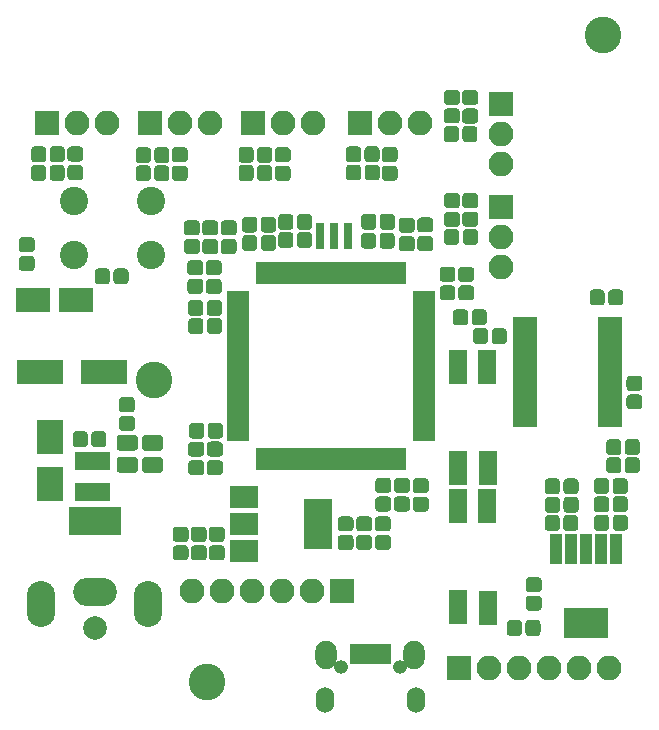
<source format=gbr>
G04 #@! TF.GenerationSoftware,KiCad,Pcbnew,(5.0.0)*
G04 #@! TF.CreationDate,2020-03-24T23:03:23+11:00*
G04 #@! TF.ProjectId,Classification and Contol Board,436C617373696669636174696F6E2061,rev?*
G04 #@! TF.SameCoordinates,Original*
G04 #@! TF.FileFunction,Soldermask,Top*
G04 #@! TF.FilePolarity,Negative*
%FSLAX46Y46*%
G04 Gerber Fmt 4.6, Leading zero omitted, Abs format (unit mm)*
G04 Created by KiCad (PCBNEW (5.0.0)) date 03/24/20 23:03:23*
%MOMM*%
%LPD*%
G01*
G04 APERTURE LIST*
%ADD10R,4.400000X2.400000*%
%ADD11O,3.700000X2.400000*%
%ADD12O,2.400000X3.900000*%
%ADD13C,2.000000*%
%ADD14R,0.680000X1.900000*%
%ADD15R,1.900000X0.680000*%
%ADD16C,2.400000*%
%ADD17C,0.100000*%
%ADD18C,1.275000*%
%ADD19R,3.000000X2.000000*%
%ADD20R,3.900000X2.000000*%
%ADD21O,2.100000X2.100000*%
%ADD22R,2.100000X2.100000*%
%ADD23R,0.850000X1.700000*%
%ADD24O,1.850000X2.400000*%
%ADD25O,1.550000X2.200000*%
%ADD26O,1.200000X1.200000*%
%ADD27R,2.200000X2.900000*%
%ADD28C,1.375000*%
%ADD29C,3.100000*%
%ADD30R,2.150000X0.850000*%
%ADD31R,2.400000X4.200000*%
%ADD32R,2.400000X1.900000*%
%ADD33R,1.000000X2.600000*%
%ADD34R,3.850000X2.550000*%
%ADD35R,1.050000X1.620000*%
%ADD36R,0.800000X2.300000*%
%ADD37R,1.530000X2.840000*%
G04 APERTURE END LIST*
D10*
G04 #@! TO.C,J2*
X121540000Y-105610000D03*
D11*
X121540000Y-111610000D03*
D12*
X117040000Y-112610000D03*
X126040000Y-112610000D03*
D13*
X121540000Y-114610000D03*
G04 #@! TD*
D14*
G04 #@! TO.C,U2*
X147570000Y-84540000D03*
X147070000Y-84540000D03*
X146570000Y-84540000D03*
X146070000Y-84540000D03*
X145570000Y-84540000D03*
X145070000Y-84540000D03*
X144570000Y-84540000D03*
X144070000Y-84540000D03*
X143570000Y-84540000D03*
X143070000Y-84540000D03*
X142570000Y-84540000D03*
X142070000Y-84540000D03*
X141570000Y-84540000D03*
X141070000Y-84540000D03*
X140570000Y-84540000D03*
X140070000Y-84540000D03*
X139570000Y-84540000D03*
X139070000Y-84540000D03*
X138570000Y-84540000D03*
X138070000Y-84540000D03*
X137570000Y-84540000D03*
X137070000Y-84540000D03*
X136570000Y-84540000D03*
X136070000Y-84540000D03*
X135570000Y-84540000D03*
D15*
X133670000Y-86440000D03*
X133670000Y-86940000D03*
X133670000Y-87440000D03*
X133670000Y-87940000D03*
X133670000Y-88440000D03*
X133670000Y-88940000D03*
X133670000Y-89440000D03*
X133670000Y-89940000D03*
X133670000Y-90440000D03*
X133670000Y-90940000D03*
X133670000Y-91440000D03*
X133670000Y-91940000D03*
X133670000Y-92440000D03*
X133670000Y-92940000D03*
X133670000Y-93440000D03*
X133670000Y-93940000D03*
X133670000Y-94440000D03*
X133670000Y-94940000D03*
X133670000Y-95440000D03*
X133670000Y-95940000D03*
X133670000Y-96440000D03*
X133670000Y-96940000D03*
X133670000Y-97440000D03*
X133670000Y-97940000D03*
X133670000Y-98440000D03*
D14*
X135570000Y-100340000D03*
X136070000Y-100340000D03*
X136570000Y-100340000D03*
X137070000Y-100340000D03*
X137570000Y-100340000D03*
X138070000Y-100340000D03*
X138570000Y-100340000D03*
X139070000Y-100340000D03*
X139570000Y-100340000D03*
X140070000Y-100340000D03*
X140570000Y-100340000D03*
X141070000Y-100340000D03*
X141570000Y-100340000D03*
X142070000Y-100340000D03*
X142570000Y-100340000D03*
X143070000Y-100340000D03*
X143570000Y-100340000D03*
X144070000Y-100340000D03*
X144570000Y-100340000D03*
X145070000Y-100340000D03*
X145570000Y-100340000D03*
X146070000Y-100340000D03*
X146570000Y-100340000D03*
X147070000Y-100340000D03*
X147570000Y-100340000D03*
D15*
X149470000Y-98440000D03*
X149470000Y-97940000D03*
X149470000Y-97440000D03*
X149470000Y-96940000D03*
X149470000Y-96440000D03*
X149470000Y-95940000D03*
X149470000Y-95440000D03*
X149470000Y-94940000D03*
X149470000Y-94440000D03*
X149470000Y-93940000D03*
X149470000Y-93440000D03*
X149470000Y-92940000D03*
X149470000Y-92440000D03*
X149470000Y-91940000D03*
X149470000Y-91440000D03*
X149470000Y-90940000D03*
X149470000Y-90440000D03*
X149470000Y-89940000D03*
X149470000Y-89440000D03*
X149470000Y-88940000D03*
X149470000Y-88440000D03*
X149470000Y-87940000D03*
X149470000Y-87440000D03*
X149470000Y-86940000D03*
X149470000Y-86440000D03*
G04 #@! TD*
D16*
G04 #@! TO.C,SW1*
X126320000Y-83020000D03*
X126320000Y-78520000D03*
X119820000Y-78520000D03*
X119820000Y-83020000D03*
G04 #@! TD*
D17*
G04 #@! TO.C,C20*
G36*
X130737493Y-107641535D02*
X130768435Y-107646125D01*
X130798778Y-107653725D01*
X130828230Y-107664263D01*
X130856508Y-107677638D01*
X130883338Y-107693719D01*
X130908463Y-107712353D01*
X130931640Y-107733360D01*
X130952647Y-107756537D01*
X130971281Y-107781662D01*
X130987362Y-107808492D01*
X131000737Y-107836770D01*
X131011275Y-107866222D01*
X131018875Y-107896565D01*
X131023465Y-107927507D01*
X131025000Y-107958750D01*
X131025000Y-108596250D01*
X131023465Y-108627493D01*
X131018875Y-108658435D01*
X131011275Y-108688778D01*
X131000737Y-108718230D01*
X130987362Y-108746508D01*
X130971281Y-108773338D01*
X130952647Y-108798463D01*
X130931640Y-108821640D01*
X130908463Y-108842647D01*
X130883338Y-108861281D01*
X130856508Y-108877362D01*
X130828230Y-108890737D01*
X130798778Y-108901275D01*
X130768435Y-108908875D01*
X130737493Y-108913465D01*
X130706250Y-108915000D01*
X129993750Y-108915000D01*
X129962507Y-108913465D01*
X129931565Y-108908875D01*
X129901222Y-108901275D01*
X129871770Y-108890737D01*
X129843492Y-108877362D01*
X129816662Y-108861281D01*
X129791537Y-108842647D01*
X129768360Y-108821640D01*
X129747353Y-108798463D01*
X129728719Y-108773338D01*
X129712638Y-108746508D01*
X129699263Y-108718230D01*
X129688725Y-108688778D01*
X129681125Y-108658435D01*
X129676535Y-108627493D01*
X129675000Y-108596250D01*
X129675000Y-107958750D01*
X129676535Y-107927507D01*
X129681125Y-107896565D01*
X129688725Y-107866222D01*
X129699263Y-107836770D01*
X129712638Y-107808492D01*
X129728719Y-107781662D01*
X129747353Y-107756537D01*
X129768360Y-107733360D01*
X129791537Y-107712353D01*
X129816662Y-107693719D01*
X129843492Y-107677638D01*
X129871770Y-107664263D01*
X129901222Y-107653725D01*
X129931565Y-107646125D01*
X129962507Y-107641535D01*
X129993750Y-107640000D01*
X130706250Y-107640000D01*
X130737493Y-107641535D01*
X130737493Y-107641535D01*
G37*
D18*
X130350000Y-108277500D03*
D17*
G36*
X130737493Y-106066535D02*
X130768435Y-106071125D01*
X130798778Y-106078725D01*
X130828230Y-106089263D01*
X130856508Y-106102638D01*
X130883338Y-106118719D01*
X130908463Y-106137353D01*
X130931640Y-106158360D01*
X130952647Y-106181537D01*
X130971281Y-106206662D01*
X130987362Y-106233492D01*
X131000737Y-106261770D01*
X131011275Y-106291222D01*
X131018875Y-106321565D01*
X131023465Y-106352507D01*
X131025000Y-106383750D01*
X131025000Y-107021250D01*
X131023465Y-107052493D01*
X131018875Y-107083435D01*
X131011275Y-107113778D01*
X131000737Y-107143230D01*
X130987362Y-107171508D01*
X130971281Y-107198338D01*
X130952647Y-107223463D01*
X130931640Y-107246640D01*
X130908463Y-107267647D01*
X130883338Y-107286281D01*
X130856508Y-107302362D01*
X130828230Y-107315737D01*
X130798778Y-107326275D01*
X130768435Y-107333875D01*
X130737493Y-107338465D01*
X130706250Y-107340000D01*
X129993750Y-107340000D01*
X129962507Y-107338465D01*
X129931565Y-107333875D01*
X129901222Y-107326275D01*
X129871770Y-107315737D01*
X129843492Y-107302362D01*
X129816662Y-107286281D01*
X129791537Y-107267647D01*
X129768360Y-107246640D01*
X129747353Y-107223463D01*
X129728719Y-107198338D01*
X129712638Y-107171508D01*
X129699263Y-107143230D01*
X129688725Y-107113778D01*
X129681125Y-107083435D01*
X129676535Y-107052493D01*
X129675000Y-107021250D01*
X129675000Y-106383750D01*
X129676535Y-106352507D01*
X129681125Y-106321565D01*
X129688725Y-106291222D01*
X129699263Y-106261770D01*
X129712638Y-106233492D01*
X129728719Y-106206662D01*
X129747353Y-106181537D01*
X129768360Y-106158360D01*
X129791537Y-106137353D01*
X129816662Y-106118719D01*
X129843492Y-106102638D01*
X129871770Y-106089263D01*
X129901222Y-106078725D01*
X129931565Y-106071125D01*
X129962507Y-106066535D01*
X129993750Y-106065000D01*
X130706250Y-106065000D01*
X130737493Y-106066535D01*
X130737493Y-106066535D01*
G37*
D18*
X130350000Y-106702500D03*
G04 #@! TD*
D19*
G04 #@! TO.C,C55*
X119960000Y-86830000D03*
X116360000Y-86830000D03*
G04 #@! TD*
D20*
G04 #@! TO.C,C53*
X116900000Y-92970000D03*
X122300000Y-92970000D03*
G04 #@! TD*
D17*
G04 #@! TO.C,C9*
G36*
X145102493Y-79566535D02*
X145133435Y-79571125D01*
X145163778Y-79578725D01*
X145193230Y-79589263D01*
X145221508Y-79602638D01*
X145248338Y-79618719D01*
X145273463Y-79637353D01*
X145296640Y-79658360D01*
X145317647Y-79681537D01*
X145336281Y-79706662D01*
X145352362Y-79733492D01*
X145365737Y-79761770D01*
X145376275Y-79791222D01*
X145383875Y-79821565D01*
X145388465Y-79852507D01*
X145390000Y-79883750D01*
X145390000Y-80596250D01*
X145388465Y-80627493D01*
X145383875Y-80658435D01*
X145376275Y-80688778D01*
X145365737Y-80718230D01*
X145352362Y-80746508D01*
X145336281Y-80773338D01*
X145317647Y-80798463D01*
X145296640Y-80821640D01*
X145273463Y-80842647D01*
X145248338Y-80861281D01*
X145221508Y-80877362D01*
X145193230Y-80890737D01*
X145163778Y-80901275D01*
X145133435Y-80908875D01*
X145102493Y-80913465D01*
X145071250Y-80915000D01*
X144433750Y-80915000D01*
X144402507Y-80913465D01*
X144371565Y-80908875D01*
X144341222Y-80901275D01*
X144311770Y-80890737D01*
X144283492Y-80877362D01*
X144256662Y-80861281D01*
X144231537Y-80842647D01*
X144208360Y-80821640D01*
X144187353Y-80798463D01*
X144168719Y-80773338D01*
X144152638Y-80746508D01*
X144139263Y-80718230D01*
X144128725Y-80688778D01*
X144121125Y-80658435D01*
X144116535Y-80627493D01*
X144115000Y-80596250D01*
X144115000Y-79883750D01*
X144116535Y-79852507D01*
X144121125Y-79821565D01*
X144128725Y-79791222D01*
X144139263Y-79761770D01*
X144152638Y-79733492D01*
X144168719Y-79706662D01*
X144187353Y-79681537D01*
X144208360Y-79658360D01*
X144231537Y-79637353D01*
X144256662Y-79618719D01*
X144283492Y-79602638D01*
X144311770Y-79589263D01*
X144341222Y-79578725D01*
X144371565Y-79571125D01*
X144402507Y-79566535D01*
X144433750Y-79565000D01*
X145071250Y-79565000D01*
X145102493Y-79566535D01*
X145102493Y-79566535D01*
G37*
D18*
X144752500Y-80240000D03*
D17*
G36*
X146677493Y-79566535D02*
X146708435Y-79571125D01*
X146738778Y-79578725D01*
X146768230Y-79589263D01*
X146796508Y-79602638D01*
X146823338Y-79618719D01*
X146848463Y-79637353D01*
X146871640Y-79658360D01*
X146892647Y-79681537D01*
X146911281Y-79706662D01*
X146927362Y-79733492D01*
X146940737Y-79761770D01*
X146951275Y-79791222D01*
X146958875Y-79821565D01*
X146963465Y-79852507D01*
X146965000Y-79883750D01*
X146965000Y-80596250D01*
X146963465Y-80627493D01*
X146958875Y-80658435D01*
X146951275Y-80688778D01*
X146940737Y-80718230D01*
X146927362Y-80746508D01*
X146911281Y-80773338D01*
X146892647Y-80798463D01*
X146871640Y-80821640D01*
X146848463Y-80842647D01*
X146823338Y-80861281D01*
X146796508Y-80877362D01*
X146768230Y-80890737D01*
X146738778Y-80901275D01*
X146708435Y-80908875D01*
X146677493Y-80913465D01*
X146646250Y-80915000D01*
X146008750Y-80915000D01*
X145977507Y-80913465D01*
X145946565Y-80908875D01*
X145916222Y-80901275D01*
X145886770Y-80890737D01*
X145858492Y-80877362D01*
X145831662Y-80861281D01*
X145806537Y-80842647D01*
X145783360Y-80821640D01*
X145762353Y-80798463D01*
X145743719Y-80773338D01*
X145727638Y-80746508D01*
X145714263Y-80718230D01*
X145703725Y-80688778D01*
X145696125Y-80658435D01*
X145691535Y-80627493D01*
X145690000Y-80596250D01*
X145690000Y-79883750D01*
X145691535Y-79852507D01*
X145696125Y-79821565D01*
X145703725Y-79791222D01*
X145714263Y-79761770D01*
X145727638Y-79733492D01*
X145743719Y-79706662D01*
X145762353Y-79681537D01*
X145783360Y-79658360D01*
X145806537Y-79637353D01*
X145831662Y-79618719D01*
X145858492Y-79602638D01*
X145886770Y-79589263D01*
X145916222Y-79578725D01*
X145946565Y-79571125D01*
X145977507Y-79566535D01*
X146008750Y-79565000D01*
X146646250Y-79565000D01*
X146677493Y-79566535D01*
X146677493Y-79566535D01*
G37*
D18*
X146327500Y-80240000D03*
G04 #@! TD*
D17*
G04 #@! TO.C,C41*
G36*
X133277493Y-80126535D02*
X133308435Y-80131125D01*
X133338778Y-80138725D01*
X133368230Y-80149263D01*
X133396508Y-80162638D01*
X133423338Y-80178719D01*
X133448463Y-80197353D01*
X133471640Y-80218360D01*
X133492647Y-80241537D01*
X133511281Y-80266662D01*
X133527362Y-80293492D01*
X133540737Y-80321770D01*
X133551275Y-80351222D01*
X133558875Y-80381565D01*
X133563465Y-80412507D01*
X133565000Y-80443750D01*
X133565000Y-81081250D01*
X133563465Y-81112493D01*
X133558875Y-81143435D01*
X133551275Y-81173778D01*
X133540737Y-81203230D01*
X133527362Y-81231508D01*
X133511281Y-81258338D01*
X133492647Y-81283463D01*
X133471640Y-81306640D01*
X133448463Y-81327647D01*
X133423338Y-81346281D01*
X133396508Y-81362362D01*
X133368230Y-81375737D01*
X133338778Y-81386275D01*
X133308435Y-81393875D01*
X133277493Y-81398465D01*
X133246250Y-81400000D01*
X132533750Y-81400000D01*
X132502507Y-81398465D01*
X132471565Y-81393875D01*
X132441222Y-81386275D01*
X132411770Y-81375737D01*
X132383492Y-81362362D01*
X132356662Y-81346281D01*
X132331537Y-81327647D01*
X132308360Y-81306640D01*
X132287353Y-81283463D01*
X132268719Y-81258338D01*
X132252638Y-81231508D01*
X132239263Y-81203230D01*
X132228725Y-81173778D01*
X132221125Y-81143435D01*
X132216535Y-81112493D01*
X132215000Y-81081250D01*
X132215000Y-80443750D01*
X132216535Y-80412507D01*
X132221125Y-80381565D01*
X132228725Y-80351222D01*
X132239263Y-80321770D01*
X132252638Y-80293492D01*
X132268719Y-80266662D01*
X132287353Y-80241537D01*
X132308360Y-80218360D01*
X132331537Y-80197353D01*
X132356662Y-80178719D01*
X132383492Y-80162638D01*
X132411770Y-80149263D01*
X132441222Y-80138725D01*
X132471565Y-80131125D01*
X132502507Y-80126535D01*
X132533750Y-80125000D01*
X133246250Y-80125000D01*
X133277493Y-80126535D01*
X133277493Y-80126535D01*
G37*
D18*
X132890000Y-80762500D03*
D17*
G36*
X133277493Y-81701535D02*
X133308435Y-81706125D01*
X133338778Y-81713725D01*
X133368230Y-81724263D01*
X133396508Y-81737638D01*
X133423338Y-81753719D01*
X133448463Y-81772353D01*
X133471640Y-81793360D01*
X133492647Y-81816537D01*
X133511281Y-81841662D01*
X133527362Y-81868492D01*
X133540737Y-81896770D01*
X133551275Y-81926222D01*
X133558875Y-81956565D01*
X133563465Y-81987507D01*
X133565000Y-82018750D01*
X133565000Y-82656250D01*
X133563465Y-82687493D01*
X133558875Y-82718435D01*
X133551275Y-82748778D01*
X133540737Y-82778230D01*
X133527362Y-82806508D01*
X133511281Y-82833338D01*
X133492647Y-82858463D01*
X133471640Y-82881640D01*
X133448463Y-82902647D01*
X133423338Y-82921281D01*
X133396508Y-82937362D01*
X133368230Y-82950737D01*
X133338778Y-82961275D01*
X133308435Y-82968875D01*
X133277493Y-82973465D01*
X133246250Y-82975000D01*
X132533750Y-82975000D01*
X132502507Y-82973465D01*
X132471565Y-82968875D01*
X132441222Y-82961275D01*
X132411770Y-82950737D01*
X132383492Y-82937362D01*
X132356662Y-82921281D01*
X132331537Y-82902647D01*
X132308360Y-82881640D01*
X132287353Y-82858463D01*
X132268719Y-82833338D01*
X132252638Y-82806508D01*
X132239263Y-82778230D01*
X132228725Y-82748778D01*
X132221125Y-82718435D01*
X132216535Y-82687493D01*
X132215000Y-82656250D01*
X132215000Y-82018750D01*
X132216535Y-81987507D01*
X132221125Y-81956565D01*
X132228725Y-81926222D01*
X132239263Y-81896770D01*
X132252638Y-81868492D01*
X132268719Y-81841662D01*
X132287353Y-81816537D01*
X132308360Y-81793360D01*
X132331537Y-81772353D01*
X132356662Y-81753719D01*
X132383492Y-81737638D01*
X132411770Y-81724263D01*
X132441222Y-81713725D01*
X132471565Y-81706125D01*
X132502507Y-81701535D01*
X132533750Y-81700000D01*
X133246250Y-81700000D01*
X133277493Y-81701535D01*
X133277493Y-81701535D01*
G37*
D18*
X132890000Y-82337500D03*
G04 #@! TD*
D17*
G04 #@! TO.C,C46*
G36*
X144744936Y-106751292D02*
X144775878Y-106755882D01*
X144806221Y-106763482D01*
X144835673Y-106774020D01*
X144863951Y-106787395D01*
X144890781Y-106803476D01*
X144915906Y-106822110D01*
X144939083Y-106843117D01*
X144960090Y-106866294D01*
X144978724Y-106891419D01*
X144994805Y-106918249D01*
X145008180Y-106946527D01*
X145018718Y-106975979D01*
X145026318Y-107006322D01*
X145030908Y-107037264D01*
X145032443Y-107068507D01*
X145032443Y-107706007D01*
X145030908Y-107737250D01*
X145026318Y-107768192D01*
X145018718Y-107798535D01*
X145008180Y-107827987D01*
X144994805Y-107856265D01*
X144978724Y-107883095D01*
X144960090Y-107908220D01*
X144939083Y-107931397D01*
X144915906Y-107952404D01*
X144890781Y-107971038D01*
X144863951Y-107987119D01*
X144835673Y-108000494D01*
X144806221Y-108011032D01*
X144775878Y-108018632D01*
X144744936Y-108023222D01*
X144713693Y-108024757D01*
X144001193Y-108024757D01*
X143969950Y-108023222D01*
X143939008Y-108018632D01*
X143908665Y-108011032D01*
X143879213Y-108000494D01*
X143850935Y-107987119D01*
X143824105Y-107971038D01*
X143798980Y-107952404D01*
X143775803Y-107931397D01*
X143754796Y-107908220D01*
X143736162Y-107883095D01*
X143720081Y-107856265D01*
X143706706Y-107827987D01*
X143696168Y-107798535D01*
X143688568Y-107768192D01*
X143683978Y-107737250D01*
X143682443Y-107706007D01*
X143682443Y-107068507D01*
X143683978Y-107037264D01*
X143688568Y-107006322D01*
X143696168Y-106975979D01*
X143706706Y-106946527D01*
X143720081Y-106918249D01*
X143736162Y-106891419D01*
X143754796Y-106866294D01*
X143775803Y-106843117D01*
X143798980Y-106822110D01*
X143824105Y-106803476D01*
X143850935Y-106787395D01*
X143879213Y-106774020D01*
X143908665Y-106763482D01*
X143939008Y-106755882D01*
X143969950Y-106751292D01*
X144001193Y-106749757D01*
X144713693Y-106749757D01*
X144744936Y-106751292D01*
X144744936Y-106751292D01*
G37*
D18*
X144357443Y-107387257D03*
D17*
G36*
X144744936Y-105176292D02*
X144775878Y-105180882D01*
X144806221Y-105188482D01*
X144835673Y-105199020D01*
X144863951Y-105212395D01*
X144890781Y-105228476D01*
X144915906Y-105247110D01*
X144939083Y-105268117D01*
X144960090Y-105291294D01*
X144978724Y-105316419D01*
X144994805Y-105343249D01*
X145008180Y-105371527D01*
X145018718Y-105400979D01*
X145026318Y-105431322D01*
X145030908Y-105462264D01*
X145032443Y-105493507D01*
X145032443Y-106131007D01*
X145030908Y-106162250D01*
X145026318Y-106193192D01*
X145018718Y-106223535D01*
X145008180Y-106252987D01*
X144994805Y-106281265D01*
X144978724Y-106308095D01*
X144960090Y-106333220D01*
X144939083Y-106356397D01*
X144915906Y-106377404D01*
X144890781Y-106396038D01*
X144863951Y-106412119D01*
X144835673Y-106425494D01*
X144806221Y-106436032D01*
X144775878Y-106443632D01*
X144744936Y-106448222D01*
X144713693Y-106449757D01*
X144001193Y-106449757D01*
X143969950Y-106448222D01*
X143939008Y-106443632D01*
X143908665Y-106436032D01*
X143879213Y-106425494D01*
X143850935Y-106412119D01*
X143824105Y-106396038D01*
X143798980Y-106377404D01*
X143775803Y-106356397D01*
X143754796Y-106333220D01*
X143736162Y-106308095D01*
X143720081Y-106281265D01*
X143706706Y-106252987D01*
X143696168Y-106223535D01*
X143688568Y-106193192D01*
X143683978Y-106162250D01*
X143682443Y-106131007D01*
X143682443Y-105493507D01*
X143683978Y-105462264D01*
X143688568Y-105431322D01*
X143696168Y-105400979D01*
X143706706Y-105371527D01*
X143720081Y-105343249D01*
X143736162Y-105316419D01*
X143754796Y-105291294D01*
X143775803Y-105268117D01*
X143798980Y-105247110D01*
X143824105Y-105228476D01*
X143850935Y-105212395D01*
X143879213Y-105199020D01*
X143908665Y-105188482D01*
X143939008Y-105180882D01*
X143969950Y-105176292D01*
X144001193Y-105174757D01*
X144713693Y-105174757D01*
X144744936Y-105176292D01*
X144744936Y-105176292D01*
G37*
D18*
X144357443Y-105812257D03*
G04 #@! TD*
D17*
G04 #@! TO.C,C39*
G36*
X131717493Y-81701535D02*
X131748435Y-81706125D01*
X131778778Y-81713725D01*
X131808230Y-81724263D01*
X131836508Y-81737638D01*
X131863338Y-81753719D01*
X131888463Y-81772353D01*
X131911640Y-81793360D01*
X131932647Y-81816537D01*
X131951281Y-81841662D01*
X131967362Y-81868492D01*
X131980737Y-81896770D01*
X131991275Y-81926222D01*
X131998875Y-81956565D01*
X132003465Y-81987507D01*
X132005000Y-82018750D01*
X132005000Y-82656250D01*
X132003465Y-82687493D01*
X131998875Y-82718435D01*
X131991275Y-82748778D01*
X131980737Y-82778230D01*
X131967362Y-82806508D01*
X131951281Y-82833338D01*
X131932647Y-82858463D01*
X131911640Y-82881640D01*
X131888463Y-82902647D01*
X131863338Y-82921281D01*
X131836508Y-82937362D01*
X131808230Y-82950737D01*
X131778778Y-82961275D01*
X131748435Y-82968875D01*
X131717493Y-82973465D01*
X131686250Y-82975000D01*
X130973750Y-82975000D01*
X130942507Y-82973465D01*
X130911565Y-82968875D01*
X130881222Y-82961275D01*
X130851770Y-82950737D01*
X130823492Y-82937362D01*
X130796662Y-82921281D01*
X130771537Y-82902647D01*
X130748360Y-82881640D01*
X130727353Y-82858463D01*
X130708719Y-82833338D01*
X130692638Y-82806508D01*
X130679263Y-82778230D01*
X130668725Y-82748778D01*
X130661125Y-82718435D01*
X130656535Y-82687493D01*
X130655000Y-82656250D01*
X130655000Y-82018750D01*
X130656535Y-81987507D01*
X130661125Y-81956565D01*
X130668725Y-81926222D01*
X130679263Y-81896770D01*
X130692638Y-81868492D01*
X130708719Y-81841662D01*
X130727353Y-81816537D01*
X130748360Y-81793360D01*
X130771537Y-81772353D01*
X130796662Y-81753719D01*
X130823492Y-81737638D01*
X130851770Y-81724263D01*
X130881222Y-81713725D01*
X130911565Y-81706125D01*
X130942507Y-81701535D01*
X130973750Y-81700000D01*
X131686250Y-81700000D01*
X131717493Y-81701535D01*
X131717493Y-81701535D01*
G37*
D18*
X131330000Y-82337500D03*
D17*
G36*
X131717493Y-80126535D02*
X131748435Y-80131125D01*
X131778778Y-80138725D01*
X131808230Y-80149263D01*
X131836508Y-80162638D01*
X131863338Y-80178719D01*
X131888463Y-80197353D01*
X131911640Y-80218360D01*
X131932647Y-80241537D01*
X131951281Y-80266662D01*
X131967362Y-80293492D01*
X131980737Y-80321770D01*
X131991275Y-80351222D01*
X131998875Y-80381565D01*
X132003465Y-80412507D01*
X132005000Y-80443750D01*
X132005000Y-81081250D01*
X132003465Y-81112493D01*
X131998875Y-81143435D01*
X131991275Y-81173778D01*
X131980737Y-81203230D01*
X131967362Y-81231508D01*
X131951281Y-81258338D01*
X131932647Y-81283463D01*
X131911640Y-81306640D01*
X131888463Y-81327647D01*
X131863338Y-81346281D01*
X131836508Y-81362362D01*
X131808230Y-81375737D01*
X131778778Y-81386275D01*
X131748435Y-81393875D01*
X131717493Y-81398465D01*
X131686250Y-81400000D01*
X130973750Y-81400000D01*
X130942507Y-81398465D01*
X130911565Y-81393875D01*
X130881222Y-81386275D01*
X130851770Y-81375737D01*
X130823492Y-81362362D01*
X130796662Y-81346281D01*
X130771537Y-81327647D01*
X130748360Y-81306640D01*
X130727353Y-81283463D01*
X130708719Y-81258338D01*
X130692638Y-81231508D01*
X130679263Y-81203230D01*
X130668725Y-81173778D01*
X130661125Y-81143435D01*
X130656535Y-81112493D01*
X130655000Y-81081250D01*
X130655000Y-80443750D01*
X130656535Y-80412507D01*
X130661125Y-80381565D01*
X130668725Y-80351222D01*
X130679263Y-80321770D01*
X130692638Y-80293492D01*
X130708719Y-80266662D01*
X130727353Y-80241537D01*
X130748360Y-80218360D01*
X130771537Y-80197353D01*
X130796662Y-80178719D01*
X130823492Y-80162638D01*
X130851770Y-80149263D01*
X130881222Y-80138725D01*
X130911565Y-80131125D01*
X130942507Y-80126535D01*
X130973750Y-80125000D01*
X131686250Y-80125000D01*
X131717493Y-80126535D01*
X131717493Y-80126535D01*
G37*
D18*
X131330000Y-80762500D03*
G04 #@! TD*
D17*
G04 #@! TO.C,C47*
G36*
X146334936Y-106761292D02*
X146365878Y-106765882D01*
X146396221Y-106773482D01*
X146425673Y-106784020D01*
X146453951Y-106797395D01*
X146480781Y-106813476D01*
X146505906Y-106832110D01*
X146529083Y-106853117D01*
X146550090Y-106876294D01*
X146568724Y-106901419D01*
X146584805Y-106928249D01*
X146598180Y-106956527D01*
X146608718Y-106985979D01*
X146616318Y-107016322D01*
X146620908Y-107047264D01*
X146622443Y-107078507D01*
X146622443Y-107716007D01*
X146620908Y-107747250D01*
X146616318Y-107778192D01*
X146608718Y-107808535D01*
X146598180Y-107837987D01*
X146584805Y-107866265D01*
X146568724Y-107893095D01*
X146550090Y-107918220D01*
X146529083Y-107941397D01*
X146505906Y-107962404D01*
X146480781Y-107981038D01*
X146453951Y-107997119D01*
X146425673Y-108010494D01*
X146396221Y-108021032D01*
X146365878Y-108028632D01*
X146334936Y-108033222D01*
X146303693Y-108034757D01*
X145591193Y-108034757D01*
X145559950Y-108033222D01*
X145529008Y-108028632D01*
X145498665Y-108021032D01*
X145469213Y-108010494D01*
X145440935Y-107997119D01*
X145414105Y-107981038D01*
X145388980Y-107962404D01*
X145365803Y-107941397D01*
X145344796Y-107918220D01*
X145326162Y-107893095D01*
X145310081Y-107866265D01*
X145296706Y-107837987D01*
X145286168Y-107808535D01*
X145278568Y-107778192D01*
X145273978Y-107747250D01*
X145272443Y-107716007D01*
X145272443Y-107078507D01*
X145273978Y-107047264D01*
X145278568Y-107016322D01*
X145286168Y-106985979D01*
X145296706Y-106956527D01*
X145310081Y-106928249D01*
X145326162Y-106901419D01*
X145344796Y-106876294D01*
X145365803Y-106853117D01*
X145388980Y-106832110D01*
X145414105Y-106813476D01*
X145440935Y-106797395D01*
X145469213Y-106784020D01*
X145498665Y-106773482D01*
X145529008Y-106765882D01*
X145559950Y-106761292D01*
X145591193Y-106759757D01*
X146303693Y-106759757D01*
X146334936Y-106761292D01*
X146334936Y-106761292D01*
G37*
D18*
X145947443Y-107397257D03*
D17*
G36*
X146334936Y-105186292D02*
X146365878Y-105190882D01*
X146396221Y-105198482D01*
X146425673Y-105209020D01*
X146453951Y-105222395D01*
X146480781Y-105238476D01*
X146505906Y-105257110D01*
X146529083Y-105278117D01*
X146550090Y-105301294D01*
X146568724Y-105326419D01*
X146584805Y-105353249D01*
X146598180Y-105381527D01*
X146608718Y-105410979D01*
X146616318Y-105441322D01*
X146620908Y-105472264D01*
X146622443Y-105503507D01*
X146622443Y-106141007D01*
X146620908Y-106172250D01*
X146616318Y-106203192D01*
X146608718Y-106233535D01*
X146598180Y-106262987D01*
X146584805Y-106291265D01*
X146568724Y-106318095D01*
X146550090Y-106343220D01*
X146529083Y-106366397D01*
X146505906Y-106387404D01*
X146480781Y-106406038D01*
X146453951Y-106422119D01*
X146425673Y-106435494D01*
X146396221Y-106446032D01*
X146365878Y-106453632D01*
X146334936Y-106458222D01*
X146303693Y-106459757D01*
X145591193Y-106459757D01*
X145559950Y-106458222D01*
X145529008Y-106453632D01*
X145498665Y-106446032D01*
X145469213Y-106435494D01*
X145440935Y-106422119D01*
X145414105Y-106406038D01*
X145388980Y-106387404D01*
X145365803Y-106366397D01*
X145344796Y-106343220D01*
X145326162Y-106318095D01*
X145310081Y-106291265D01*
X145296706Y-106262987D01*
X145286168Y-106233535D01*
X145278568Y-106203192D01*
X145273978Y-106172250D01*
X145272443Y-106141007D01*
X145272443Y-105503507D01*
X145273978Y-105472264D01*
X145278568Y-105441322D01*
X145286168Y-105410979D01*
X145296706Y-105381527D01*
X145310081Y-105353249D01*
X145326162Y-105326419D01*
X145344796Y-105301294D01*
X145365803Y-105278117D01*
X145388980Y-105257110D01*
X145414105Y-105238476D01*
X145440935Y-105222395D01*
X145469213Y-105209020D01*
X145498665Y-105198482D01*
X145529008Y-105190882D01*
X145559950Y-105186292D01*
X145591193Y-105184757D01*
X146303693Y-105184757D01*
X146334936Y-105186292D01*
X146334936Y-105186292D01*
G37*
D18*
X145947443Y-105822257D03*
G04 #@! TD*
D17*
G04 #@! TO.C,C49*
G36*
X130532493Y-97256535D02*
X130563435Y-97261125D01*
X130593778Y-97268725D01*
X130623230Y-97279263D01*
X130651508Y-97292638D01*
X130678338Y-97308719D01*
X130703463Y-97327353D01*
X130726640Y-97348360D01*
X130747647Y-97371537D01*
X130766281Y-97396662D01*
X130782362Y-97423492D01*
X130795737Y-97451770D01*
X130806275Y-97481222D01*
X130813875Y-97511565D01*
X130818465Y-97542507D01*
X130820000Y-97573750D01*
X130820000Y-98286250D01*
X130818465Y-98317493D01*
X130813875Y-98348435D01*
X130806275Y-98378778D01*
X130795737Y-98408230D01*
X130782362Y-98436508D01*
X130766281Y-98463338D01*
X130747647Y-98488463D01*
X130726640Y-98511640D01*
X130703463Y-98532647D01*
X130678338Y-98551281D01*
X130651508Y-98567362D01*
X130623230Y-98580737D01*
X130593778Y-98591275D01*
X130563435Y-98598875D01*
X130532493Y-98603465D01*
X130501250Y-98605000D01*
X129863750Y-98605000D01*
X129832507Y-98603465D01*
X129801565Y-98598875D01*
X129771222Y-98591275D01*
X129741770Y-98580737D01*
X129713492Y-98567362D01*
X129686662Y-98551281D01*
X129661537Y-98532647D01*
X129638360Y-98511640D01*
X129617353Y-98488463D01*
X129598719Y-98463338D01*
X129582638Y-98436508D01*
X129569263Y-98408230D01*
X129558725Y-98378778D01*
X129551125Y-98348435D01*
X129546535Y-98317493D01*
X129545000Y-98286250D01*
X129545000Y-97573750D01*
X129546535Y-97542507D01*
X129551125Y-97511565D01*
X129558725Y-97481222D01*
X129569263Y-97451770D01*
X129582638Y-97423492D01*
X129598719Y-97396662D01*
X129617353Y-97371537D01*
X129638360Y-97348360D01*
X129661537Y-97327353D01*
X129686662Y-97308719D01*
X129713492Y-97292638D01*
X129741770Y-97279263D01*
X129771222Y-97268725D01*
X129801565Y-97261125D01*
X129832507Y-97256535D01*
X129863750Y-97255000D01*
X130501250Y-97255000D01*
X130532493Y-97256535D01*
X130532493Y-97256535D01*
G37*
D18*
X130182500Y-97930000D03*
D17*
G36*
X132107493Y-97256535D02*
X132138435Y-97261125D01*
X132168778Y-97268725D01*
X132198230Y-97279263D01*
X132226508Y-97292638D01*
X132253338Y-97308719D01*
X132278463Y-97327353D01*
X132301640Y-97348360D01*
X132322647Y-97371537D01*
X132341281Y-97396662D01*
X132357362Y-97423492D01*
X132370737Y-97451770D01*
X132381275Y-97481222D01*
X132388875Y-97511565D01*
X132393465Y-97542507D01*
X132395000Y-97573750D01*
X132395000Y-98286250D01*
X132393465Y-98317493D01*
X132388875Y-98348435D01*
X132381275Y-98378778D01*
X132370737Y-98408230D01*
X132357362Y-98436508D01*
X132341281Y-98463338D01*
X132322647Y-98488463D01*
X132301640Y-98511640D01*
X132278463Y-98532647D01*
X132253338Y-98551281D01*
X132226508Y-98567362D01*
X132198230Y-98580737D01*
X132168778Y-98591275D01*
X132138435Y-98598875D01*
X132107493Y-98603465D01*
X132076250Y-98605000D01*
X131438750Y-98605000D01*
X131407507Y-98603465D01*
X131376565Y-98598875D01*
X131346222Y-98591275D01*
X131316770Y-98580737D01*
X131288492Y-98567362D01*
X131261662Y-98551281D01*
X131236537Y-98532647D01*
X131213360Y-98511640D01*
X131192353Y-98488463D01*
X131173719Y-98463338D01*
X131157638Y-98436508D01*
X131144263Y-98408230D01*
X131133725Y-98378778D01*
X131126125Y-98348435D01*
X131121535Y-98317493D01*
X131120000Y-98286250D01*
X131120000Y-97573750D01*
X131121535Y-97542507D01*
X131126125Y-97511565D01*
X131133725Y-97481222D01*
X131144263Y-97451770D01*
X131157638Y-97423492D01*
X131173719Y-97396662D01*
X131192353Y-97371537D01*
X131213360Y-97348360D01*
X131236537Y-97327353D01*
X131261662Y-97308719D01*
X131288492Y-97292638D01*
X131316770Y-97279263D01*
X131346222Y-97268725D01*
X131376565Y-97261125D01*
X131407507Y-97256535D01*
X131438750Y-97255000D01*
X132076250Y-97255000D01*
X132107493Y-97256535D01*
X132107493Y-97256535D01*
G37*
D18*
X131757500Y-97930000D03*
G04 #@! TD*
D17*
G04 #@! TO.C,C50*
G36*
X136597493Y-79806535D02*
X136628435Y-79811125D01*
X136658778Y-79818725D01*
X136688230Y-79829263D01*
X136716508Y-79842638D01*
X136743338Y-79858719D01*
X136768463Y-79877353D01*
X136791640Y-79898360D01*
X136812647Y-79921537D01*
X136831281Y-79946662D01*
X136847362Y-79973492D01*
X136860737Y-80001770D01*
X136871275Y-80031222D01*
X136878875Y-80061565D01*
X136883465Y-80092507D01*
X136885000Y-80123750D01*
X136885000Y-80836250D01*
X136883465Y-80867493D01*
X136878875Y-80898435D01*
X136871275Y-80928778D01*
X136860737Y-80958230D01*
X136847362Y-80986508D01*
X136831281Y-81013338D01*
X136812647Y-81038463D01*
X136791640Y-81061640D01*
X136768463Y-81082647D01*
X136743338Y-81101281D01*
X136716508Y-81117362D01*
X136688230Y-81130737D01*
X136658778Y-81141275D01*
X136628435Y-81148875D01*
X136597493Y-81153465D01*
X136566250Y-81155000D01*
X135928750Y-81155000D01*
X135897507Y-81153465D01*
X135866565Y-81148875D01*
X135836222Y-81141275D01*
X135806770Y-81130737D01*
X135778492Y-81117362D01*
X135751662Y-81101281D01*
X135726537Y-81082647D01*
X135703360Y-81061640D01*
X135682353Y-81038463D01*
X135663719Y-81013338D01*
X135647638Y-80986508D01*
X135634263Y-80958230D01*
X135623725Y-80928778D01*
X135616125Y-80898435D01*
X135611535Y-80867493D01*
X135610000Y-80836250D01*
X135610000Y-80123750D01*
X135611535Y-80092507D01*
X135616125Y-80061565D01*
X135623725Y-80031222D01*
X135634263Y-80001770D01*
X135647638Y-79973492D01*
X135663719Y-79946662D01*
X135682353Y-79921537D01*
X135703360Y-79898360D01*
X135726537Y-79877353D01*
X135751662Y-79858719D01*
X135778492Y-79842638D01*
X135806770Y-79829263D01*
X135836222Y-79818725D01*
X135866565Y-79811125D01*
X135897507Y-79806535D01*
X135928750Y-79805000D01*
X136566250Y-79805000D01*
X136597493Y-79806535D01*
X136597493Y-79806535D01*
G37*
D18*
X136247500Y-80480000D03*
D17*
G36*
X135022493Y-79806535D02*
X135053435Y-79811125D01*
X135083778Y-79818725D01*
X135113230Y-79829263D01*
X135141508Y-79842638D01*
X135168338Y-79858719D01*
X135193463Y-79877353D01*
X135216640Y-79898360D01*
X135237647Y-79921537D01*
X135256281Y-79946662D01*
X135272362Y-79973492D01*
X135285737Y-80001770D01*
X135296275Y-80031222D01*
X135303875Y-80061565D01*
X135308465Y-80092507D01*
X135310000Y-80123750D01*
X135310000Y-80836250D01*
X135308465Y-80867493D01*
X135303875Y-80898435D01*
X135296275Y-80928778D01*
X135285737Y-80958230D01*
X135272362Y-80986508D01*
X135256281Y-81013338D01*
X135237647Y-81038463D01*
X135216640Y-81061640D01*
X135193463Y-81082647D01*
X135168338Y-81101281D01*
X135141508Y-81117362D01*
X135113230Y-81130737D01*
X135083778Y-81141275D01*
X135053435Y-81148875D01*
X135022493Y-81153465D01*
X134991250Y-81155000D01*
X134353750Y-81155000D01*
X134322507Y-81153465D01*
X134291565Y-81148875D01*
X134261222Y-81141275D01*
X134231770Y-81130737D01*
X134203492Y-81117362D01*
X134176662Y-81101281D01*
X134151537Y-81082647D01*
X134128360Y-81061640D01*
X134107353Y-81038463D01*
X134088719Y-81013338D01*
X134072638Y-80986508D01*
X134059263Y-80958230D01*
X134048725Y-80928778D01*
X134041125Y-80898435D01*
X134036535Y-80867493D01*
X134035000Y-80836250D01*
X134035000Y-80123750D01*
X134036535Y-80092507D01*
X134041125Y-80061565D01*
X134048725Y-80031222D01*
X134059263Y-80001770D01*
X134072638Y-79973492D01*
X134088719Y-79946662D01*
X134107353Y-79921537D01*
X134128360Y-79898360D01*
X134151537Y-79877353D01*
X134176662Y-79858719D01*
X134203492Y-79842638D01*
X134231770Y-79829263D01*
X134261222Y-79818725D01*
X134291565Y-79811125D01*
X134322507Y-79806535D01*
X134353750Y-79805000D01*
X134991250Y-79805000D01*
X135022493Y-79806535D01*
X135022493Y-79806535D01*
G37*
D18*
X134672500Y-80480000D03*
G04 #@! TD*
D17*
G04 #@! TO.C,C51*
G36*
X146367493Y-103501535D02*
X146398435Y-103506125D01*
X146428778Y-103513725D01*
X146458230Y-103524263D01*
X146486508Y-103537638D01*
X146513338Y-103553719D01*
X146538463Y-103572353D01*
X146561640Y-103593360D01*
X146582647Y-103616537D01*
X146601281Y-103641662D01*
X146617362Y-103668492D01*
X146630737Y-103696770D01*
X146641275Y-103726222D01*
X146648875Y-103756565D01*
X146653465Y-103787507D01*
X146655000Y-103818750D01*
X146655000Y-104456250D01*
X146653465Y-104487493D01*
X146648875Y-104518435D01*
X146641275Y-104548778D01*
X146630737Y-104578230D01*
X146617362Y-104606508D01*
X146601281Y-104633338D01*
X146582647Y-104658463D01*
X146561640Y-104681640D01*
X146538463Y-104702647D01*
X146513338Y-104721281D01*
X146486508Y-104737362D01*
X146458230Y-104750737D01*
X146428778Y-104761275D01*
X146398435Y-104768875D01*
X146367493Y-104773465D01*
X146336250Y-104775000D01*
X145623750Y-104775000D01*
X145592507Y-104773465D01*
X145561565Y-104768875D01*
X145531222Y-104761275D01*
X145501770Y-104750737D01*
X145473492Y-104737362D01*
X145446662Y-104721281D01*
X145421537Y-104702647D01*
X145398360Y-104681640D01*
X145377353Y-104658463D01*
X145358719Y-104633338D01*
X145342638Y-104606508D01*
X145329263Y-104578230D01*
X145318725Y-104548778D01*
X145311125Y-104518435D01*
X145306535Y-104487493D01*
X145305000Y-104456250D01*
X145305000Y-103818750D01*
X145306535Y-103787507D01*
X145311125Y-103756565D01*
X145318725Y-103726222D01*
X145329263Y-103696770D01*
X145342638Y-103668492D01*
X145358719Y-103641662D01*
X145377353Y-103616537D01*
X145398360Y-103593360D01*
X145421537Y-103572353D01*
X145446662Y-103553719D01*
X145473492Y-103537638D01*
X145501770Y-103524263D01*
X145531222Y-103513725D01*
X145561565Y-103506125D01*
X145592507Y-103501535D01*
X145623750Y-103500000D01*
X146336250Y-103500000D01*
X146367493Y-103501535D01*
X146367493Y-103501535D01*
G37*
D18*
X145980000Y-104137500D03*
D17*
G36*
X146367493Y-101926535D02*
X146398435Y-101931125D01*
X146428778Y-101938725D01*
X146458230Y-101949263D01*
X146486508Y-101962638D01*
X146513338Y-101978719D01*
X146538463Y-101997353D01*
X146561640Y-102018360D01*
X146582647Y-102041537D01*
X146601281Y-102066662D01*
X146617362Y-102093492D01*
X146630737Y-102121770D01*
X146641275Y-102151222D01*
X146648875Y-102181565D01*
X146653465Y-102212507D01*
X146655000Y-102243750D01*
X146655000Y-102881250D01*
X146653465Y-102912493D01*
X146648875Y-102943435D01*
X146641275Y-102973778D01*
X146630737Y-103003230D01*
X146617362Y-103031508D01*
X146601281Y-103058338D01*
X146582647Y-103083463D01*
X146561640Y-103106640D01*
X146538463Y-103127647D01*
X146513338Y-103146281D01*
X146486508Y-103162362D01*
X146458230Y-103175737D01*
X146428778Y-103186275D01*
X146398435Y-103193875D01*
X146367493Y-103198465D01*
X146336250Y-103200000D01*
X145623750Y-103200000D01*
X145592507Y-103198465D01*
X145561565Y-103193875D01*
X145531222Y-103186275D01*
X145501770Y-103175737D01*
X145473492Y-103162362D01*
X145446662Y-103146281D01*
X145421537Y-103127647D01*
X145398360Y-103106640D01*
X145377353Y-103083463D01*
X145358719Y-103058338D01*
X145342638Y-103031508D01*
X145329263Y-103003230D01*
X145318725Y-102973778D01*
X145311125Y-102943435D01*
X145306535Y-102912493D01*
X145305000Y-102881250D01*
X145305000Y-102243750D01*
X145306535Y-102212507D01*
X145311125Y-102181565D01*
X145318725Y-102151222D01*
X145329263Y-102121770D01*
X145342638Y-102093492D01*
X145358719Y-102066662D01*
X145377353Y-102041537D01*
X145398360Y-102018360D01*
X145421537Y-101997353D01*
X145446662Y-101978719D01*
X145473492Y-101962638D01*
X145501770Y-101949263D01*
X145531222Y-101938725D01*
X145561565Y-101931125D01*
X145592507Y-101926535D01*
X145623750Y-101925000D01*
X146336250Y-101925000D01*
X146367493Y-101926535D01*
X146367493Y-101926535D01*
G37*
D18*
X145980000Y-102562500D03*
G04 #@! TD*
D17*
G04 #@! TO.C,C52*
G36*
X136608279Y-81355855D02*
X136639221Y-81360445D01*
X136669564Y-81368045D01*
X136699016Y-81378583D01*
X136727294Y-81391958D01*
X136754124Y-81408039D01*
X136779249Y-81426673D01*
X136802426Y-81447680D01*
X136823433Y-81470857D01*
X136842067Y-81495982D01*
X136858148Y-81522812D01*
X136871523Y-81551090D01*
X136882061Y-81580542D01*
X136889661Y-81610885D01*
X136894251Y-81641827D01*
X136895786Y-81673070D01*
X136895786Y-82385570D01*
X136894251Y-82416813D01*
X136889661Y-82447755D01*
X136882061Y-82478098D01*
X136871523Y-82507550D01*
X136858148Y-82535828D01*
X136842067Y-82562658D01*
X136823433Y-82587783D01*
X136802426Y-82610960D01*
X136779249Y-82631967D01*
X136754124Y-82650601D01*
X136727294Y-82666682D01*
X136699016Y-82680057D01*
X136669564Y-82690595D01*
X136639221Y-82698195D01*
X136608279Y-82702785D01*
X136577036Y-82704320D01*
X135939536Y-82704320D01*
X135908293Y-82702785D01*
X135877351Y-82698195D01*
X135847008Y-82690595D01*
X135817556Y-82680057D01*
X135789278Y-82666682D01*
X135762448Y-82650601D01*
X135737323Y-82631967D01*
X135714146Y-82610960D01*
X135693139Y-82587783D01*
X135674505Y-82562658D01*
X135658424Y-82535828D01*
X135645049Y-82507550D01*
X135634511Y-82478098D01*
X135626911Y-82447755D01*
X135622321Y-82416813D01*
X135620786Y-82385570D01*
X135620786Y-81673070D01*
X135622321Y-81641827D01*
X135626911Y-81610885D01*
X135634511Y-81580542D01*
X135645049Y-81551090D01*
X135658424Y-81522812D01*
X135674505Y-81495982D01*
X135693139Y-81470857D01*
X135714146Y-81447680D01*
X135737323Y-81426673D01*
X135762448Y-81408039D01*
X135789278Y-81391958D01*
X135817556Y-81378583D01*
X135847008Y-81368045D01*
X135877351Y-81360445D01*
X135908293Y-81355855D01*
X135939536Y-81354320D01*
X136577036Y-81354320D01*
X136608279Y-81355855D01*
X136608279Y-81355855D01*
G37*
D18*
X136258286Y-82029320D03*
D17*
G36*
X135033279Y-81355855D02*
X135064221Y-81360445D01*
X135094564Y-81368045D01*
X135124016Y-81378583D01*
X135152294Y-81391958D01*
X135179124Y-81408039D01*
X135204249Y-81426673D01*
X135227426Y-81447680D01*
X135248433Y-81470857D01*
X135267067Y-81495982D01*
X135283148Y-81522812D01*
X135296523Y-81551090D01*
X135307061Y-81580542D01*
X135314661Y-81610885D01*
X135319251Y-81641827D01*
X135320786Y-81673070D01*
X135320786Y-82385570D01*
X135319251Y-82416813D01*
X135314661Y-82447755D01*
X135307061Y-82478098D01*
X135296523Y-82507550D01*
X135283148Y-82535828D01*
X135267067Y-82562658D01*
X135248433Y-82587783D01*
X135227426Y-82610960D01*
X135204249Y-82631967D01*
X135179124Y-82650601D01*
X135152294Y-82666682D01*
X135124016Y-82680057D01*
X135094564Y-82690595D01*
X135064221Y-82698195D01*
X135033279Y-82702785D01*
X135002036Y-82704320D01*
X134364536Y-82704320D01*
X134333293Y-82702785D01*
X134302351Y-82698195D01*
X134272008Y-82690595D01*
X134242556Y-82680057D01*
X134214278Y-82666682D01*
X134187448Y-82650601D01*
X134162323Y-82631967D01*
X134139146Y-82610960D01*
X134118139Y-82587783D01*
X134099505Y-82562658D01*
X134083424Y-82535828D01*
X134070049Y-82507550D01*
X134059511Y-82478098D01*
X134051911Y-82447755D01*
X134047321Y-82416813D01*
X134045786Y-82385570D01*
X134045786Y-81673070D01*
X134047321Y-81641827D01*
X134051911Y-81610885D01*
X134059511Y-81580542D01*
X134070049Y-81551090D01*
X134083424Y-81522812D01*
X134099505Y-81495982D01*
X134118139Y-81470857D01*
X134139146Y-81447680D01*
X134162323Y-81426673D01*
X134187448Y-81408039D01*
X134214278Y-81391958D01*
X134242556Y-81378583D01*
X134272008Y-81368045D01*
X134302351Y-81360445D01*
X134333293Y-81355855D01*
X134364536Y-81354320D01*
X135002036Y-81354320D01*
X135033279Y-81355855D01*
X135033279Y-81355855D01*
G37*
D18*
X134683286Y-82029320D03*
G04 #@! TD*
D17*
G04 #@! TO.C,C16*
G36*
X139657493Y-79576535D02*
X139688435Y-79581125D01*
X139718778Y-79588725D01*
X139748230Y-79599263D01*
X139776508Y-79612638D01*
X139803338Y-79628719D01*
X139828463Y-79647353D01*
X139851640Y-79668360D01*
X139872647Y-79691537D01*
X139891281Y-79716662D01*
X139907362Y-79743492D01*
X139920737Y-79771770D01*
X139931275Y-79801222D01*
X139938875Y-79831565D01*
X139943465Y-79862507D01*
X139945000Y-79893750D01*
X139945000Y-80606250D01*
X139943465Y-80637493D01*
X139938875Y-80668435D01*
X139931275Y-80698778D01*
X139920737Y-80728230D01*
X139907362Y-80756508D01*
X139891281Y-80783338D01*
X139872647Y-80808463D01*
X139851640Y-80831640D01*
X139828463Y-80852647D01*
X139803338Y-80871281D01*
X139776508Y-80887362D01*
X139748230Y-80900737D01*
X139718778Y-80911275D01*
X139688435Y-80918875D01*
X139657493Y-80923465D01*
X139626250Y-80925000D01*
X138988750Y-80925000D01*
X138957507Y-80923465D01*
X138926565Y-80918875D01*
X138896222Y-80911275D01*
X138866770Y-80900737D01*
X138838492Y-80887362D01*
X138811662Y-80871281D01*
X138786537Y-80852647D01*
X138763360Y-80831640D01*
X138742353Y-80808463D01*
X138723719Y-80783338D01*
X138707638Y-80756508D01*
X138694263Y-80728230D01*
X138683725Y-80698778D01*
X138676125Y-80668435D01*
X138671535Y-80637493D01*
X138670000Y-80606250D01*
X138670000Y-79893750D01*
X138671535Y-79862507D01*
X138676125Y-79831565D01*
X138683725Y-79801222D01*
X138694263Y-79771770D01*
X138707638Y-79743492D01*
X138723719Y-79716662D01*
X138742353Y-79691537D01*
X138763360Y-79668360D01*
X138786537Y-79647353D01*
X138811662Y-79628719D01*
X138838492Y-79612638D01*
X138866770Y-79599263D01*
X138896222Y-79588725D01*
X138926565Y-79581125D01*
X138957507Y-79576535D01*
X138988750Y-79575000D01*
X139626250Y-79575000D01*
X139657493Y-79576535D01*
X139657493Y-79576535D01*
G37*
D18*
X139307500Y-80250000D03*
D17*
G36*
X138082493Y-79576535D02*
X138113435Y-79581125D01*
X138143778Y-79588725D01*
X138173230Y-79599263D01*
X138201508Y-79612638D01*
X138228338Y-79628719D01*
X138253463Y-79647353D01*
X138276640Y-79668360D01*
X138297647Y-79691537D01*
X138316281Y-79716662D01*
X138332362Y-79743492D01*
X138345737Y-79771770D01*
X138356275Y-79801222D01*
X138363875Y-79831565D01*
X138368465Y-79862507D01*
X138370000Y-79893750D01*
X138370000Y-80606250D01*
X138368465Y-80637493D01*
X138363875Y-80668435D01*
X138356275Y-80698778D01*
X138345737Y-80728230D01*
X138332362Y-80756508D01*
X138316281Y-80783338D01*
X138297647Y-80808463D01*
X138276640Y-80831640D01*
X138253463Y-80852647D01*
X138228338Y-80871281D01*
X138201508Y-80887362D01*
X138173230Y-80900737D01*
X138143778Y-80911275D01*
X138113435Y-80918875D01*
X138082493Y-80923465D01*
X138051250Y-80925000D01*
X137413750Y-80925000D01*
X137382507Y-80923465D01*
X137351565Y-80918875D01*
X137321222Y-80911275D01*
X137291770Y-80900737D01*
X137263492Y-80887362D01*
X137236662Y-80871281D01*
X137211537Y-80852647D01*
X137188360Y-80831640D01*
X137167353Y-80808463D01*
X137148719Y-80783338D01*
X137132638Y-80756508D01*
X137119263Y-80728230D01*
X137108725Y-80698778D01*
X137101125Y-80668435D01*
X137096535Y-80637493D01*
X137095000Y-80606250D01*
X137095000Y-79893750D01*
X137096535Y-79862507D01*
X137101125Y-79831565D01*
X137108725Y-79801222D01*
X137119263Y-79771770D01*
X137132638Y-79743492D01*
X137148719Y-79716662D01*
X137167353Y-79691537D01*
X137188360Y-79668360D01*
X137211537Y-79647353D01*
X137236662Y-79628719D01*
X137263492Y-79612638D01*
X137291770Y-79599263D01*
X137321222Y-79588725D01*
X137351565Y-79581125D01*
X137382507Y-79576535D01*
X137413750Y-79575000D01*
X138051250Y-79575000D01*
X138082493Y-79576535D01*
X138082493Y-79576535D01*
G37*
D18*
X137732500Y-80250000D03*
G04 #@! TD*
D17*
G04 #@! TO.C,C15*
G36*
X129207493Y-106066535D02*
X129238435Y-106071125D01*
X129268778Y-106078725D01*
X129298230Y-106089263D01*
X129326508Y-106102638D01*
X129353338Y-106118719D01*
X129378463Y-106137353D01*
X129401640Y-106158360D01*
X129422647Y-106181537D01*
X129441281Y-106206662D01*
X129457362Y-106233492D01*
X129470737Y-106261770D01*
X129481275Y-106291222D01*
X129488875Y-106321565D01*
X129493465Y-106352507D01*
X129495000Y-106383750D01*
X129495000Y-107021250D01*
X129493465Y-107052493D01*
X129488875Y-107083435D01*
X129481275Y-107113778D01*
X129470737Y-107143230D01*
X129457362Y-107171508D01*
X129441281Y-107198338D01*
X129422647Y-107223463D01*
X129401640Y-107246640D01*
X129378463Y-107267647D01*
X129353338Y-107286281D01*
X129326508Y-107302362D01*
X129298230Y-107315737D01*
X129268778Y-107326275D01*
X129238435Y-107333875D01*
X129207493Y-107338465D01*
X129176250Y-107340000D01*
X128463750Y-107340000D01*
X128432507Y-107338465D01*
X128401565Y-107333875D01*
X128371222Y-107326275D01*
X128341770Y-107315737D01*
X128313492Y-107302362D01*
X128286662Y-107286281D01*
X128261537Y-107267647D01*
X128238360Y-107246640D01*
X128217353Y-107223463D01*
X128198719Y-107198338D01*
X128182638Y-107171508D01*
X128169263Y-107143230D01*
X128158725Y-107113778D01*
X128151125Y-107083435D01*
X128146535Y-107052493D01*
X128145000Y-107021250D01*
X128145000Y-106383750D01*
X128146535Y-106352507D01*
X128151125Y-106321565D01*
X128158725Y-106291222D01*
X128169263Y-106261770D01*
X128182638Y-106233492D01*
X128198719Y-106206662D01*
X128217353Y-106181537D01*
X128238360Y-106158360D01*
X128261537Y-106137353D01*
X128286662Y-106118719D01*
X128313492Y-106102638D01*
X128341770Y-106089263D01*
X128371222Y-106078725D01*
X128401565Y-106071125D01*
X128432507Y-106066535D01*
X128463750Y-106065000D01*
X129176250Y-106065000D01*
X129207493Y-106066535D01*
X129207493Y-106066535D01*
G37*
D18*
X128820000Y-106702500D03*
D17*
G36*
X129207493Y-107641535D02*
X129238435Y-107646125D01*
X129268778Y-107653725D01*
X129298230Y-107664263D01*
X129326508Y-107677638D01*
X129353338Y-107693719D01*
X129378463Y-107712353D01*
X129401640Y-107733360D01*
X129422647Y-107756537D01*
X129441281Y-107781662D01*
X129457362Y-107808492D01*
X129470737Y-107836770D01*
X129481275Y-107866222D01*
X129488875Y-107896565D01*
X129493465Y-107927507D01*
X129495000Y-107958750D01*
X129495000Y-108596250D01*
X129493465Y-108627493D01*
X129488875Y-108658435D01*
X129481275Y-108688778D01*
X129470737Y-108718230D01*
X129457362Y-108746508D01*
X129441281Y-108773338D01*
X129422647Y-108798463D01*
X129401640Y-108821640D01*
X129378463Y-108842647D01*
X129353338Y-108861281D01*
X129326508Y-108877362D01*
X129298230Y-108890737D01*
X129268778Y-108901275D01*
X129238435Y-108908875D01*
X129207493Y-108913465D01*
X129176250Y-108915000D01*
X128463750Y-108915000D01*
X128432507Y-108913465D01*
X128401565Y-108908875D01*
X128371222Y-108901275D01*
X128341770Y-108890737D01*
X128313492Y-108877362D01*
X128286662Y-108861281D01*
X128261537Y-108842647D01*
X128238360Y-108821640D01*
X128217353Y-108798463D01*
X128198719Y-108773338D01*
X128182638Y-108746508D01*
X128169263Y-108718230D01*
X128158725Y-108688778D01*
X128151125Y-108658435D01*
X128146535Y-108627493D01*
X128145000Y-108596250D01*
X128145000Y-107958750D01*
X128146535Y-107927507D01*
X128151125Y-107896565D01*
X128158725Y-107866222D01*
X128169263Y-107836770D01*
X128182638Y-107808492D01*
X128198719Y-107781662D01*
X128217353Y-107756537D01*
X128238360Y-107733360D01*
X128261537Y-107712353D01*
X128286662Y-107693719D01*
X128313492Y-107677638D01*
X128341770Y-107664263D01*
X128371222Y-107653725D01*
X128401565Y-107646125D01*
X128432507Y-107641535D01*
X128463750Y-107640000D01*
X129176250Y-107640000D01*
X129207493Y-107641535D01*
X129207493Y-107641535D01*
G37*
D18*
X128820000Y-108277500D03*
G04 #@! TD*
D17*
G04 #@! TO.C,C11*
G36*
X146657493Y-81166535D02*
X146688435Y-81171125D01*
X146718778Y-81178725D01*
X146748230Y-81189263D01*
X146776508Y-81202638D01*
X146803338Y-81218719D01*
X146828463Y-81237353D01*
X146851640Y-81258360D01*
X146872647Y-81281537D01*
X146891281Y-81306662D01*
X146907362Y-81333492D01*
X146920737Y-81361770D01*
X146931275Y-81391222D01*
X146938875Y-81421565D01*
X146943465Y-81452507D01*
X146945000Y-81483750D01*
X146945000Y-82196250D01*
X146943465Y-82227493D01*
X146938875Y-82258435D01*
X146931275Y-82288778D01*
X146920737Y-82318230D01*
X146907362Y-82346508D01*
X146891281Y-82373338D01*
X146872647Y-82398463D01*
X146851640Y-82421640D01*
X146828463Y-82442647D01*
X146803338Y-82461281D01*
X146776508Y-82477362D01*
X146748230Y-82490737D01*
X146718778Y-82501275D01*
X146688435Y-82508875D01*
X146657493Y-82513465D01*
X146626250Y-82515000D01*
X145988750Y-82515000D01*
X145957507Y-82513465D01*
X145926565Y-82508875D01*
X145896222Y-82501275D01*
X145866770Y-82490737D01*
X145838492Y-82477362D01*
X145811662Y-82461281D01*
X145786537Y-82442647D01*
X145763360Y-82421640D01*
X145742353Y-82398463D01*
X145723719Y-82373338D01*
X145707638Y-82346508D01*
X145694263Y-82318230D01*
X145683725Y-82288778D01*
X145676125Y-82258435D01*
X145671535Y-82227493D01*
X145670000Y-82196250D01*
X145670000Y-81483750D01*
X145671535Y-81452507D01*
X145676125Y-81421565D01*
X145683725Y-81391222D01*
X145694263Y-81361770D01*
X145707638Y-81333492D01*
X145723719Y-81306662D01*
X145742353Y-81281537D01*
X145763360Y-81258360D01*
X145786537Y-81237353D01*
X145811662Y-81218719D01*
X145838492Y-81202638D01*
X145866770Y-81189263D01*
X145896222Y-81178725D01*
X145926565Y-81171125D01*
X145957507Y-81166535D01*
X145988750Y-81165000D01*
X146626250Y-81165000D01*
X146657493Y-81166535D01*
X146657493Y-81166535D01*
G37*
D18*
X146307500Y-81840000D03*
D17*
G36*
X145082493Y-81166535D02*
X145113435Y-81171125D01*
X145143778Y-81178725D01*
X145173230Y-81189263D01*
X145201508Y-81202638D01*
X145228338Y-81218719D01*
X145253463Y-81237353D01*
X145276640Y-81258360D01*
X145297647Y-81281537D01*
X145316281Y-81306662D01*
X145332362Y-81333492D01*
X145345737Y-81361770D01*
X145356275Y-81391222D01*
X145363875Y-81421565D01*
X145368465Y-81452507D01*
X145370000Y-81483750D01*
X145370000Y-82196250D01*
X145368465Y-82227493D01*
X145363875Y-82258435D01*
X145356275Y-82288778D01*
X145345737Y-82318230D01*
X145332362Y-82346508D01*
X145316281Y-82373338D01*
X145297647Y-82398463D01*
X145276640Y-82421640D01*
X145253463Y-82442647D01*
X145228338Y-82461281D01*
X145201508Y-82477362D01*
X145173230Y-82490737D01*
X145143778Y-82501275D01*
X145113435Y-82508875D01*
X145082493Y-82513465D01*
X145051250Y-82515000D01*
X144413750Y-82515000D01*
X144382507Y-82513465D01*
X144351565Y-82508875D01*
X144321222Y-82501275D01*
X144291770Y-82490737D01*
X144263492Y-82477362D01*
X144236662Y-82461281D01*
X144211537Y-82442647D01*
X144188360Y-82421640D01*
X144167353Y-82398463D01*
X144148719Y-82373338D01*
X144132638Y-82346508D01*
X144119263Y-82318230D01*
X144108725Y-82288778D01*
X144101125Y-82258435D01*
X144096535Y-82227493D01*
X144095000Y-82196250D01*
X144095000Y-81483750D01*
X144096535Y-81452507D01*
X144101125Y-81421565D01*
X144108725Y-81391222D01*
X144119263Y-81361770D01*
X144132638Y-81333492D01*
X144148719Y-81306662D01*
X144167353Y-81281537D01*
X144188360Y-81258360D01*
X144211537Y-81237353D01*
X144236662Y-81218719D01*
X144263492Y-81202638D01*
X144291770Y-81189263D01*
X144321222Y-81178725D01*
X144351565Y-81171125D01*
X144382507Y-81166535D01*
X144413750Y-81165000D01*
X145051250Y-81165000D01*
X145082493Y-81166535D01*
X145082493Y-81166535D01*
G37*
D18*
X144732500Y-81840000D03*
G04 #@! TD*
D17*
G04 #@! TO.C,C65*
G36*
X167637493Y-93286535D02*
X167668435Y-93291125D01*
X167698778Y-93298725D01*
X167728230Y-93309263D01*
X167756508Y-93322638D01*
X167783338Y-93338719D01*
X167808463Y-93357353D01*
X167831640Y-93378360D01*
X167852647Y-93401537D01*
X167871281Y-93426662D01*
X167887362Y-93453492D01*
X167900737Y-93481770D01*
X167911275Y-93511222D01*
X167918875Y-93541565D01*
X167923465Y-93572507D01*
X167925000Y-93603750D01*
X167925000Y-94241250D01*
X167923465Y-94272493D01*
X167918875Y-94303435D01*
X167911275Y-94333778D01*
X167900737Y-94363230D01*
X167887362Y-94391508D01*
X167871281Y-94418338D01*
X167852647Y-94443463D01*
X167831640Y-94466640D01*
X167808463Y-94487647D01*
X167783338Y-94506281D01*
X167756508Y-94522362D01*
X167728230Y-94535737D01*
X167698778Y-94546275D01*
X167668435Y-94553875D01*
X167637493Y-94558465D01*
X167606250Y-94560000D01*
X166893750Y-94560000D01*
X166862507Y-94558465D01*
X166831565Y-94553875D01*
X166801222Y-94546275D01*
X166771770Y-94535737D01*
X166743492Y-94522362D01*
X166716662Y-94506281D01*
X166691537Y-94487647D01*
X166668360Y-94466640D01*
X166647353Y-94443463D01*
X166628719Y-94418338D01*
X166612638Y-94391508D01*
X166599263Y-94363230D01*
X166588725Y-94333778D01*
X166581125Y-94303435D01*
X166576535Y-94272493D01*
X166575000Y-94241250D01*
X166575000Y-93603750D01*
X166576535Y-93572507D01*
X166581125Y-93541565D01*
X166588725Y-93511222D01*
X166599263Y-93481770D01*
X166612638Y-93453492D01*
X166628719Y-93426662D01*
X166647353Y-93401537D01*
X166668360Y-93378360D01*
X166691537Y-93357353D01*
X166716662Y-93338719D01*
X166743492Y-93322638D01*
X166771770Y-93309263D01*
X166801222Y-93298725D01*
X166831565Y-93291125D01*
X166862507Y-93286535D01*
X166893750Y-93285000D01*
X167606250Y-93285000D01*
X167637493Y-93286535D01*
X167637493Y-93286535D01*
G37*
D18*
X167250000Y-93922500D03*
D17*
G36*
X167637493Y-94861535D02*
X167668435Y-94866125D01*
X167698778Y-94873725D01*
X167728230Y-94884263D01*
X167756508Y-94897638D01*
X167783338Y-94913719D01*
X167808463Y-94932353D01*
X167831640Y-94953360D01*
X167852647Y-94976537D01*
X167871281Y-95001662D01*
X167887362Y-95028492D01*
X167900737Y-95056770D01*
X167911275Y-95086222D01*
X167918875Y-95116565D01*
X167923465Y-95147507D01*
X167925000Y-95178750D01*
X167925000Y-95816250D01*
X167923465Y-95847493D01*
X167918875Y-95878435D01*
X167911275Y-95908778D01*
X167900737Y-95938230D01*
X167887362Y-95966508D01*
X167871281Y-95993338D01*
X167852647Y-96018463D01*
X167831640Y-96041640D01*
X167808463Y-96062647D01*
X167783338Y-96081281D01*
X167756508Y-96097362D01*
X167728230Y-96110737D01*
X167698778Y-96121275D01*
X167668435Y-96128875D01*
X167637493Y-96133465D01*
X167606250Y-96135000D01*
X166893750Y-96135000D01*
X166862507Y-96133465D01*
X166831565Y-96128875D01*
X166801222Y-96121275D01*
X166771770Y-96110737D01*
X166743492Y-96097362D01*
X166716662Y-96081281D01*
X166691537Y-96062647D01*
X166668360Y-96041640D01*
X166647353Y-96018463D01*
X166628719Y-95993338D01*
X166612638Y-95966508D01*
X166599263Y-95938230D01*
X166588725Y-95908778D01*
X166581125Y-95878435D01*
X166576535Y-95847493D01*
X166575000Y-95816250D01*
X166575000Y-95178750D01*
X166576535Y-95147507D01*
X166581125Y-95116565D01*
X166588725Y-95086222D01*
X166599263Y-95056770D01*
X166612638Y-95028492D01*
X166628719Y-95001662D01*
X166647353Y-94976537D01*
X166668360Y-94953360D01*
X166691537Y-94932353D01*
X166716662Y-94913719D01*
X166743492Y-94897638D01*
X166771770Y-94884263D01*
X166801222Y-94873725D01*
X166831565Y-94866125D01*
X166862507Y-94861535D01*
X166893750Y-94860000D01*
X167606250Y-94860000D01*
X167637493Y-94861535D01*
X167637493Y-94861535D01*
G37*
D18*
X167250000Y-95497500D03*
G04 #@! TD*
D17*
G04 #@! TO.C,C64*
G36*
X166397493Y-105056535D02*
X166428435Y-105061125D01*
X166458778Y-105068725D01*
X166488230Y-105079263D01*
X166516508Y-105092638D01*
X166543338Y-105108719D01*
X166568463Y-105127353D01*
X166591640Y-105148360D01*
X166612647Y-105171537D01*
X166631281Y-105196662D01*
X166647362Y-105223492D01*
X166660737Y-105251770D01*
X166671275Y-105281222D01*
X166678875Y-105311565D01*
X166683465Y-105342507D01*
X166685000Y-105373750D01*
X166685000Y-106086250D01*
X166683465Y-106117493D01*
X166678875Y-106148435D01*
X166671275Y-106178778D01*
X166660737Y-106208230D01*
X166647362Y-106236508D01*
X166631281Y-106263338D01*
X166612647Y-106288463D01*
X166591640Y-106311640D01*
X166568463Y-106332647D01*
X166543338Y-106351281D01*
X166516508Y-106367362D01*
X166488230Y-106380737D01*
X166458778Y-106391275D01*
X166428435Y-106398875D01*
X166397493Y-106403465D01*
X166366250Y-106405000D01*
X165728750Y-106405000D01*
X165697507Y-106403465D01*
X165666565Y-106398875D01*
X165636222Y-106391275D01*
X165606770Y-106380737D01*
X165578492Y-106367362D01*
X165551662Y-106351281D01*
X165526537Y-106332647D01*
X165503360Y-106311640D01*
X165482353Y-106288463D01*
X165463719Y-106263338D01*
X165447638Y-106236508D01*
X165434263Y-106208230D01*
X165423725Y-106178778D01*
X165416125Y-106148435D01*
X165411535Y-106117493D01*
X165410000Y-106086250D01*
X165410000Y-105373750D01*
X165411535Y-105342507D01*
X165416125Y-105311565D01*
X165423725Y-105281222D01*
X165434263Y-105251770D01*
X165447638Y-105223492D01*
X165463719Y-105196662D01*
X165482353Y-105171537D01*
X165503360Y-105148360D01*
X165526537Y-105127353D01*
X165551662Y-105108719D01*
X165578492Y-105092638D01*
X165606770Y-105079263D01*
X165636222Y-105068725D01*
X165666565Y-105061125D01*
X165697507Y-105056535D01*
X165728750Y-105055000D01*
X166366250Y-105055000D01*
X166397493Y-105056535D01*
X166397493Y-105056535D01*
G37*
D18*
X166047500Y-105730000D03*
D17*
G36*
X164822493Y-105056535D02*
X164853435Y-105061125D01*
X164883778Y-105068725D01*
X164913230Y-105079263D01*
X164941508Y-105092638D01*
X164968338Y-105108719D01*
X164993463Y-105127353D01*
X165016640Y-105148360D01*
X165037647Y-105171537D01*
X165056281Y-105196662D01*
X165072362Y-105223492D01*
X165085737Y-105251770D01*
X165096275Y-105281222D01*
X165103875Y-105311565D01*
X165108465Y-105342507D01*
X165110000Y-105373750D01*
X165110000Y-106086250D01*
X165108465Y-106117493D01*
X165103875Y-106148435D01*
X165096275Y-106178778D01*
X165085737Y-106208230D01*
X165072362Y-106236508D01*
X165056281Y-106263338D01*
X165037647Y-106288463D01*
X165016640Y-106311640D01*
X164993463Y-106332647D01*
X164968338Y-106351281D01*
X164941508Y-106367362D01*
X164913230Y-106380737D01*
X164883778Y-106391275D01*
X164853435Y-106398875D01*
X164822493Y-106403465D01*
X164791250Y-106405000D01*
X164153750Y-106405000D01*
X164122507Y-106403465D01*
X164091565Y-106398875D01*
X164061222Y-106391275D01*
X164031770Y-106380737D01*
X164003492Y-106367362D01*
X163976662Y-106351281D01*
X163951537Y-106332647D01*
X163928360Y-106311640D01*
X163907353Y-106288463D01*
X163888719Y-106263338D01*
X163872638Y-106236508D01*
X163859263Y-106208230D01*
X163848725Y-106178778D01*
X163841125Y-106148435D01*
X163836535Y-106117493D01*
X163835000Y-106086250D01*
X163835000Y-105373750D01*
X163836535Y-105342507D01*
X163841125Y-105311565D01*
X163848725Y-105281222D01*
X163859263Y-105251770D01*
X163872638Y-105223492D01*
X163888719Y-105196662D01*
X163907353Y-105171537D01*
X163928360Y-105148360D01*
X163951537Y-105127353D01*
X163976662Y-105108719D01*
X164003492Y-105092638D01*
X164031770Y-105079263D01*
X164061222Y-105068725D01*
X164091565Y-105061125D01*
X164122507Y-105056535D01*
X164153750Y-105055000D01*
X164791250Y-105055000D01*
X164822493Y-105056535D01*
X164822493Y-105056535D01*
G37*
D18*
X164472500Y-105730000D03*
G04 #@! TD*
D17*
G04 #@! TO.C,C63*
G36*
X167423869Y-98651475D02*
X167454811Y-98656065D01*
X167485154Y-98663665D01*
X167514606Y-98674203D01*
X167542884Y-98687578D01*
X167569714Y-98703659D01*
X167594839Y-98722293D01*
X167618016Y-98743300D01*
X167639023Y-98766477D01*
X167657657Y-98791602D01*
X167673738Y-98818432D01*
X167687113Y-98846710D01*
X167697651Y-98876162D01*
X167705251Y-98906505D01*
X167709841Y-98937447D01*
X167711376Y-98968690D01*
X167711376Y-99681190D01*
X167709841Y-99712433D01*
X167705251Y-99743375D01*
X167697651Y-99773718D01*
X167687113Y-99803170D01*
X167673738Y-99831448D01*
X167657657Y-99858278D01*
X167639023Y-99883403D01*
X167618016Y-99906580D01*
X167594839Y-99927587D01*
X167569714Y-99946221D01*
X167542884Y-99962302D01*
X167514606Y-99975677D01*
X167485154Y-99986215D01*
X167454811Y-99993815D01*
X167423869Y-99998405D01*
X167392626Y-99999940D01*
X166755126Y-99999940D01*
X166723883Y-99998405D01*
X166692941Y-99993815D01*
X166662598Y-99986215D01*
X166633146Y-99975677D01*
X166604868Y-99962302D01*
X166578038Y-99946221D01*
X166552913Y-99927587D01*
X166529736Y-99906580D01*
X166508729Y-99883403D01*
X166490095Y-99858278D01*
X166474014Y-99831448D01*
X166460639Y-99803170D01*
X166450101Y-99773718D01*
X166442501Y-99743375D01*
X166437911Y-99712433D01*
X166436376Y-99681190D01*
X166436376Y-98968690D01*
X166437911Y-98937447D01*
X166442501Y-98906505D01*
X166450101Y-98876162D01*
X166460639Y-98846710D01*
X166474014Y-98818432D01*
X166490095Y-98791602D01*
X166508729Y-98766477D01*
X166529736Y-98743300D01*
X166552913Y-98722293D01*
X166578038Y-98703659D01*
X166604868Y-98687578D01*
X166633146Y-98674203D01*
X166662598Y-98663665D01*
X166692941Y-98656065D01*
X166723883Y-98651475D01*
X166755126Y-98649940D01*
X167392626Y-98649940D01*
X167423869Y-98651475D01*
X167423869Y-98651475D01*
G37*
D18*
X167073876Y-99324940D03*
D17*
G36*
X165848869Y-98651475D02*
X165879811Y-98656065D01*
X165910154Y-98663665D01*
X165939606Y-98674203D01*
X165967884Y-98687578D01*
X165994714Y-98703659D01*
X166019839Y-98722293D01*
X166043016Y-98743300D01*
X166064023Y-98766477D01*
X166082657Y-98791602D01*
X166098738Y-98818432D01*
X166112113Y-98846710D01*
X166122651Y-98876162D01*
X166130251Y-98906505D01*
X166134841Y-98937447D01*
X166136376Y-98968690D01*
X166136376Y-99681190D01*
X166134841Y-99712433D01*
X166130251Y-99743375D01*
X166122651Y-99773718D01*
X166112113Y-99803170D01*
X166098738Y-99831448D01*
X166082657Y-99858278D01*
X166064023Y-99883403D01*
X166043016Y-99906580D01*
X166019839Y-99927587D01*
X165994714Y-99946221D01*
X165967884Y-99962302D01*
X165939606Y-99975677D01*
X165910154Y-99986215D01*
X165879811Y-99993815D01*
X165848869Y-99998405D01*
X165817626Y-99999940D01*
X165180126Y-99999940D01*
X165148883Y-99998405D01*
X165117941Y-99993815D01*
X165087598Y-99986215D01*
X165058146Y-99975677D01*
X165029868Y-99962302D01*
X165003038Y-99946221D01*
X164977913Y-99927587D01*
X164954736Y-99906580D01*
X164933729Y-99883403D01*
X164915095Y-99858278D01*
X164899014Y-99831448D01*
X164885639Y-99803170D01*
X164875101Y-99773718D01*
X164867501Y-99743375D01*
X164862911Y-99712433D01*
X164861376Y-99681190D01*
X164861376Y-98968690D01*
X164862911Y-98937447D01*
X164867501Y-98906505D01*
X164875101Y-98876162D01*
X164885639Y-98846710D01*
X164899014Y-98818432D01*
X164915095Y-98791602D01*
X164933729Y-98766477D01*
X164954736Y-98743300D01*
X164977913Y-98722293D01*
X165003038Y-98703659D01*
X165029868Y-98687578D01*
X165058146Y-98674203D01*
X165087598Y-98663665D01*
X165117941Y-98656065D01*
X165148883Y-98651475D01*
X165180126Y-98649940D01*
X165817626Y-98649940D01*
X165848869Y-98651475D01*
X165848869Y-98651475D01*
G37*
D18*
X165498876Y-99324940D03*
G04 #@! TD*
D17*
G04 #@! TO.C,C62*
G36*
X166387493Y-103486535D02*
X166418435Y-103491125D01*
X166448778Y-103498725D01*
X166478230Y-103509263D01*
X166506508Y-103522638D01*
X166533338Y-103538719D01*
X166558463Y-103557353D01*
X166581640Y-103578360D01*
X166602647Y-103601537D01*
X166621281Y-103626662D01*
X166637362Y-103653492D01*
X166650737Y-103681770D01*
X166661275Y-103711222D01*
X166668875Y-103741565D01*
X166673465Y-103772507D01*
X166675000Y-103803750D01*
X166675000Y-104516250D01*
X166673465Y-104547493D01*
X166668875Y-104578435D01*
X166661275Y-104608778D01*
X166650737Y-104638230D01*
X166637362Y-104666508D01*
X166621281Y-104693338D01*
X166602647Y-104718463D01*
X166581640Y-104741640D01*
X166558463Y-104762647D01*
X166533338Y-104781281D01*
X166506508Y-104797362D01*
X166478230Y-104810737D01*
X166448778Y-104821275D01*
X166418435Y-104828875D01*
X166387493Y-104833465D01*
X166356250Y-104835000D01*
X165718750Y-104835000D01*
X165687507Y-104833465D01*
X165656565Y-104828875D01*
X165626222Y-104821275D01*
X165596770Y-104810737D01*
X165568492Y-104797362D01*
X165541662Y-104781281D01*
X165516537Y-104762647D01*
X165493360Y-104741640D01*
X165472353Y-104718463D01*
X165453719Y-104693338D01*
X165437638Y-104666508D01*
X165424263Y-104638230D01*
X165413725Y-104608778D01*
X165406125Y-104578435D01*
X165401535Y-104547493D01*
X165400000Y-104516250D01*
X165400000Y-103803750D01*
X165401535Y-103772507D01*
X165406125Y-103741565D01*
X165413725Y-103711222D01*
X165424263Y-103681770D01*
X165437638Y-103653492D01*
X165453719Y-103626662D01*
X165472353Y-103601537D01*
X165493360Y-103578360D01*
X165516537Y-103557353D01*
X165541662Y-103538719D01*
X165568492Y-103522638D01*
X165596770Y-103509263D01*
X165626222Y-103498725D01*
X165656565Y-103491125D01*
X165687507Y-103486535D01*
X165718750Y-103485000D01*
X166356250Y-103485000D01*
X166387493Y-103486535D01*
X166387493Y-103486535D01*
G37*
D18*
X166037500Y-104160000D03*
D17*
G36*
X164812493Y-103486535D02*
X164843435Y-103491125D01*
X164873778Y-103498725D01*
X164903230Y-103509263D01*
X164931508Y-103522638D01*
X164958338Y-103538719D01*
X164983463Y-103557353D01*
X165006640Y-103578360D01*
X165027647Y-103601537D01*
X165046281Y-103626662D01*
X165062362Y-103653492D01*
X165075737Y-103681770D01*
X165086275Y-103711222D01*
X165093875Y-103741565D01*
X165098465Y-103772507D01*
X165100000Y-103803750D01*
X165100000Y-104516250D01*
X165098465Y-104547493D01*
X165093875Y-104578435D01*
X165086275Y-104608778D01*
X165075737Y-104638230D01*
X165062362Y-104666508D01*
X165046281Y-104693338D01*
X165027647Y-104718463D01*
X165006640Y-104741640D01*
X164983463Y-104762647D01*
X164958338Y-104781281D01*
X164931508Y-104797362D01*
X164903230Y-104810737D01*
X164873778Y-104821275D01*
X164843435Y-104828875D01*
X164812493Y-104833465D01*
X164781250Y-104835000D01*
X164143750Y-104835000D01*
X164112507Y-104833465D01*
X164081565Y-104828875D01*
X164051222Y-104821275D01*
X164021770Y-104810737D01*
X163993492Y-104797362D01*
X163966662Y-104781281D01*
X163941537Y-104762647D01*
X163918360Y-104741640D01*
X163897353Y-104718463D01*
X163878719Y-104693338D01*
X163862638Y-104666508D01*
X163849263Y-104638230D01*
X163838725Y-104608778D01*
X163831125Y-104578435D01*
X163826535Y-104547493D01*
X163825000Y-104516250D01*
X163825000Y-103803750D01*
X163826535Y-103772507D01*
X163831125Y-103741565D01*
X163838725Y-103711222D01*
X163849263Y-103681770D01*
X163862638Y-103653492D01*
X163878719Y-103626662D01*
X163897353Y-103601537D01*
X163918360Y-103578360D01*
X163941537Y-103557353D01*
X163966662Y-103538719D01*
X163993492Y-103522638D01*
X164021770Y-103509263D01*
X164051222Y-103498725D01*
X164081565Y-103491125D01*
X164112507Y-103486535D01*
X164143750Y-103485000D01*
X164781250Y-103485000D01*
X164812493Y-103486535D01*
X164812493Y-103486535D01*
G37*
D18*
X164462500Y-104160000D03*
G04 #@! TD*
D17*
G04 #@! TO.C,C61*
G36*
X167413869Y-100181475D02*
X167444811Y-100186065D01*
X167475154Y-100193665D01*
X167504606Y-100204203D01*
X167532884Y-100217578D01*
X167559714Y-100233659D01*
X167584839Y-100252293D01*
X167608016Y-100273300D01*
X167629023Y-100296477D01*
X167647657Y-100321602D01*
X167663738Y-100348432D01*
X167677113Y-100376710D01*
X167687651Y-100406162D01*
X167695251Y-100436505D01*
X167699841Y-100467447D01*
X167701376Y-100498690D01*
X167701376Y-101211190D01*
X167699841Y-101242433D01*
X167695251Y-101273375D01*
X167687651Y-101303718D01*
X167677113Y-101333170D01*
X167663738Y-101361448D01*
X167647657Y-101388278D01*
X167629023Y-101413403D01*
X167608016Y-101436580D01*
X167584839Y-101457587D01*
X167559714Y-101476221D01*
X167532884Y-101492302D01*
X167504606Y-101505677D01*
X167475154Y-101516215D01*
X167444811Y-101523815D01*
X167413869Y-101528405D01*
X167382626Y-101529940D01*
X166745126Y-101529940D01*
X166713883Y-101528405D01*
X166682941Y-101523815D01*
X166652598Y-101516215D01*
X166623146Y-101505677D01*
X166594868Y-101492302D01*
X166568038Y-101476221D01*
X166542913Y-101457587D01*
X166519736Y-101436580D01*
X166498729Y-101413403D01*
X166480095Y-101388278D01*
X166464014Y-101361448D01*
X166450639Y-101333170D01*
X166440101Y-101303718D01*
X166432501Y-101273375D01*
X166427911Y-101242433D01*
X166426376Y-101211190D01*
X166426376Y-100498690D01*
X166427911Y-100467447D01*
X166432501Y-100436505D01*
X166440101Y-100406162D01*
X166450639Y-100376710D01*
X166464014Y-100348432D01*
X166480095Y-100321602D01*
X166498729Y-100296477D01*
X166519736Y-100273300D01*
X166542913Y-100252293D01*
X166568038Y-100233659D01*
X166594868Y-100217578D01*
X166623146Y-100204203D01*
X166652598Y-100193665D01*
X166682941Y-100186065D01*
X166713883Y-100181475D01*
X166745126Y-100179940D01*
X167382626Y-100179940D01*
X167413869Y-100181475D01*
X167413869Y-100181475D01*
G37*
D18*
X167063876Y-100854940D03*
D17*
G36*
X165838869Y-100181475D02*
X165869811Y-100186065D01*
X165900154Y-100193665D01*
X165929606Y-100204203D01*
X165957884Y-100217578D01*
X165984714Y-100233659D01*
X166009839Y-100252293D01*
X166033016Y-100273300D01*
X166054023Y-100296477D01*
X166072657Y-100321602D01*
X166088738Y-100348432D01*
X166102113Y-100376710D01*
X166112651Y-100406162D01*
X166120251Y-100436505D01*
X166124841Y-100467447D01*
X166126376Y-100498690D01*
X166126376Y-101211190D01*
X166124841Y-101242433D01*
X166120251Y-101273375D01*
X166112651Y-101303718D01*
X166102113Y-101333170D01*
X166088738Y-101361448D01*
X166072657Y-101388278D01*
X166054023Y-101413403D01*
X166033016Y-101436580D01*
X166009839Y-101457587D01*
X165984714Y-101476221D01*
X165957884Y-101492302D01*
X165929606Y-101505677D01*
X165900154Y-101516215D01*
X165869811Y-101523815D01*
X165838869Y-101528405D01*
X165807626Y-101529940D01*
X165170126Y-101529940D01*
X165138883Y-101528405D01*
X165107941Y-101523815D01*
X165077598Y-101516215D01*
X165048146Y-101505677D01*
X165019868Y-101492302D01*
X164993038Y-101476221D01*
X164967913Y-101457587D01*
X164944736Y-101436580D01*
X164923729Y-101413403D01*
X164905095Y-101388278D01*
X164889014Y-101361448D01*
X164875639Y-101333170D01*
X164865101Y-101303718D01*
X164857501Y-101273375D01*
X164852911Y-101242433D01*
X164851376Y-101211190D01*
X164851376Y-100498690D01*
X164852911Y-100467447D01*
X164857501Y-100436505D01*
X164865101Y-100406162D01*
X164875639Y-100376710D01*
X164889014Y-100348432D01*
X164905095Y-100321602D01*
X164923729Y-100296477D01*
X164944736Y-100273300D01*
X164967913Y-100252293D01*
X164993038Y-100233659D01*
X165019868Y-100217578D01*
X165048146Y-100204203D01*
X165077598Y-100193665D01*
X165107941Y-100186065D01*
X165138883Y-100181475D01*
X165170126Y-100179940D01*
X165807626Y-100179940D01*
X165838869Y-100181475D01*
X165838869Y-100181475D01*
G37*
D18*
X165488876Y-100854940D03*
G04 #@! TD*
D17*
G04 #@! TO.C,C60*
G36*
X166387493Y-101946535D02*
X166418435Y-101951125D01*
X166448778Y-101958725D01*
X166478230Y-101969263D01*
X166506508Y-101982638D01*
X166533338Y-101998719D01*
X166558463Y-102017353D01*
X166581640Y-102038360D01*
X166602647Y-102061537D01*
X166621281Y-102086662D01*
X166637362Y-102113492D01*
X166650737Y-102141770D01*
X166661275Y-102171222D01*
X166668875Y-102201565D01*
X166673465Y-102232507D01*
X166675000Y-102263750D01*
X166675000Y-102976250D01*
X166673465Y-103007493D01*
X166668875Y-103038435D01*
X166661275Y-103068778D01*
X166650737Y-103098230D01*
X166637362Y-103126508D01*
X166621281Y-103153338D01*
X166602647Y-103178463D01*
X166581640Y-103201640D01*
X166558463Y-103222647D01*
X166533338Y-103241281D01*
X166506508Y-103257362D01*
X166478230Y-103270737D01*
X166448778Y-103281275D01*
X166418435Y-103288875D01*
X166387493Y-103293465D01*
X166356250Y-103295000D01*
X165718750Y-103295000D01*
X165687507Y-103293465D01*
X165656565Y-103288875D01*
X165626222Y-103281275D01*
X165596770Y-103270737D01*
X165568492Y-103257362D01*
X165541662Y-103241281D01*
X165516537Y-103222647D01*
X165493360Y-103201640D01*
X165472353Y-103178463D01*
X165453719Y-103153338D01*
X165437638Y-103126508D01*
X165424263Y-103098230D01*
X165413725Y-103068778D01*
X165406125Y-103038435D01*
X165401535Y-103007493D01*
X165400000Y-102976250D01*
X165400000Y-102263750D01*
X165401535Y-102232507D01*
X165406125Y-102201565D01*
X165413725Y-102171222D01*
X165424263Y-102141770D01*
X165437638Y-102113492D01*
X165453719Y-102086662D01*
X165472353Y-102061537D01*
X165493360Y-102038360D01*
X165516537Y-102017353D01*
X165541662Y-101998719D01*
X165568492Y-101982638D01*
X165596770Y-101969263D01*
X165626222Y-101958725D01*
X165656565Y-101951125D01*
X165687507Y-101946535D01*
X165718750Y-101945000D01*
X166356250Y-101945000D01*
X166387493Y-101946535D01*
X166387493Y-101946535D01*
G37*
D18*
X166037500Y-102620000D03*
D17*
G36*
X164812493Y-101946535D02*
X164843435Y-101951125D01*
X164873778Y-101958725D01*
X164903230Y-101969263D01*
X164931508Y-101982638D01*
X164958338Y-101998719D01*
X164983463Y-102017353D01*
X165006640Y-102038360D01*
X165027647Y-102061537D01*
X165046281Y-102086662D01*
X165062362Y-102113492D01*
X165075737Y-102141770D01*
X165086275Y-102171222D01*
X165093875Y-102201565D01*
X165098465Y-102232507D01*
X165100000Y-102263750D01*
X165100000Y-102976250D01*
X165098465Y-103007493D01*
X165093875Y-103038435D01*
X165086275Y-103068778D01*
X165075737Y-103098230D01*
X165062362Y-103126508D01*
X165046281Y-103153338D01*
X165027647Y-103178463D01*
X165006640Y-103201640D01*
X164983463Y-103222647D01*
X164958338Y-103241281D01*
X164931508Y-103257362D01*
X164903230Y-103270737D01*
X164873778Y-103281275D01*
X164843435Y-103288875D01*
X164812493Y-103293465D01*
X164781250Y-103295000D01*
X164143750Y-103295000D01*
X164112507Y-103293465D01*
X164081565Y-103288875D01*
X164051222Y-103281275D01*
X164021770Y-103270737D01*
X163993492Y-103257362D01*
X163966662Y-103241281D01*
X163941537Y-103222647D01*
X163918360Y-103201640D01*
X163897353Y-103178463D01*
X163878719Y-103153338D01*
X163862638Y-103126508D01*
X163849263Y-103098230D01*
X163838725Y-103068778D01*
X163831125Y-103038435D01*
X163826535Y-103007493D01*
X163825000Y-102976250D01*
X163825000Y-102263750D01*
X163826535Y-102232507D01*
X163831125Y-102201565D01*
X163838725Y-102171222D01*
X163849263Y-102141770D01*
X163862638Y-102113492D01*
X163878719Y-102086662D01*
X163897353Y-102061537D01*
X163918360Y-102038360D01*
X163941537Y-102017353D01*
X163966662Y-101998719D01*
X163993492Y-101982638D01*
X164021770Y-101969263D01*
X164051222Y-101958725D01*
X164081565Y-101951125D01*
X164112507Y-101946535D01*
X164143750Y-101945000D01*
X164781250Y-101945000D01*
X164812493Y-101946535D01*
X164812493Y-101946535D01*
G37*
D18*
X164462500Y-102620000D03*
G04 #@! TD*
D17*
G04 #@! TO.C,C4*
G36*
X148359036Y-81474084D02*
X148389978Y-81478674D01*
X148420321Y-81486274D01*
X148449773Y-81496812D01*
X148478051Y-81510187D01*
X148504881Y-81526268D01*
X148530006Y-81544902D01*
X148553183Y-81565909D01*
X148574190Y-81589086D01*
X148592824Y-81614211D01*
X148608905Y-81641041D01*
X148622280Y-81669319D01*
X148632818Y-81698771D01*
X148640418Y-81729114D01*
X148645008Y-81760056D01*
X148646543Y-81791299D01*
X148646543Y-82428799D01*
X148645008Y-82460042D01*
X148640418Y-82490984D01*
X148632818Y-82521327D01*
X148622280Y-82550779D01*
X148608905Y-82579057D01*
X148592824Y-82605887D01*
X148574190Y-82631012D01*
X148553183Y-82654189D01*
X148530006Y-82675196D01*
X148504881Y-82693830D01*
X148478051Y-82709911D01*
X148449773Y-82723286D01*
X148420321Y-82733824D01*
X148389978Y-82741424D01*
X148359036Y-82746014D01*
X148327793Y-82747549D01*
X147615293Y-82747549D01*
X147584050Y-82746014D01*
X147553108Y-82741424D01*
X147522765Y-82733824D01*
X147493313Y-82723286D01*
X147465035Y-82709911D01*
X147438205Y-82693830D01*
X147413080Y-82675196D01*
X147389903Y-82654189D01*
X147368896Y-82631012D01*
X147350262Y-82605887D01*
X147334181Y-82579057D01*
X147320806Y-82550779D01*
X147310268Y-82521327D01*
X147302668Y-82490984D01*
X147298078Y-82460042D01*
X147296543Y-82428799D01*
X147296543Y-81791299D01*
X147298078Y-81760056D01*
X147302668Y-81729114D01*
X147310268Y-81698771D01*
X147320806Y-81669319D01*
X147334181Y-81641041D01*
X147350262Y-81614211D01*
X147368896Y-81589086D01*
X147389903Y-81565909D01*
X147413080Y-81544902D01*
X147438205Y-81526268D01*
X147465035Y-81510187D01*
X147493313Y-81496812D01*
X147522765Y-81486274D01*
X147553108Y-81478674D01*
X147584050Y-81474084D01*
X147615293Y-81472549D01*
X148327793Y-81472549D01*
X148359036Y-81474084D01*
X148359036Y-81474084D01*
G37*
D18*
X147971543Y-82110049D03*
D17*
G36*
X148359036Y-79899084D02*
X148389978Y-79903674D01*
X148420321Y-79911274D01*
X148449773Y-79921812D01*
X148478051Y-79935187D01*
X148504881Y-79951268D01*
X148530006Y-79969902D01*
X148553183Y-79990909D01*
X148574190Y-80014086D01*
X148592824Y-80039211D01*
X148608905Y-80066041D01*
X148622280Y-80094319D01*
X148632818Y-80123771D01*
X148640418Y-80154114D01*
X148645008Y-80185056D01*
X148646543Y-80216299D01*
X148646543Y-80853799D01*
X148645008Y-80885042D01*
X148640418Y-80915984D01*
X148632818Y-80946327D01*
X148622280Y-80975779D01*
X148608905Y-81004057D01*
X148592824Y-81030887D01*
X148574190Y-81056012D01*
X148553183Y-81079189D01*
X148530006Y-81100196D01*
X148504881Y-81118830D01*
X148478051Y-81134911D01*
X148449773Y-81148286D01*
X148420321Y-81158824D01*
X148389978Y-81166424D01*
X148359036Y-81171014D01*
X148327793Y-81172549D01*
X147615293Y-81172549D01*
X147584050Y-81171014D01*
X147553108Y-81166424D01*
X147522765Y-81158824D01*
X147493313Y-81148286D01*
X147465035Y-81134911D01*
X147438205Y-81118830D01*
X147413080Y-81100196D01*
X147389903Y-81079189D01*
X147368896Y-81056012D01*
X147350262Y-81030887D01*
X147334181Y-81004057D01*
X147320806Y-80975779D01*
X147310268Y-80946327D01*
X147302668Y-80915984D01*
X147298078Y-80885042D01*
X147296543Y-80853799D01*
X147296543Y-80216299D01*
X147298078Y-80185056D01*
X147302668Y-80154114D01*
X147310268Y-80123771D01*
X147320806Y-80094319D01*
X147334181Y-80066041D01*
X147350262Y-80039211D01*
X147368896Y-80014086D01*
X147389903Y-79990909D01*
X147413080Y-79969902D01*
X147438205Y-79951268D01*
X147465035Y-79935187D01*
X147493313Y-79921812D01*
X147522765Y-79911274D01*
X147553108Y-79903674D01*
X147584050Y-79899084D01*
X147615293Y-79897549D01*
X148327793Y-79897549D01*
X148359036Y-79899084D01*
X148359036Y-79899084D01*
G37*
D18*
X147971543Y-80535049D03*
G04 #@! TD*
D17*
G04 #@! TO.C,C57*
G36*
X116177493Y-83131535D02*
X116208435Y-83136125D01*
X116238778Y-83143725D01*
X116268230Y-83154263D01*
X116296508Y-83167638D01*
X116323338Y-83183719D01*
X116348463Y-83202353D01*
X116371640Y-83223360D01*
X116392647Y-83246537D01*
X116411281Y-83271662D01*
X116427362Y-83298492D01*
X116440737Y-83326770D01*
X116451275Y-83356222D01*
X116458875Y-83386565D01*
X116463465Y-83417507D01*
X116465000Y-83448750D01*
X116465000Y-84086250D01*
X116463465Y-84117493D01*
X116458875Y-84148435D01*
X116451275Y-84178778D01*
X116440737Y-84208230D01*
X116427362Y-84236508D01*
X116411281Y-84263338D01*
X116392647Y-84288463D01*
X116371640Y-84311640D01*
X116348463Y-84332647D01*
X116323338Y-84351281D01*
X116296508Y-84367362D01*
X116268230Y-84380737D01*
X116238778Y-84391275D01*
X116208435Y-84398875D01*
X116177493Y-84403465D01*
X116146250Y-84405000D01*
X115433750Y-84405000D01*
X115402507Y-84403465D01*
X115371565Y-84398875D01*
X115341222Y-84391275D01*
X115311770Y-84380737D01*
X115283492Y-84367362D01*
X115256662Y-84351281D01*
X115231537Y-84332647D01*
X115208360Y-84311640D01*
X115187353Y-84288463D01*
X115168719Y-84263338D01*
X115152638Y-84236508D01*
X115139263Y-84208230D01*
X115128725Y-84178778D01*
X115121125Y-84148435D01*
X115116535Y-84117493D01*
X115115000Y-84086250D01*
X115115000Y-83448750D01*
X115116535Y-83417507D01*
X115121125Y-83386565D01*
X115128725Y-83356222D01*
X115139263Y-83326770D01*
X115152638Y-83298492D01*
X115168719Y-83271662D01*
X115187353Y-83246537D01*
X115208360Y-83223360D01*
X115231537Y-83202353D01*
X115256662Y-83183719D01*
X115283492Y-83167638D01*
X115311770Y-83154263D01*
X115341222Y-83143725D01*
X115371565Y-83136125D01*
X115402507Y-83131535D01*
X115433750Y-83130000D01*
X116146250Y-83130000D01*
X116177493Y-83131535D01*
X116177493Y-83131535D01*
G37*
D18*
X115790000Y-83767500D03*
D17*
G36*
X116177493Y-81556535D02*
X116208435Y-81561125D01*
X116238778Y-81568725D01*
X116268230Y-81579263D01*
X116296508Y-81592638D01*
X116323338Y-81608719D01*
X116348463Y-81627353D01*
X116371640Y-81648360D01*
X116392647Y-81671537D01*
X116411281Y-81696662D01*
X116427362Y-81723492D01*
X116440737Y-81751770D01*
X116451275Y-81781222D01*
X116458875Y-81811565D01*
X116463465Y-81842507D01*
X116465000Y-81873750D01*
X116465000Y-82511250D01*
X116463465Y-82542493D01*
X116458875Y-82573435D01*
X116451275Y-82603778D01*
X116440737Y-82633230D01*
X116427362Y-82661508D01*
X116411281Y-82688338D01*
X116392647Y-82713463D01*
X116371640Y-82736640D01*
X116348463Y-82757647D01*
X116323338Y-82776281D01*
X116296508Y-82792362D01*
X116268230Y-82805737D01*
X116238778Y-82816275D01*
X116208435Y-82823875D01*
X116177493Y-82828465D01*
X116146250Y-82830000D01*
X115433750Y-82830000D01*
X115402507Y-82828465D01*
X115371565Y-82823875D01*
X115341222Y-82816275D01*
X115311770Y-82805737D01*
X115283492Y-82792362D01*
X115256662Y-82776281D01*
X115231537Y-82757647D01*
X115208360Y-82736640D01*
X115187353Y-82713463D01*
X115168719Y-82688338D01*
X115152638Y-82661508D01*
X115139263Y-82633230D01*
X115128725Y-82603778D01*
X115121125Y-82573435D01*
X115116535Y-82542493D01*
X115115000Y-82511250D01*
X115115000Y-81873750D01*
X115116535Y-81842507D01*
X115121125Y-81811565D01*
X115128725Y-81781222D01*
X115139263Y-81751770D01*
X115152638Y-81723492D01*
X115168719Y-81696662D01*
X115187353Y-81671537D01*
X115208360Y-81648360D01*
X115231537Y-81627353D01*
X115256662Y-81608719D01*
X115283492Y-81592638D01*
X115311770Y-81579263D01*
X115341222Y-81568725D01*
X115371565Y-81561125D01*
X115402507Y-81556535D01*
X115433750Y-81555000D01*
X116146250Y-81555000D01*
X116177493Y-81556535D01*
X116177493Y-81556535D01*
G37*
D18*
X115790000Y-82192500D03*
G04 #@! TD*
D17*
G04 #@! TO.C,C13*
G36*
X122552493Y-84196535D02*
X122583435Y-84201125D01*
X122613778Y-84208725D01*
X122643230Y-84219263D01*
X122671508Y-84232638D01*
X122698338Y-84248719D01*
X122723463Y-84267353D01*
X122746640Y-84288360D01*
X122767647Y-84311537D01*
X122786281Y-84336662D01*
X122802362Y-84363492D01*
X122815737Y-84391770D01*
X122826275Y-84421222D01*
X122833875Y-84451565D01*
X122838465Y-84482507D01*
X122840000Y-84513750D01*
X122840000Y-85226250D01*
X122838465Y-85257493D01*
X122833875Y-85288435D01*
X122826275Y-85318778D01*
X122815737Y-85348230D01*
X122802362Y-85376508D01*
X122786281Y-85403338D01*
X122767647Y-85428463D01*
X122746640Y-85451640D01*
X122723463Y-85472647D01*
X122698338Y-85491281D01*
X122671508Y-85507362D01*
X122643230Y-85520737D01*
X122613778Y-85531275D01*
X122583435Y-85538875D01*
X122552493Y-85543465D01*
X122521250Y-85545000D01*
X121883750Y-85545000D01*
X121852507Y-85543465D01*
X121821565Y-85538875D01*
X121791222Y-85531275D01*
X121761770Y-85520737D01*
X121733492Y-85507362D01*
X121706662Y-85491281D01*
X121681537Y-85472647D01*
X121658360Y-85451640D01*
X121637353Y-85428463D01*
X121618719Y-85403338D01*
X121602638Y-85376508D01*
X121589263Y-85348230D01*
X121578725Y-85318778D01*
X121571125Y-85288435D01*
X121566535Y-85257493D01*
X121565000Y-85226250D01*
X121565000Y-84513750D01*
X121566535Y-84482507D01*
X121571125Y-84451565D01*
X121578725Y-84421222D01*
X121589263Y-84391770D01*
X121602638Y-84363492D01*
X121618719Y-84336662D01*
X121637353Y-84311537D01*
X121658360Y-84288360D01*
X121681537Y-84267353D01*
X121706662Y-84248719D01*
X121733492Y-84232638D01*
X121761770Y-84219263D01*
X121791222Y-84208725D01*
X121821565Y-84201125D01*
X121852507Y-84196535D01*
X121883750Y-84195000D01*
X122521250Y-84195000D01*
X122552493Y-84196535D01*
X122552493Y-84196535D01*
G37*
D18*
X122202500Y-84870000D03*
D17*
G36*
X124127493Y-84196535D02*
X124158435Y-84201125D01*
X124188778Y-84208725D01*
X124218230Y-84219263D01*
X124246508Y-84232638D01*
X124273338Y-84248719D01*
X124298463Y-84267353D01*
X124321640Y-84288360D01*
X124342647Y-84311537D01*
X124361281Y-84336662D01*
X124377362Y-84363492D01*
X124390737Y-84391770D01*
X124401275Y-84421222D01*
X124408875Y-84451565D01*
X124413465Y-84482507D01*
X124415000Y-84513750D01*
X124415000Y-85226250D01*
X124413465Y-85257493D01*
X124408875Y-85288435D01*
X124401275Y-85318778D01*
X124390737Y-85348230D01*
X124377362Y-85376508D01*
X124361281Y-85403338D01*
X124342647Y-85428463D01*
X124321640Y-85451640D01*
X124298463Y-85472647D01*
X124273338Y-85491281D01*
X124246508Y-85507362D01*
X124218230Y-85520737D01*
X124188778Y-85531275D01*
X124158435Y-85538875D01*
X124127493Y-85543465D01*
X124096250Y-85545000D01*
X123458750Y-85545000D01*
X123427507Y-85543465D01*
X123396565Y-85538875D01*
X123366222Y-85531275D01*
X123336770Y-85520737D01*
X123308492Y-85507362D01*
X123281662Y-85491281D01*
X123256537Y-85472647D01*
X123233360Y-85451640D01*
X123212353Y-85428463D01*
X123193719Y-85403338D01*
X123177638Y-85376508D01*
X123164263Y-85348230D01*
X123153725Y-85318778D01*
X123146125Y-85288435D01*
X123141535Y-85257493D01*
X123140000Y-85226250D01*
X123140000Y-84513750D01*
X123141535Y-84482507D01*
X123146125Y-84451565D01*
X123153725Y-84421222D01*
X123164263Y-84391770D01*
X123177638Y-84363492D01*
X123193719Y-84336662D01*
X123212353Y-84311537D01*
X123233360Y-84288360D01*
X123256537Y-84267353D01*
X123281662Y-84248719D01*
X123308492Y-84232638D01*
X123336770Y-84219263D01*
X123366222Y-84208725D01*
X123396565Y-84201125D01*
X123427507Y-84196535D01*
X123458750Y-84195000D01*
X124096250Y-84195000D01*
X124127493Y-84196535D01*
X124127493Y-84196535D01*
G37*
D18*
X123777500Y-84870000D03*
G04 #@! TD*
D17*
G04 #@! TO.C,C21*
G36*
X132037493Y-88396535D02*
X132068435Y-88401125D01*
X132098778Y-88408725D01*
X132128230Y-88419263D01*
X132156508Y-88432638D01*
X132183338Y-88448719D01*
X132208463Y-88467353D01*
X132231640Y-88488360D01*
X132252647Y-88511537D01*
X132271281Y-88536662D01*
X132287362Y-88563492D01*
X132300737Y-88591770D01*
X132311275Y-88621222D01*
X132318875Y-88651565D01*
X132323465Y-88682507D01*
X132325000Y-88713750D01*
X132325000Y-89426250D01*
X132323465Y-89457493D01*
X132318875Y-89488435D01*
X132311275Y-89518778D01*
X132300737Y-89548230D01*
X132287362Y-89576508D01*
X132271281Y-89603338D01*
X132252647Y-89628463D01*
X132231640Y-89651640D01*
X132208463Y-89672647D01*
X132183338Y-89691281D01*
X132156508Y-89707362D01*
X132128230Y-89720737D01*
X132098778Y-89731275D01*
X132068435Y-89738875D01*
X132037493Y-89743465D01*
X132006250Y-89745000D01*
X131368750Y-89745000D01*
X131337507Y-89743465D01*
X131306565Y-89738875D01*
X131276222Y-89731275D01*
X131246770Y-89720737D01*
X131218492Y-89707362D01*
X131191662Y-89691281D01*
X131166537Y-89672647D01*
X131143360Y-89651640D01*
X131122353Y-89628463D01*
X131103719Y-89603338D01*
X131087638Y-89576508D01*
X131074263Y-89548230D01*
X131063725Y-89518778D01*
X131056125Y-89488435D01*
X131051535Y-89457493D01*
X131050000Y-89426250D01*
X131050000Y-88713750D01*
X131051535Y-88682507D01*
X131056125Y-88651565D01*
X131063725Y-88621222D01*
X131074263Y-88591770D01*
X131087638Y-88563492D01*
X131103719Y-88536662D01*
X131122353Y-88511537D01*
X131143360Y-88488360D01*
X131166537Y-88467353D01*
X131191662Y-88448719D01*
X131218492Y-88432638D01*
X131246770Y-88419263D01*
X131276222Y-88408725D01*
X131306565Y-88401125D01*
X131337507Y-88396535D01*
X131368750Y-88395000D01*
X132006250Y-88395000D01*
X132037493Y-88396535D01*
X132037493Y-88396535D01*
G37*
D18*
X131687500Y-89070000D03*
D17*
G36*
X130462493Y-88396535D02*
X130493435Y-88401125D01*
X130523778Y-88408725D01*
X130553230Y-88419263D01*
X130581508Y-88432638D01*
X130608338Y-88448719D01*
X130633463Y-88467353D01*
X130656640Y-88488360D01*
X130677647Y-88511537D01*
X130696281Y-88536662D01*
X130712362Y-88563492D01*
X130725737Y-88591770D01*
X130736275Y-88621222D01*
X130743875Y-88651565D01*
X130748465Y-88682507D01*
X130750000Y-88713750D01*
X130750000Y-89426250D01*
X130748465Y-89457493D01*
X130743875Y-89488435D01*
X130736275Y-89518778D01*
X130725737Y-89548230D01*
X130712362Y-89576508D01*
X130696281Y-89603338D01*
X130677647Y-89628463D01*
X130656640Y-89651640D01*
X130633463Y-89672647D01*
X130608338Y-89691281D01*
X130581508Y-89707362D01*
X130553230Y-89720737D01*
X130523778Y-89731275D01*
X130493435Y-89738875D01*
X130462493Y-89743465D01*
X130431250Y-89745000D01*
X129793750Y-89745000D01*
X129762507Y-89743465D01*
X129731565Y-89738875D01*
X129701222Y-89731275D01*
X129671770Y-89720737D01*
X129643492Y-89707362D01*
X129616662Y-89691281D01*
X129591537Y-89672647D01*
X129568360Y-89651640D01*
X129547353Y-89628463D01*
X129528719Y-89603338D01*
X129512638Y-89576508D01*
X129499263Y-89548230D01*
X129488725Y-89518778D01*
X129481125Y-89488435D01*
X129476535Y-89457493D01*
X129475000Y-89426250D01*
X129475000Y-88713750D01*
X129476535Y-88682507D01*
X129481125Y-88651565D01*
X129488725Y-88621222D01*
X129499263Y-88591770D01*
X129512638Y-88563492D01*
X129528719Y-88536662D01*
X129547353Y-88511537D01*
X129568360Y-88488360D01*
X129591537Y-88467353D01*
X129616662Y-88448719D01*
X129643492Y-88432638D01*
X129671770Y-88419263D01*
X129701222Y-88408725D01*
X129731565Y-88401125D01*
X129762507Y-88396535D01*
X129793750Y-88395000D01*
X130431250Y-88395000D01*
X130462493Y-88396535D01*
X130462493Y-88396535D01*
G37*
D18*
X130112500Y-89070000D03*
G04 #@! TD*
D17*
G04 #@! TO.C,C23*
G36*
X130452493Y-86866535D02*
X130483435Y-86871125D01*
X130513778Y-86878725D01*
X130543230Y-86889263D01*
X130571508Y-86902638D01*
X130598338Y-86918719D01*
X130623463Y-86937353D01*
X130646640Y-86958360D01*
X130667647Y-86981537D01*
X130686281Y-87006662D01*
X130702362Y-87033492D01*
X130715737Y-87061770D01*
X130726275Y-87091222D01*
X130733875Y-87121565D01*
X130738465Y-87152507D01*
X130740000Y-87183750D01*
X130740000Y-87896250D01*
X130738465Y-87927493D01*
X130733875Y-87958435D01*
X130726275Y-87988778D01*
X130715737Y-88018230D01*
X130702362Y-88046508D01*
X130686281Y-88073338D01*
X130667647Y-88098463D01*
X130646640Y-88121640D01*
X130623463Y-88142647D01*
X130598338Y-88161281D01*
X130571508Y-88177362D01*
X130543230Y-88190737D01*
X130513778Y-88201275D01*
X130483435Y-88208875D01*
X130452493Y-88213465D01*
X130421250Y-88215000D01*
X129783750Y-88215000D01*
X129752507Y-88213465D01*
X129721565Y-88208875D01*
X129691222Y-88201275D01*
X129661770Y-88190737D01*
X129633492Y-88177362D01*
X129606662Y-88161281D01*
X129581537Y-88142647D01*
X129558360Y-88121640D01*
X129537353Y-88098463D01*
X129518719Y-88073338D01*
X129502638Y-88046508D01*
X129489263Y-88018230D01*
X129478725Y-87988778D01*
X129471125Y-87958435D01*
X129466535Y-87927493D01*
X129465000Y-87896250D01*
X129465000Y-87183750D01*
X129466535Y-87152507D01*
X129471125Y-87121565D01*
X129478725Y-87091222D01*
X129489263Y-87061770D01*
X129502638Y-87033492D01*
X129518719Y-87006662D01*
X129537353Y-86981537D01*
X129558360Y-86958360D01*
X129581537Y-86937353D01*
X129606662Y-86918719D01*
X129633492Y-86902638D01*
X129661770Y-86889263D01*
X129691222Y-86878725D01*
X129721565Y-86871125D01*
X129752507Y-86866535D01*
X129783750Y-86865000D01*
X130421250Y-86865000D01*
X130452493Y-86866535D01*
X130452493Y-86866535D01*
G37*
D18*
X130102500Y-87540000D03*
D17*
G36*
X132027493Y-86866535D02*
X132058435Y-86871125D01*
X132088778Y-86878725D01*
X132118230Y-86889263D01*
X132146508Y-86902638D01*
X132173338Y-86918719D01*
X132198463Y-86937353D01*
X132221640Y-86958360D01*
X132242647Y-86981537D01*
X132261281Y-87006662D01*
X132277362Y-87033492D01*
X132290737Y-87061770D01*
X132301275Y-87091222D01*
X132308875Y-87121565D01*
X132313465Y-87152507D01*
X132315000Y-87183750D01*
X132315000Y-87896250D01*
X132313465Y-87927493D01*
X132308875Y-87958435D01*
X132301275Y-87988778D01*
X132290737Y-88018230D01*
X132277362Y-88046508D01*
X132261281Y-88073338D01*
X132242647Y-88098463D01*
X132221640Y-88121640D01*
X132198463Y-88142647D01*
X132173338Y-88161281D01*
X132146508Y-88177362D01*
X132118230Y-88190737D01*
X132088778Y-88201275D01*
X132058435Y-88208875D01*
X132027493Y-88213465D01*
X131996250Y-88215000D01*
X131358750Y-88215000D01*
X131327507Y-88213465D01*
X131296565Y-88208875D01*
X131266222Y-88201275D01*
X131236770Y-88190737D01*
X131208492Y-88177362D01*
X131181662Y-88161281D01*
X131156537Y-88142647D01*
X131133360Y-88121640D01*
X131112353Y-88098463D01*
X131093719Y-88073338D01*
X131077638Y-88046508D01*
X131064263Y-88018230D01*
X131053725Y-87988778D01*
X131046125Y-87958435D01*
X131041535Y-87927493D01*
X131040000Y-87896250D01*
X131040000Y-87183750D01*
X131041535Y-87152507D01*
X131046125Y-87121565D01*
X131053725Y-87091222D01*
X131064263Y-87061770D01*
X131077638Y-87033492D01*
X131093719Y-87006662D01*
X131112353Y-86981537D01*
X131133360Y-86958360D01*
X131156537Y-86937353D01*
X131181662Y-86918719D01*
X131208492Y-86902638D01*
X131236770Y-86889263D01*
X131266222Y-86878725D01*
X131296565Y-86871125D01*
X131327507Y-86866535D01*
X131358750Y-86865000D01*
X131996250Y-86865000D01*
X132027493Y-86866535D01*
X132027493Y-86866535D01*
G37*
D18*
X131677500Y-87540000D03*
G04 #@! TD*
D17*
G04 #@! TO.C,C25*
G36*
X132268179Y-106064523D02*
X132299121Y-106069113D01*
X132329464Y-106076713D01*
X132358916Y-106087251D01*
X132387194Y-106100626D01*
X132414024Y-106116707D01*
X132439149Y-106135341D01*
X132462326Y-106156348D01*
X132483333Y-106179525D01*
X132501967Y-106204650D01*
X132518048Y-106231480D01*
X132531423Y-106259758D01*
X132541961Y-106289210D01*
X132549561Y-106319553D01*
X132554151Y-106350495D01*
X132555686Y-106381738D01*
X132555686Y-107019238D01*
X132554151Y-107050481D01*
X132549561Y-107081423D01*
X132541961Y-107111766D01*
X132531423Y-107141218D01*
X132518048Y-107169496D01*
X132501967Y-107196326D01*
X132483333Y-107221451D01*
X132462326Y-107244628D01*
X132439149Y-107265635D01*
X132414024Y-107284269D01*
X132387194Y-107300350D01*
X132358916Y-107313725D01*
X132329464Y-107324263D01*
X132299121Y-107331863D01*
X132268179Y-107336453D01*
X132236936Y-107337988D01*
X131524436Y-107337988D01*
X131493193Y-107336453D01*
X131462251Y-107331863D01*
X131431908Y-107324263D01*
X131402456Y-107313725D01*
X131374178Y-107300350D01*
X131347348Y-107284269D01*
X131322223Y-107265635D01*
X131299046Y-107244628D01*
X131278039Y-107221451D01*
X131259405Y-107196326D01*
X131243324Y-107169496D01*
X131229949Y-107141218D01*
X131219411Y-107111766D01*
X131211811Y-107081423D01*
X131207221Y-107050481D01*
X131205686Y-107019238D01*
X131205686Y-106381738D01*
X131207221Y-106350495D01*
X131211811Y-106319553D01*
X131219411Y-106289210D01*
X131229949Y-106259758D01*
X131243324Y-106231480D01*
X131259405Y-106204650D01*
X131278039Y-106179525D01*
X131299046Y-106156348D01*
X131322223Y-106135341D01*
X131347348Y-106116707D01*
X131374178Y-106100626D01*
X131402456Y-106087251D01*
X131431908Y-106076713D01*
X131462251Y-106069113D01*
X131493193Y-106064523D01*
X131524436Y-106062988D01*
X132236936Y-106062988D01*
X132268179Y-106064523D01*
X132268179Y-106064523D01*
G37*
D18*
X131880686Y-106700488D03*
D17*
G36*
X132268179Y-107639523D02*
X132299121Y-107644113D01*
X132329464Y-107651713D01*
X132358916Y-107662251D01*
X132387194Y-107675626D01*
X132414024Y-107691707D01*
X132439149Y-107710341D01*
X132462326Y-107731348D01*
X132483333Y-107754525D01*
X132501967Y-107779650D01*
X132518048Y-107806480D01*
X132531423Y-107834758D01*
X132541961Y-107864210D01*
X132549561Y-107894553D01*
X132554151Y-107925495D01*
X132555686Y-107956738D01*
X132555686Y-108594238D01*
X132554151Y-108625481D01*
X132549561Y-108656423D01*
X132541961Y-108686766D01*
X132531423Y-108716218D01*
X132518048Y-108744496D01*
X132501967Y-108771326D01*
X132483333Y-108796451D01*
X132462326Y-108819628D01*
X132439149Y-108840635D01*
X132414024Y-108859269D01*
X132387194Y-108875350D01*
X132358916Y-108888725D01*
X132329464Y-108899263D01*
X132299121Y-108906863D01*
X132268179Y-108911453D01*
X132236936Y-108912988D01*
X131524436Y-108912988D01*
X131493193Y-108911453D01*
X131462251Y-108906863D01*
X131431908Y-108899263D01*
X131402456Y-108888725D01*
X131374178Y-108875350D01*
X131347348Y-108859269D01*
X131322223Y-108840635D01*
X131299046Y-108819628D01*
X131278039Y-108796451D01*
X131259405Y-108771326D01*
X131243324Y-108744496D01*
X131229949Y-108716218D01*
X131219411Y-108686766D01*
X131211811Y-108656423D01*
X131207221Y-108625481D01*
X131205686Y-108594238D01*
X131205686Y-107956738D01*
X131207221Y-107925495D01*
X131211811Y-107894553D01*
X131219411Y-107864210D01*
X131229949Y-107834758D01*
X131243324Y-107806480D01*
X131259405Y-107779650D01*
X131278039Y-107754525D01*
X131299046Y-107731348D01*
X131322223Y-107710341D01*
X131347348Y-107691707D01*
X131374178Y-107675626D01*
X131402456Y-107662251D01*
X131431908Y-107651713D01*
X131462251Y-107644113D01*
X131493193Y-107639523D01*
X131524436Y-107637988D01*
X132236936Y-107637988D01*
X132268179Y-107639523D01*
X132268179Y-107639523D01*
G37*
D18*
X131880686Y-108275488D03*
G04 #@! TD*
D17*
G04 #@! TO.C,C40*
G36*
X143174936Y-105186292D02*
X143205878Y-105190882D01*
X143236221Y-105198482D01*
X143265673Y-105209020D01*
X143293951Y-105222395D01*
X143320781Y-105238476D01*
X143345906Y-105257110D01*
X143369083Y-105278117D01*
X143390090Y-105301294D01*
X143408724Y-105326419D01*
X143424805Y-105353249D01*
X143438180Y-105381527D01*
X143448718Y-105410979D01*
X143456318Y-105441322D01*
X143460908Y-105472264D01*
X143462443Y-105503507D01*
X143462443Y-106141007D01*
X143460908Y-106172250D01*
X143456318Y-106203192D01*
X143448718Y-106233535D01*
X143438180Y-106262987D01*
X143424805Y-106291265D01*
X143408724Y-106318095D01*
X143390090Y-106343220D01*
X143369083Y-106366397D01*
X143345906Y-106387404D01*
X143320781Y-106406038D01*
X143293951Y-106422119D01*
X143265673Y-106435494D01*
X143236221Y-106446032D01*
X143205878Y-106453632D01*
X143174936Y-106458222D01*
X143143693Y-106459757D01*
X142431193Y-106459757D01*
X142399950Y-106458222D01*
X142369008Y-106453632D01*
X142338665Y-106446032D01*
X142309213Y-106435494D01*
X142280935Y-106422119D01*
X142254105Y-106406038D01*
X142228980Y-106387404D01*
X142205803Y-106366397D01*
X142184796Y-106343220D01*
X142166162Y-106318095D01*
X142150081Y-106291265D01*
X142136706Y-106262987D01*
X142126168Y-106233535D01*
X142118568Y-106203192D01*
X142113978Y-106172250D01*
X142112443Y-106141007D01*
X142112443Y-105503507D01*
X142113978Y-105472264D01*
X142118568Y-105441322D01*
X142126168Y-105410979D01*
X142136706Y-105381527D01*
X142150081Y-105353249D01*
X142166162Y-105326419D01*
X142184796Y-105301294D01*
X142205803Y-105278117D01*
X142228980Y-105257110D01*
X142254105Y-105238476D01*
X142280935Y-105222395D01*
X142309213Y-105209020D01*
X142338665Y-105198482D01*
X142369008Y-105190882D01*
X142399950Y-105186292D01*
X142431193Y-105184757D01*
X143143693Y-105184757D01*
X143174936Y-105186292D01*
X143174936Y-105186292D01*
G37*
D18*
X142787443Y-105822257D03*
D17*
G36*
X143174936Y-106761292D02*
X143205878Y-106765882D01*
X143236221Y-106773482D01*
X143265673Y-106784020D01*
X143293951Y-106797395D01*
X143320781Y-106813476D01*
X143345906Y-106832110D01*
X143369083Y-106853117D01*
X143390090Y-106876294D01*
X143408724Y-106901419D01*
X143424805Y-106928249D01*
X143438180Y-106956527D01*
X143448718Y-106985979D01*
X143456318Y-107016322D01*
X143460908Y-107047264D01*
X143462443Y-107078507D01*
X143462443Y-107716007D01*
X143460908Y-107747250D01*
X143456318Y-107778192D01*
X143448718Y-107808535D01*
X143438180Y-107837987D01*
X143424805Y-107866265D01*
X143408724Y-107893095D01*
X143390090Y-107918220D01*
X143369083Y-107941397D01*
X143345906Y-107962404D01*
X143320781Y-107981038D01*
X143293951Y-107997119D01*
X143265673Y-108010494D01*
X143236221Y-108021032D01*
X143205878Y-108028632D01*
X143174936Y-108033222D01*
X143143693Y-108034757D01*
X142431193Y-108034757D01*
X142399950Y-108033222D01*
X142369008Y-108028632D01*
X142338665Y-108021032D01*
X142309213Y-108010494D01*
X142280935Y-107997119D01*
X142254105Y-107981038D01*
X142228980Y-107962404D01*
X142205803Y-107941397D01*
X142184796Y-107918220D01*
X142166162Y-107893095D01*
X142150081Y-107866265D01*
X142136706Y-107837987D01*
X142126168Y-107808535D01*
X142118568Y-107778192D01*
X142113978Y-107747250D01*
X142112443Y-107716007D01*
X142112443Y-107078507D01*
X142113978Y-107047264D01*
X142118568Y-107016322D01*
X142126168Y-106985979D01*
X142136706Y-106956527D01*
X142150081Y-106928249D01*
X142166162Y-106901419D01*
X142184796Y-106876294D01*
X142205803Y-106853117D01*
X142228980Y-106832110D01*
X142254105Y-106813476D01*
X142280935Y-106797395D01*
X142309213Y-106784020D01*
X142338665Y-106773482D01*
X142369008Y-106765882D01*
X142399950Y-106761292D01*
X142431193Y-106759757D01*
X143143693Y-106759757D01*
X143174936Y-106761292D01*
X143174936Y-106761292D01*
G37*
D18*
X142787443Y-107397257D03*
G04 #@! TD*
D17*
G04 #@! TO.C,C28*
G36*
X132107493Y-98846535D02*
X132138435Y-98851125D01*
X132168778Y-98858725D01*
X132198230Y-98869263D01*
X132226508Y-98882638D01*
X132253338Y-98898719D01*
X132278463Y-98917353D01*
X132301640Y-98938360D01*
X132322647Y-98961537D01*
X132341281Y-98986662D01*
X132357362Y-99013492D01*
X132370737Y-99041770D01*
X132381275Y-99071222D01*
X132388875Y-99101565D01*
X132393465Y-99132507D01*
X132395000Y-99163750D01*
X132395000Y-99801250D01*
X132393465Y-99832493D01*
X132388875Y-99863435D01*
X132381275Y-99893778D01*
X132370737Y-99923230D01*
X132357362Y-99951508D01*
X132341281Y-99978338D01*
X132322647Y-100003463D01*
X132301640Y-100026640D01*
X132278463Y-100047647D01*
X132253338Y-100066281D01*
X132226508Y-100082362D01*
X132198230Y-100095737D01*
X132168778Y-100106275D01*
X132138435Y-100113875D01*
X132107493Y-100118465D01*
X132076250Y-100120000D01*
X131363750Y-100120000D01*
X131332507Y-100118465D01*
X131301565Y-100113875D01*
X131271222Y-100106275D01*
X131241770Y-100095737D01*
X131213492Y-100082362D01*
X131186662Y-100066281D01*
X131161537Y-100047647D01*
X131138360Y-100026640D01*
X131117353Y-100003463D01*
X131098719Y-99978338D01*
X131082638Y-99951508D01*
X131069263Y-99923230D01*
X131058725Y-99893778D01*
X131051125Y-99863435D01*
X131046535Y-99832493D01*
X131045000Y-99801250D01*
X131045000Y-99163750D01*
X131046535Y-99132507D01*
X131051125Y-99101565D01*
X131058725Y-99071222D01*
X131069263Y-99041770D01*
X131082638Y-99013492D01*
X131098719Y-98986662D01*
X131117353Y-98961537D01*
X131138360Y-98938360D01*
X131161537Y-98917353D01*
X131186662Y-98898719D01*
X131213492Y-98882638D01*
X131241770Y-98869263D01*
X131271222Y-98858725D01*
X131301565Y-98851125D01*
X131332507Y-98846535D01*
X131363750Y-98845000D01*
X132076250Y-98845000D01*
X132107493Y-98846535D01*
X132107493Y-98846535D01*
G37*
D18*
X131720000Y-99482500D03*
D17*
G36*
X132107493Y-100421535D02*
X132138435Y-100426125D01*
X132168778Y-100433725D01*
X132198230Y-100444263D01*
X132226508Y-100457638D01*
X132253338Y-100473719D01*
X132278463Y-100492353D01*
X132301640Y-100513360D01*
X132322647Y-100536537D01*
X132341281Y-100561662D01*
X132357362Y-100588492D01*
X132370737Y-100616770D01*
X132381275Y-100646222D01*
X132388875Y-100676565D01*
X132393465Y-100707507D01*
X132395000Y-100738750D01*
X132395000Y-101376250D01*
X132393465Y-101407493D01*
X132388875Y-101438435D01*
X132381275Y-101468778D01*
X132370737Y-101498230D01*
X132357362Y-101526508D01*
X132341281Y-101553338D01*
X132322647Y-101578463D01*
X132301640Y-101601640D01*
X132278463Y-101622647D01*
X132253338Y-101641281D01*
X132226508Y-101657362D01*
X132198230Y-101670737D01*
X132168778Y-101681275D01*
X132138435Y-101688875D01*
X132107493Y-101693465D01*
X132076250Y-101695000D01*
X131363750Y-101695000D01*
X131332507Y-101693465D01*
X131301565Y-101688875D01*
X131271222Y-101681275D01*
X131241770Y-101670737D01*
X131213492Y-101657362D01*
X131186662Y-101641281D01*
X131161537Y-101622647D01*
X131138360Y-101601640D01*
X131117353Y-101578463D01*
X131098719Y-101553338D01*
X131082638Y-101526508D01*
X131069263Y-101498230D01*
X131058725Y-101468778D01*
X131051125Y-101438435D01*
X131046535Y-101407493D01*
X131045000Y-101376250D01*
X131045000Y-100738750D01*
X131046535Y-100707507D01*
X131051125Y-100676565D01*
X131058725Y-100646222D01*
X131069263Y-100616770D01*
X131082638Y-100588492D01*
X131098719Y-100561662D01*
X131117353Y-100536537D01*
X131138360Y-100513360D01*
X131161537Y-100492353D01*
X131186662Y-100473719D01*
X131213492Y-100457638D01*
X131241770Y-100444263D01*
X131271222Y-100433725D01*
X131301565Y-100426125D01*
X131332507Y-100421535D01*
X131363750Y-100420000D01*
X132076250Y-100420000D01*
X132107493Y-100421535D01*
X132107493Y-100421535D01*
G37*
D18*
X131720000Y-101057500D03*
G04 #@! TD*
D17*
G04 #@! TO.C,C30*
G36*
X149537493Y-101946535D02*
X149568435Y-101951125D01*
X149598778Y-101958725D01*
X149628230Y-101969263D01*
X149656508Y-101982638D01*
X149683338Y-101998719D01*
X149708463Y-102017353D01*
X149731640Y-102038360D01*
X149752647Y-102061537D01*
X149771281Y-102086662D01*
X149787362Y-102113492D01*
X149800737Y-102141770D01*
X149811275Y-102171222D01*
X149818875Y-102201565D01*
X149823465Y-102232507D01*
X149825000Y-102263750D01*
X149825000Y-102901250D01*
X149823465Y-102932493D01*
X149818875Y-102963435D01*
X149811275Y-102993778D01*
X149800737Y-103023230D01*
X149787362Y-103051508D01*
X149771281Y-103078338D01*
X149752647Y-103103463D01*
X149731640Y-103126640D01*
X149708463Y-103147647D01*
X149683338Y-103166281D01*
X149656508Y-103182362D01*
X149628230Y-103195737D01*
X149598778Y-103206275D01*
X149568435Y-103213875D01*
X149537493Y-103218465D01*
X149506250Y-103220000D01*
X148793750Y-103220000D01*
X148762507Y-103218465D01*
X148731565Y-103213875D01*
X148701222Y-103206275D01*
X148671770Y-103195737D01*
X148643492Y-103182362D01*
X148616662Y-103166281D01*
X148591537Y-103147647D01*
X148568360Y-103126640D01*
X148547353Y-103103463D01*
X148528719Y-103078338D01*
X148512638Y-103051508D01*
X148499263Y-103023230D01*
X148488725Y-102993778D01*
X148481125Y-102963435D01*
X148476535Y-102932493D01*
X148475000Y-102901250D01*
X148475000Y-102263750D01*
X148476535Y-102232507D01*
X148481125Y-102201565D01*
X148488725Y-102171222D01*
X148499263Y-102141770D01*
X148512638Y-102113492D01*
X148528719Y-102086662D01*
X148547353Y-102061537D01*
X148568360Y-102038360D01*
X148591537Y-102017353D01*
X148616662Y-101998719D01*
X148643492Y-101982638D01*
X148671770Y-101969263D01*
X148701222Y-101958725D01*
X148731565Y-101951125D01*
X148762507Y-101946535D01*
X148793750Y-101945000D01*
X149506250Y-101945000D01*
X149537493Y-101946535D01*
X149537493Y-101946535D01*
G37*
D18*
X149150000Y-102582500D03*
D17*
G36*
X149537493Y-103521535D02*
X149568435Y-103526125D01*
X149598778Y-103533725D01*
X149628230Y-103544263D01*
X149656508Y-103557638D01*
X149683338Y-103573719D01*
X149708463Y-103592353D01*
X149731640Y-103613360D01*
X149752647Y-103636537D01*
X149771281Y-103661662D01*
X149787362Y-103688492D01*
X149800737Y-103716770D01*
X149811275Y-103746222D01*
X149818875Y-103776565D01*
X149823465Y-103807507D01*
X149825000Y-103838750D01*
X149825000Y-104476250D01*
X149823465Y-104507493D01*
X149818875Y-104538435D01*
X149811275Y-104568778D01*
X149800737Y-104598230D01*
X149787362Y-104626508D01*
X149771281Y-104653338D01*
X149752647Y-104678463D01*
X149731640Y-104701640D01*
X149708463Y-104722647D01*
X149683338Y-104741281D01*
X149656508Y-104757362D01*
X149628230Y-104770737D01*
X149598778Y-104781275D01*
X149568435Y-104788875D01*
X149537493Y-104793465D01*
X149506250Y-104795000D01*
X148793750Y-104795000D01*
X148762507Y-104793465D01*
X148731565Y-104788875D01*
X148701222Y-104781275D01*
X148671770Y-104770737D01*
X148643492Y-104757362D01*
X148616662Y-104741281D01*
X148591537Y-104722647D01*
X148568360Y-104701640D01*
X148547353Y-104678463D01*
X148528719Y-104653338D01*
X148512638Y-104626508D01*
X148499263Y-104598230D01*
X148488725Y-104568778D01*
X148481125Y-104538435D01*
X148476535Y-104507493D01*
X148475000Y-104476250D01*
X148475000Y-103838750D01*
X148476535Y-103807507D01*
X148481125Y-103776565D01*
X148488725Y-103746222D01*
X148499263Y-103716770D01*
X148512638Y-103688492D01*
X148528719Y-103661662D01*
X148547353Y-103636537D01*
X148568360Y-103613360D01*
X148591537Y-103592353D01*
X148616662Y-103573719D01*
X148643492Y-103557638D01*
X148671770Y-103544263D01*
X148701222Y-103533725D01*
X148731565Y-103526125D01*
X148762507Y-103521535D01*
X148793750Y-103520000D01*
X149506250Y-103520000D01*
X149537493Y-103521535D01*
X149537493Y-103521535D01*
G37*
D18*
X149150000Y-104157500D03*
G04 #@! TD*
D17*
G04 #@! TO.C,C18*
G36*
X138082493Y-81106535D02*
X138113435Y-81111125D01*
X138143778Y-81118725D01*
X138173230Y-81129263D01*
X138201508Y-81142638D01*
X138228338Y-81158719D01*
X138253463Y-81177353D01*
X138276640Y-81198360D01*
X138297647Y-81221537D01*
X138316281Y-81246662D01*
X138332362Y-81273492D01*
X138345737Y-81301770D01*
X138356275Y-81331222D01*
X138363875Y-81361565D01*
X138368465Y-81392507D01*
X138370000Y-81423750D01*
X138370000Y-82136250D01*
X138368465Y-82167493D01*
X138363875Y-82198435D01*
X138356275Y-82228778D01*
X138345737Y-82258230D01*
X138332362Y-82286508D01*
X138316281Y-82313338D01*
X138297647Y-82338463D01*
X138276640Y-82361640D01*
X138253463Y-82382647D01*
X138228338Y-82401281D01*
X138201508Y-82417362D01*
X138173230Y-82430737D01*
X138143778Y-82441275D01*
X138113435Y-82448875D01*
X138082493Y-82453465D01*
X138051250Y-82455000D01*
X137413750Y-82455000D01*
X137382507Y-82453465D01*
X137351565Y-82448875D01*
X137321222Y-82441275D01*
X137291770Y-82430737D01*
X137263492Y-82417362D01*
X137236662Y-82401281D01*
X137211537Y-82382647D01*
X137188360Y-82361640D01*
X137167353Y-82338463D01*
X137148719Y-82313338D01*
X137132638Y-82286508D01*
X137119263Y-82258230D01*
X137108725Y-82228778D01*
X137101125Y-82198435D01*
X137096535Y-82167493D01*
X137095000Y-82136250D01*
X137095000Y-81423750D01*
X137096535Y-81392507D01*
X137101125Y-81361565D01*
X137108725Y-81331222D01*
X137119263Y-81301770D01*
X137132638Y-81273492D01*
X137148719Y-81246662D01*
X137167353Y-81221537D01*
X137188360Y-81198360D01*
X137211537Y-81177353D01*
X137236662Y-81158719D01*
X137263492Y-81142638D01*
X137291770Y-81129263D01*
X137321222Y-81118725D01*
X137351565Y-81111125D01*
X137382507Y-81106535D01*
X137413750Y-81105000D01*
X138051250Y-81105000D01*
X138082493Y-81106535D01*
X138082493Y-81106535D01*
G37*
D18*
X137732500Y-81780000D03*
D17*
G36*
X139657493Y-81106535D02*
X139688435Y-81111125D01*
X139718778Y-81118725D01*
X139748230Y-81129263D01*
X139776508Y-81142638D01*
X139803338Y-81158719D01*
X139828463Y-81177353D01*
X139851640Y-81198360D01*
X139872647Y-81221537D01*
X139891281Y-81246662D01*
X139907362Y-81273492D01*
X139920737Y-81301770D01*
X139931275Y-81331222D01*
X139938875Y-81361565D01*
X139943465Y-81392507D01*
X139945000Y-81423750D01*
X139945000Y-82136250D01*
X139943465Y-82167493D01*
X139938875Y-82198435D01*
X139931275Y-82228778D01*
X139920737Y-82258230D01*
X139907362Y-82286508D01*
X139891281Y-82313338D01*
X139872647Y-82338463D01*
X139851640Y-82361640D01*
X139828463Y-82382647D01*
X139803338Y-82401281D01*
X139776508Y-82417362D01*
X139748230Y-82430737D01*
X139718778Y-82441275D01*
X139688435Y-82448875D01*
X139657493Y-82453465D01*
X139626250Y-82455000D01*
X138988750Y-82455000D01*
X138957507Y-82453465D01*
X138926565Y-82448875D01*
X138896222Y-82441275D01*
X138866770Y-82430737D01*
X138838492Y-82417362D01*
X138811662Y-82401281D01*
X138786537Y-82382647D01*
X138763360Y-82361640D01*
X138742353Y-82338463D01*
X138723719Y-82313338D01*
X138707638Y-82286508D01*
X138694263Y-82258230D01*
X138683725Y-82228778D01*
X138676125Y-82198435D01*
X138671535Y-82167493D01*
X138670000Y-82136250D01*
X138670000Y-81423750D01*
X138671535Y-81392507D01*
X138676125Y-81361565D01*
X138683725Y-81331222D01*
X138694263Y-81301770D01*
X138707638Y-81273492D01*
X138723719Y-81246662D01*
X138742353Y-81221537D01*
X138763360Y-81198360D01*
X138786537Y-81177353D01*
X138811662Y-81158719D01*
X138838492Y-81142638D01*
X138866770Y-81129263D01*
X138896222Y-81118725D01*
X138926565Y-81111125D01*
X138957507Y-81106535D01*
X138988750Y-81105000D01*
X139626250Y-81105000D01*
X139657493Y-81106535D01*
X139657493Y-81106535D01*
G37*
D18*
X139307500Y-81780000D03*
G04 #@! TD*
D17*
G04 #@! TO.C,C2*
G36*
X149927493Y-81451535D02*
X149958435Y-81456125D01*
X149988778Y-81463725D01*
X150018230Y-81474263D01*
X150046508Y-81487638D01*
X150073338Y-81503719D01*
X150098463Y-81522353D01*
X150121640Y-81543360D01*
X150142647Y-81566537D01*
X150161281Y-81591662D01*
X150177362Y-81618492D01*
X150190737Y-81646770D01*
X150201275Y-81676222D01*
X150208875Y-81706565D01*
X150213465Y-81737507D01*
X150215000Y-81768750D01*
X150215000Y-82406250D01*
X150213465Y-82437493D01*
X150208875Y-82468435D01*
X150201275Y-82498778D01*
X150190737Y-82528230D01*
X150177362Y-82556508D01*
X150161281Y-82583338D01*
X150142647Y-82608463D01*
X150121640Y-82631640D01*
X150098463Y-82652647D01*
X150073338Y-82671281D01*
X150046508Y-82687362D01*
X150018230Y-82700737D01*
X149988778Y-82711275D01*
X149958435Y-82718875D01*
X149927493Y-82723465D01*
X149896250Y-82725000D01*
X149183750Y-82725000D01*
X149152507Y-82723465D01*
X149121565Y-82718875D01*
X149091222Y-82711275D01*
X149061770Y-82700737D01*
X149033492Y-82687362D01*
X149006662Y-82671281D01*
X148981537Y-82652647D01*
X148958360Y-82631640D01*
X148937353Y-82608463D01*
X148918719Y-82583338D01*
X148902638Y-82556508D01*
X148889263Y-82528230D01*
X148878725Y-82498778D01*
X148871125Y-82468435D01*
X148866535Y-82437493D01*
X148865000Y-82406250D01*
X148865000Y-81768750D01*
X148866535Y-81737507D01*
X148871125Y-81706565D01*
X148878725Y-81676222D01*
X148889263Y-81646770D01*
X148902638Y-81618492D01*
X148918719Y-81591662D01*
X148937353Y-81566537D01*
X148958360Y-81543360D01*
X148981537Y-81522353D01*
X149006662Y-81503719D01*
X149033492Y-81487638D01*
X149061770Y-81474263D01*
X149091222Y-81463725D01*
X149121565Y-81456125D01*
X149152507Y-81451535D01*
X149183750Y-81450000D01*
X149896250Y-81450000D01*
X149927493Y-81451535D01*
X149927493Y-81451535D01*
G37*
D18*
X149540000Y-82087500D03*
D17*
G36*
X149927493Y-79876535D02*
X149958435Y-79881125D01*
X149988778Y-79888725D01*
X150018230Y-79899263D01*
X150046508Y-79912638D01*
X150073338Y-79928719D01*
X150098463Y-79947353D01*
X150121640Y-79968360D01*
X150142647Y-79991537D01*
X150161281Y-80016662D01*
X150177362Y-80043492D01*
X150190737Y-80071770D01*
X150201275Y-80101222D01*
X150208875Y-80131565D01*
X150213465Y-80162507D01*
X150215000Y-80193750D01*
X150215000Y-80831250D01*
X150213465Y-80862493D01*
X150208875Y-80893435D01*
X150201275Y-80923778D01*
X150190737Y-80953230D01*
X150177362Y-80981508D01*
X150161281Y-81008338D01*
X150142647Y-81033463D01*
X150121640Y-81056640D01*
X150098463Y-81077647D01*
X150073338Y-81096281D01*
X150046508Y-81112362D01*
X150018230Y-81125737D01*
X149988778Y-81136275D01*
X149958435Y-81143875D01*
X149927493Y-81148465D01*
X149896250Y-81150000D01*
X149183750Y-81150000D01*
X149152507Y-81148465D01*
X149121565Y-81143875D01*
X149091222Y-81136275D01*
X149061770Y-81125737D01*
X149033492Y-81112362D01*
X149006662Y-81096281D01*
X148981537Y-81077647D01*
X148958360Y-81056640D01*
X148937353Y-81033463D01*
X148918719Y-81008338D01*
X148902638Y-80981508D01*
X148889263Y-80953230D01*
X148878725Y-80923778D01*
X148871125Y-80893435D01*
X148866535Y-80862493D01*
X148865000Y-80831250D01*
X148865000Y-80193750D01*
X148866535Y-80162507D01*
X148871125Y-80131565D01*
X148878725Y-80101222D01*
X148889263Y-80071770D01*
X148902638Y-80043492D01*
X148918719Y-80016662D01*
X148937353Y-79991537D01*
X148958360Y-79968360D01*
X148981537Y-79947353D01*
X149006662Y-79928719D01*
X149033492Y-79912638D01*
X149061770Y-79899263D01*
X149091222Y-79888725D01*
X149121565Y-79881125D01*
X149152507Y-79876535D01*
X149183750Y-79875000D01*
X149896250Y-79875000D01*
X149927493Y-79876535D01*
X149927493Y-79876535D01*
G37*
D18*
X149540000Y-80512500D03*
G04 #@! TD*
D17*
G04 #@! TO.C,C71*
G36*
X160649993Y-101976535D02*
X160680935Y-101981125D01*
X160711278Y-101988725D01*
X160740730Y-101999263D01*
X160769008Y-102012638D01*
X160795838Y-102028719D01*
X160820963Y-102047353D01*
X160844140Y-102068360D01*
X160865147Y-102091537D01*
X160883781Y-102116662D01*
X160899862Y-102143492D01*
X160913237Y-102171770D01*
X160923775Y-102201222D01*
X160931375Y-102231565D01*
X160935965Y-102262507D01*
X160937500Y-102293750D01*
X160937500Y-103006250D01*
X160935965Y-103037493D01*
X160931375Y-103068435D01*
X160923775Y-103098778D01*
X160913237Y-103128230D01*
X160899862Y-103156508D01*
X160883781Y-103183338D01*
X160865147Y-103208463D01*
X160844140Y-103231640D01*
X160820963Y-103252647D01*
X160795838Y-103271281D01*
X160769008Y-103287362D01*
X160740730Y-103300737D01*
X160711278Y-103311275D01*
X160680935Y-103318875D01*
X160649993Y-103323465D01*
X160618750Y-103325000D01*
X159981250Y-103325000D01*
X159950007Y-103323465D01*
X159919065Y-103318875D01*
X159888722Y-103311275D01*
X159859270Y-103300737D01*
X159830992Y-103287362D01*
X159804162Y-103271281D01*
X159779037Y-103252647D01*
X159755860Y-103231640D01*
X159734853Y-103208463D01*
X159716219Y-103183338D01*
X159700138Y-103156508D01*
X159686763Y-103128230D01*
X159676225Y-103098778D01*
X159668625Y-103068435D01*
X159664035Y-103037493D01*
X159662500Y-103006250D01*
X159662500Y-102293750D01*
X159664035Y-102262507D01*
X159668625Y-102231565D01*
X159676225Y-102201222D01*
X159686763Y-102171770D01*
X159700138Y-102143492D01*
X159716219Y-102116662D01*
X159734853Y-102091537D01*
X159755860Y-102068360D01*
X159779037Y-102047353D01*
X159804162Y-102028719D01*
X159830992Y-102012638D01*
X159859270Y-101999263D01*
X159888722Y-101988725D01*
X159919065Y-101981125D01*
X159950007Y-101976535D01*
X159981250Y-101975000D01*
X160618750Y-101975000D01*
X160649993Y-101976535D01*
X160649993Y-101976535D01*
G37*
D18*
X160300000Y-102650000D03*
D17*
G36*
X162224993Y-101976535D02*
X162255935Y-101981125D01*
X162286278Y-101988725D01*
X162315730Y-101999263D01*
X162344008Y-102012638D01*
X162370838Y-102028719D01*
X162395963Y-102047353D01*
X162419140Y-102068360D01*
X162440147Y-102091537D01*
X162458781Y-102116662D01*
X162474862Y-102143492D01*
X162488237Y-102171770D01*
X162498775Y-102201222D01*
X162506375Y-102231565D01*
X162510965Y-102262507D01*
X162512500Y-102293750D01*
X162512500Y-103006250D01*
X162510965Y-103037493D01*
X162506375Y-103068435D01*
X162498775Y-103098778D01*
X162488237Y-103128230D01*
X162474862Y-103156508D01*
X162458781Y-103183338D01*
X162440147Y-103208463D01*
X162419140Y-103231640D01*
X162395963Y-103252647D01*
X162370838Y-103271281D01*
X162344008Y-103287362D01*
X162315730Y-103300737D01*
X162286278Y-103311275D01*
X162255935Y-103318875D01*
X162224993Y-103323465D01*
X162193750Y-103325000D01*
X161556250Y-103325000D01*
X161525007Y-103323465D01*
X161494065Y-103318875D01*
X161463722Y-103311275D01*
X161434270Y-103300737D01*
X161405992Y-103287362D01*
X161379162Y-103271281D01*
X161354037Y-103252647D01*
X161330860Y-103231640D01*
X161309853Y-103208463D01*
X161291219Y-103183338D01*
X161275138Y-103156508D01*
X161261763Y-103128230D01*
X161251225Y-103098778D01*
X161243625Y-103068435D01*
X161239035Y-103037493D01*
X161237500Y-103006250D01*
X161237500Y-102293750D01*
X161239035Y-102262507D01*
X161243625Y-102231565D01*
X161251225Y-102201222D01*
X161261763Y-102171770D01*
X161275138Y-102143492D01*
X161291219Y-102116662D01*
X161309853Y-102091537D01*
X161330860Y-102068360D01*
X161354037Y-102047353D01*
X161379162Y-102028719D01*
X161405992Y-102012638D01*
X161434270Y-101999263D01*
X161463722Y-101988725D01*
X161494065Y-101981125D01*
X161525007Y-101976535D01*
X161556250Y-101975000D01*
X162193750Y-101975000D01*
X162224993Y-101976535D01*
X162224993Y-101976535D01*
G37*
D18*
X161875000Y-102650000D03*
G04 #@! TD*
D17*
G04 #@! TO.C,C70*
G36*
X162227493Y-103526535D02*
X162258435Y-103531125D01*
X162288778Y-103538725D01*
X162318230Y-103549263D01*
X162346508Y-103562638D01*
X162373338Y-103578719D01*
X162398463Y-103597353D01*
X162421640Y-103618360D01*
X162442647Y-103641537D01*
X162461281Y-103666662D01*
X162477362Y-103693492D01*
X162490737Y-103721770D01*
X162501275Y-103751222D01*
X162508875Y-103781565D01*
X162513465Y-103812507D01*
X162515000Y-103843750D01*
X162515000Y-104556250D01*
X162513465Y-104587493D01*
X162508875Y-104618435D01*
X162501275Y-104648778D01*
X162490737Y-104678230D01*
X162477362Y-104706508D01*
X162461281Y-104733338D01*
X162442647Y-104758463D01*
X162421640Y-104781640D01*
X162398463Y-104802647D01*
X162373338Y-104821281D01*
X162346508Y-104837362D01*
X162318230Y-104850737D01*
X162288778Y-104861275D01*
X162258435Y-104868875D01*
X162227493Y-104873465D01*
X162196250Y-104875000D01*
X161558750Y-104875000D01*
X161527507Y-104873465D01*
X161496565Y-104868875D01*
X161466222Y-104861275D01*
X161436770Y-104850737D01*
X161408492Y-104837362D01*
X161381662Y-104821281D01*
X161356537Y-104802647D01*
X161333360Y-104781640D01*
X161312353Y-104758463D01*
X161293719Y-104733338D01*
X161277638Y-104706508D01*
X161264263Y-104678230D01*
X161253725Y-104648778D01*
X161246125Y-104618435D01*
X161241535Y-104587493D01*
X161240000Y-104556250D01*
X161240000Y-103843750D01*
X161241535Y-103812507D01*
X161246125Y-103781565D01*
X161253725Y-103751222D01*
X161264263Y-103721770D01*
X161277638Y-103693492D01*
X161293719Y-103666662D01*
X161312353Y-103641537D01*
X161333360Y-103618360D01*
X161356537Y-103597353D01*
X161381662Y-103578719D01*
X161408492Y-103562638D01*
X161436770Y-103549263D01*
X161466222Y-103538725D01*
X161496565Y-103531125D01*
X161527507Y-103526535D01*
X161558750Y-103525000D01*
X162196250Y-103525000D01*
X162227493Y-103526535D01*
X162227493Y-103526535D01*
G37*
D18*
X161877500Y-104200000D03*
D17*
G36*
X160652493Y-103526535D02*
X160683435Y-103531125D01*
X160713778Y-103538725D01*
X160743230Y-103549263D01*
X160771508Y-103562638D01*
X160798338Y-103578719D01*
X160823463Y-103597353D01*
X160846640Y-103618360D01*
X160867647Y-103641537D01*
X160886281Y-103666662D01*
X160902362Y-103693492D01*
X160915737Y-103721770D01*
X160926275Y-103751222D01*
X160933875Y-103781565D01*
X160938465Y-103812507D01*
X160940000Y-103843750D01*
X160940000Y-104556250D01*
X160938465Y-104587493D01*
X160933875Y-104618435D01*
X160926275Y-104648778D01*
X160915737Y-104678230D01*
X160902362Y-104706508D01*
X160886281Y-104733338D01*
X160867647Y-104758463D01*
X160846640Y-104781640D01*
X160823463Y-104802647D01*
X160798338Y-104821281D01*
X160771508Y-104837362D01*
X160743230Y-104850737D01*
X160713778Y-104861275D01*
X160683435Y-104868875D01*
X160652493Y-104873465D01*
X160621250Y-104875000D01*
X159983750Y-104875000D01*
X159952507Y-104873465D01*
X159921565Y-104868875D01*
X159891222Y-104861275D01*
X159861770Y-104850737D01*
X159833492Y-104837362D01*
X159806662Y-104821281D01*
X159781537Y-104802647D01*
X159758360Y-104781640D01*
X159737353Y-104758463D01*
X159718719Y-104733338D01*
X159702638Y-104706508D01*
X159689263Y-104678230D01*
X159678725Y-104648778D01*
X159671125Y-104618435D01*
X159666535Y-104587493D01*
X159665000Y-104556250D01*
X159665000Y-103843750D01*
X159666535Y-103812507D01*
X159671125Y-103781565D01*
X159678725Y-103751222D01*
X159689263Y-103721770D01*
X159702638Y-103693492D01*
X159718719Y-103666662D01*
X159737353Y-103641537D01*
X159758360Y-103618360D01*
X159781537Y-103597353D01*
X159806662Y-103578719D01*
X159833492Y-103562638D01*
X159861770Y-103549263D01*
X159891222Y-103538725D01*
X159921565Y-103531125D01*
X159952507Y-103526535D01*
X159983750Y-103525000D01*
X160621250Y-103525000D01*
X160652493Y-103526535D01*
X160652493Y-103526535D01*
G37*
D18*
X160302500Y-104200000D03*
G04 #@! TD*
D17*
G04 #@! TO.C,C68*
G36*
X160632493Y-105066535D02*
X160663435Y-105071125D01*
X160693778Y-105078725D01*
X160723230Y-105089263D01*
X160751508Y-105102638D01*
X160778338Y-105118719D01*
X160803463Y-105137353D01*
X160826640Y-105158360D01*
X160847647Y-105181537D01*
X160866281Y-105206662D01*
X160882362Y-105233492D01*
X160895737Y-105261770D01*
X160906275Y-105291222D01*
X160913875Y-105321565D01*
X160918465Y-105352507D01*
X160920000Y-105383750D01*
X160920000Y-106096250D01*
X160918465Y-106127493D01*
X160913875Y-106158435D01*
X160906275Y-106188778D01*
X160895737Y-106218230D01*
X160882362Y-106246508D01*
X160866281Y-106273338D01*
X160847647Y-106298463D01*
X160826640Y-106321640D01*
X160803463Y-106342647D01*
X160778338Y-106361281D01*
X160751508Y-106377362D01*
X160723230Y-106390737D01*
X160693778Y-106401275D01*
X160663435Y-106408875D01*
X160632493Y-106413465D01*
X160601250Y-106415000D01*
X159963750Y-106415000D01*
X159932507Y-106413465D01*
X159901565Y-106408875D01*
X159871222Y-106401275D01*
X159841770Y-106390737D01*
X159813492Y-106377362D01*
X159786662Y-106361281D01*
X159761537Y-106342647D01*
X159738360Y-106321640D01*
X159717353Y-106298463D01*
X159698719Y-106273338D01*
X159682638Y-106246508D01*
X159669263Y-106218230D01*
X159658725Y-106188778D01*
X159651125Y-106158435D01*
X159646535Y-106127493D01*
X159645000Y-106096250D01*
X159645000Y-105383750D01*
X159646535Y-105352507D01*
X159651125Y-105321565D01*
X159658725Y-105291222D01*
X159669263Y-105261770D01*
X159682638Y-105233492D01*
X159698719Y-105206662D01*
X159717353Y-105181537D01*
X159738360Y-105158360D01*
X159761537Y-105137353D01*
X159786662Y-105118719D01*
X159813492Y-105102638D01*
X159841770Y-105089263D01*
X159871222Y-105078725D01*
X159901565Y-105071125D01*
X159932507Y-105066535D01*
X159963750Y-105065000D01*
X160601250Y-105065000D01*
X160632493Y-105066535D01*
X160632493Y-105066535D01*
G37*
D18*
X160282500Y-105740000D03*
D17*
G36*
X162207493Y-105066535D02*
X162238435Y-105071125D01*
X162268778Y-105078725D01*
X162298230Y-105089263D01*
X162326508Y-105102638D01*
X162353338Y-105118719D01*
X162378463Y-105137353D01*
X162401640Y-105158360D01*
X162422647Y-105181537D01*
X162441281Y-105206662D01*
X162457362Y-105233492D01*
X162470737Y-105261770D01*
X162481275Y-105291222D01*
X162488875Y-105321565D01*
X162493465Y-105352507D01*
X162495000Y-105383750D01*
X162495000Y-106096250D01*
X162493465Y-106127493D01*
X162488875Y-106158435D01*
X162481275Y-106188778D01*
X162470737Y-106218230D01*
X162457362Y-106246508D01*
X162441281Y-106273338D01*
X162422647Y-106298463D01*
X162401640Y-106321640D01*
X162378463Y-106342647D01*
X162353338Y-106361281D01*
X162326508Y-106377362D01*
X162298230Y-106390737D01*
X162268778Y-106401275D01*
X162238435Y-106408875D01*
X162207493Y-106413465D01*
X162176250Y-106415000D01*
X161538750Y-106415000D01*
X161507507Y-106413465D01*
X161476565Y-106408875D01*
X161446222Y-106401275D01*
X161416770Y-106390737D01*
X161388492Y-106377362D01*
X161361662Y-106361281D01*
X161336537Y-106342647D01*
X161313360Y-106321640D01*
X161292353Y-106298463D01*
X161273719Y-106273338D01*
X161257638Y-106246508D01*
X161244263Y-106218230D01*
X161233725Y-106188778D01*
X161226125Y-106158435D01*
X161221535Y-106127493D01*
X161220000Y-106096250D01*
X161220000Y-105383750D01*
X161221535Y-105352507D01*
X161226125Y-105321565D01*
X161233725Y-105291222D01*
X161244263Y-105261770D01*
X161257638Y-105233492D01*
X161273719Y-105206662D01*
X161292353Y-105181537D01*
X161313360Y-105158360D01*
X161336537Y-105137353D01*
X161361662Y-105118719D01*
X161388492Y-105102638D01*
X161416770Y-105089263D01*
X161446222Y-105078725D01*
X161476565Y-105071125D01*
X161507507Y-105066535D01*
X161538750Y-105065000D01*
X162176250Y-105065000D01*
X162207493Y-105066535D01*
X162207493Y-105066535D01*
G37*
D18*
X161857500Y-105740000D03*
G04 #@! TD*
D17*
G04 #@! TO.C,C67*
G36*
X166009993Y-85976535D02*
X166040935Y-85981125D01*
X166071278Y-85988725D01*
X166100730Y-85999263D01*
X166129008Y-86012638D01*
X166155838Y-86028719D01*
X166180963Y-86047353D01*
X166204140Y-86068360D01*
X166225147Y-86091537D01*
X166243781Y-86116662D01*
X166259862Y-86143492D01*
X166273237Y-86171770D01*
X166283775Y-86201222D01*
X166291375Y-86231565D01*
X166295965Y-86262507D01*
X166297500Y-86293750D01*
X166297500Y-87006250D01*
X166295965Y-87037493D01*
X166291375Y-87068435D01*
X166283775Y-87098778D01*
X166273237Y-87128230D01*
X166259862Y-87156508D01*
X166243781Y-87183338D01*
X166225147Y-87208463D01*
X166204140Y-87231640D01*
X166180963Y-87252647D01*
X166155838Y-87271281D01*
X166129008Y-87287362D01*
X166100730Y-87300737D01*
X166071278Y-87311275D01*
X166040935Y-87318875D01*
X166009993Y-87323465D01*
X165978750Y-87325000D01*
X165341250Y-87325000D01*
X165310007Y-87323465D01*
X165279065Y-87318875D01*
X165248722Y-87311275D01*
X165219270Y-87300737D01*
X165190992Y-87287362D01*
X165164162Y-87271281D01*
X165139037Y-87252647D01*
X165115860Y-87231640D01*
X165094853Y-87208463D01*
X165076219Y-87183338D01*
X165060138Y-87156508D01*
X165046763Y-87128230D01*
X165036225Y-87098778D01*
X165028625Y-87068435D01*
X165024035Y-87037493D01*
X165022500Y-87006250D01*
X165022500Y-86293750D01*
X165024035Y-86262507D01*
X165028625Y-86231565D01*
X165036225Y-86201222D01*
X165046763Y-86171770D01*
X165060138Y-86143492D01*
X165076219Y-86116662D01*
X165094853Y-86091537D01*
X165115860Y-86068360D01*
X165139037Y-86047353D01*
X165164162Y-86028719D01*
X165190992Y-86012638D01*
X165219270Y-85999263D01*
X165248722Y-85988725D01*
X165279065Y-85981125D01*
X165310007Y-85976535D01*
X165341250Y-85975000D01*
X165978750Y-85975000D01*
X166009993Y-85976535D01*
X166009993Y-85976535D01*
G37*
D18*
X165660000Y-86650000D03*
D17*
G36*
X164434993Y-85976535D02*
X164465935Y-85981125D01*
X164496278Y-85988725D01*
X164525730Y-85999263D01*
X164554008Y-86012638D01*
X164580838Y-86028719D01*
X164605963Y-86047353D01*
X164629140Y-86068360D01*
X164650147Y-86091537D01*
X164668781Y-86116662D01*
X164684862Y-86143492D01*
X164698237Y-86171770D01*
X164708775Y-86201222D01*
X164716375Y-86231565D01*
X164720965Y-86262507D01*
X164722500Y-86293750D01*
X164722500Y-87006250D01*
X164720965Y-87037493D01*
X164716375Y-87068435D01*
X164708775Y-87098778D01*
X164698237Y-87128230D01*
X164684862Y-87156508D01*
X164668781Y-87183338D01*
X164650147Y-87208463D01*
X164629140Y-87231640D01*
X164605963Y-87252647D01*
X164580838Y-87271281D01*
X164554008Y-87287362D01*
X164525730Y-87300737D01*
X164496278Y-87311275D01*
X164465935Y-87318875D01*
X164434993Y-87323465D01*
X164403750Y-87325000D01*
X163766250Y-87325000D01*
X163735007Y-87323465D01*
X163704065Y-87318875D01*
X163673722Y-87311275D01*
X163644270Y-87300737D01*
X163615992Y-87287362D01*
X163589162Y-87271281D01*
X163564037Y-87252647D01*
X163540860Y-87231640D01*
X163519853Y-87208463D01*
X163501219Y-87183338D01*
X163485138Y-87156508D01*
X163471763Y-87128230D01*
X163461225Y-87098778D01*
X163453625Y-87068435D01*
X163449035Y-87037493D01*
X163447500Y-87006250D01*
X163447500Y-86293750D01*
X163449035Y-86262507D01*
X163453625Y-86231565D01*
X163461225Y-86201222D01*
X163471763Y-86171770D01*
X163485138Y-86143492D01*
X163501219Y-86116662D01*
X163519853Y-86091537D01*
X163540860Y-86068360D01*
X163564037Y-86047353D01*
X163589162Y-86028719D01*
X163615992Y-86012638D01*
X163644270Y-85999263D01*
X163673722Y-85988725D01*
X163704065Y-85981125D01*
X163735007Y-85976535D01*
X163766250Y-85975000D01*
X164403750Y-85975000D01*
X164434993Y-85976535D01*
X164434993Y-85976535D01*
G37*
D18*
X164085000Y-86650000D03*
G04 #@! TD*
D17*
G04 #@! TO.C,C26*
G36*
X130527493Y-100431535D02*
X130558435Y-100436125D01*
X130588778Y-100443725D01*
X130618230Y-100454263D01*
X130646508Y-100467638D01*
X130673338Y-100483719D01*
X130698463Y-100502353D01*
X130721640Y-100523360D01*
X130742647Y-100546537D01*
X130761281Y-100571662D01*
X130777362Y-100598492D01*
X130790737Y-100626770D01*
X130801275Y-100656222D01*
X130808875Y-100686565D01*
X130813465Y-100717507D01*
X130815000Y-100748750D01*
X130815000Y-101386250D01*
X130813465Y-101417493D01*
X130808875Y-101448435D01*
X130801275Y-101478778D01*
X130790737Y-101508230D01*
X130777362Y-101536508D01*
X130761281Y-101563338D01*
X130742647Y-101588463D01*
X130721640Y-101611640D01*
X130698463Y-101632647D01*
X130673338Y-101651281D01*
X130646508Y-101667362D01*
X130618230Y-101680737D01*
X130588778Y-101691275D01*
X130558435Y-101698875D01*
X130527493Y-101703465D01*
X130496250Y-101705000D01*
X129783750Y-101705000D01*
X129752507Y-101703465D01*
X129721565Y-101698875D01*
X129691222Y-101691275D01*
X129661770Y-101680737D01*
X129633492Y-101667362D01*
X129606662Y-101651281D01*
X129581537Y-101632647D01*
X129558360Y-101611640D01*
X129537353Y-101588463D01*
X129518719Y-101563338D01*
X129502638Y-101536508D01*
X129489263Y-101508230D01*
X129478725Y-101478778D01*
X129471125Y-101448435D01*
X129466535Y-101417493D01*
X129465000Y-101386250D01*
X129465000Y-100748750D01*
X129466535Y-100717507D01*
X129471125Y-100686565D01*
X129478725Y-100656222D01*
X129489263Y-100626770D01*
X129502638Y-100598492D01*
X129518719Y-100571662D01*
X129537353Y-100546537D01*
X129558360Y-100523360D01*
X129581537Y-100502353D01*
X129606662Y-100483719D01*
X129633492Y-100467638D01*
X129661770Y-100454263D01*
X129691222Y-100443725D01*
X129721565Y-100436125D01*
X129752507Y-100431535D01*
X129783750Y-100430000D01*
X130496250Y-100430000D01*
X130527493Y-100431535D01*
X130527493Y-100431535D01*
G37*
D18*
X130140000Y-101067500D03*
D17*
G36*
X130527493Y-98856535D02*
X130558435Y-98861125D01*
X130588778Y-98868725D01*
X130618230Y-98879263D01*
X130646508Y-98892638D01*
X130673338Y-98908719D01*
X130698463Y-98927353D01*
X130721640Y-98948360D01*
X130742647Y-98971537D01*
X130761281Y-98996662D01*
X130777362Y-99023492D01*
X130790737Y-99051770D01*
X130801275Y-99081222D01*
X130808875Y-99111565D01*
X130813465Y-99142507D01*
X130815000Y-99173750D01*
X130815000Y-99811250D01*
X130813465Y-99842493D01*
X130808875Y-99873435D01*
X130801275Y-99903778D01*
X130790737Y-99933230D01*
X130777362Y-99961508D01*
X130761281Y-99988338D01*
X130742647Y-100013463D01*
X130721640Y-100036640D01*
X130698463Y-100057647D01*
X130673338Y-100076281D01*
X130646508Y-100092362D01*
X130618230Y-100105737D01*
X130588778Y-100116275D01*
X130558435Y-100123875D01*
X130527493Y-100128465D01*
X130496250Y-100130000D01*
X129783750Y-100130000D01*
X129752507Y-100128465D01*
X129721565Y-100123875D01*
X129691222Y-100116275D01*
X129661770Y-100105737D01*
X129633492Y-100092362D01*
X129606662Y-100076281D01*
X129581537Y-100057647D01*
X129558360Y-100036640D01*
X129537353Y-100013463D01*
X129518719Y-99988338D01*
X129502638Y-99961508D01*
X129489263Y-99933230D01*
X129478725Y-99903778D01*
X129471125Y-99873435D01*
X129466535Y-99842493D01*
X129465000Y-99811250D01*
X129465000Y-99173750D01*
X129466535Y-99142507D01*
X129471125Y-99111565D01*
X129478725Y-99081222D01*
X129489263Y-99051770D01*
X129502638Y-99023492D01*
X129518719Y-98996662D01*
X129537353Y-98971537D01*
X129558360Y-98948360D01*
X129581537Y-98927353D01*
X129606662Y-98908719D01*
X129633492Y-98892638D01*
X129661770Y-98879263D01*
X129691222Y-98868725D01*
X129721565Y-98861125D01*
X129752507Y-98856535D01*
X129783750Y-98855000D01*
X130496250Y-98855000D01*
X130527493Y-98856535D01*
X130527493Y-98856535D01*
G37*
D18*
X130140000Y-99492500D03*
G04 #@! TD*
D17*
G04 #@! TO.C,C37*
G36*
X151807493Y-84056535D02*
X151838435Y-84061125D01*
X151868778Y-84068725D01*
X151898230Y-84079263D01*
X151926508Y-84092638D01*
X151953338Y-84108719D01*
X151978463Y-84127353D01*
X152001640Y-84148360D01*
X152022647Y-84171537D01*
X152041281Y-84196662D01*
X152057362Y-84223492D01*
X152070737Y-84251770D01*
X152081275Y-84281222D01*
X152088875Y-84311565D01*
X152093465Y-84342507D01*
X152095000Y-84373750D01*
X152095000Y-85011250D01*
X152093465Y-85042493D01*
X152088875Y-85073435D01*
X152081275Y-85103778D01*
X152070737Y-85133230D01*
X152057362Y-85161508D01*
X152041281Y-85188338D01*
X152022647Y-85213463D01*
X152001640Y-85236640D01*
X151978463Y-85257647D01*
X151953338Y-85276281D01*
X151926508Y-85292362D01*
X151898230Y-85305737D01*
X151868778Y-85316275D01*
X151838435Y-85323875D01*
X151807493Y-85328465D01*
X151776250Y-85330000D01*
X151063750Y-85330000D01*
X151032507Y-85328465D01*
X151001565Y-85323875D01*
X150971222Y-85316275D01*
X150941770Y-85305737D01*
X150913492Y-85292362D01*
X150886662Y-85276281D01*
X150861537Y-85257647D01*
X150838360Y-85236640D01*
X150817353Y-85213463D01*
X150798719Y-85188338D01*
X150782638Y-85161508D01*
X150769263Y-85133230D01*
X150758725Y-85103778D01*
X150751125Y-85073435D01*
X150746535Y-85042493D01*
X150745000Y-85011250D01*
X150745000Y-84373750D01*
X150746535Y-84342507D01*
X150751125Y-84311565D01*
X150758725Y-84281222D01*
X150769263Y-84251770D01*
X150782638Y-84223492D01*
X150798719Y-84196662D01*
X150817353Y-84171537D01*
X150838360Y-84148360D01*
X150861537Y-84127353D01*
X150886662Y-84108719D01*
X150913492Y-84092638D01*
X150941770Y-84079263D01*
X150971222Y-84068725D01*
X151001565Y-84061125D01*
X151032507Y-84056535D01*
X151063750Y-84055000D01*
X151776250Y-84055000D01*
X151807493Y-84056535D01*
X151807493Y-84056535D01*
G37*
D18*
X151420000Y-84692500D03*
D17*
G36*
X151807493Y-85631535D02*
X151838435Y-85636125D01*
X151868778Y-85643725D01*
X151898230Y-85654263D01*
X151926508Y-85667638D01*
X151953338Y-85683719D01*
X151978463Y-85702353D01*
X152001640Y-85723360D01*
X152022647Y-85746537D01*
X152041281Y-85771662D01*
X152057362Y-85798492D01*
X152070737Y-85826770D01*
X152081275Y-85856222D01*
X152088875Y-85886565D01*
X152093465Y-85917507D01*
X152095000Y-85948750D01*
X152095000Y-86586250D01*
X152093465Y-86617493D01*
X152088875Y-86648435D01*
X152081275Y-86678778D01*
X152070737Y-86708230D01*
X152057362Y-86736508D01*
X152041281Y-86763338D01*
X152022647Y-86788463D01*
X152001640Y-86811640D01*
X151978463Y-86832647D01*
X151953338Y-86851281D01*
X151926508Y-86867362D01*
X151898230Y-86880737D01*
X151868778Y-86891275D01*
X151838435Y-86898875D01*
X151807493Y-86903465D01*
X151776250Y-86905000D01*
X151063750Y-86905000D01*
X151032507Y-86903465D01*
X151001565Y-86898875D01*
X150971222Y-86891275D01*
X150941770Y-86880737D01*
X150913492Y-86867362D01*
X150886662Y-86851281D01*
X150861537Y-86832647D01*
X150838360Y-86811640D01*
X150817353Y-86788463D01*
X150798719Y-86763338D01*
X150782638Y-86736508D01*
X150769263Y-86708230D01*
X150758725Y-86678778D01*
X150751125Y-86648435D01*
X150746535Y-86617493D01*
X150745000Y-86586250D01*
X150745000Y-85948750D01*
X150746535Y-85917507D01*
X150751125Y-85886565D01*
X150758725Y-85856222D01*
X150769263Y-85826770D01*
X150782638Y-85798492D01*
X150798719Y-85771662D01*
X150817353Y-85746537D01*
X150838360Y-85723360D01*
X150861537Y-85702353D01*
X150886662Y-85683719D01*
X150913492Y-85667638D01*
X150941770Y-85654263D01*
X150971222Y-85643725D01*
X151001565Y-85636125D01*
X151032507Y-85631535D01*
X151063750Y-85630000D01*
X151776250Y-85630000D01*
X151807493Y-85631535D01*
X151807493Y-85631535D01*
G37*
D18*
X151420000Y-86267500D03*
G04 #@! TD*
D17*
G04 #@! TO.C,C35*
G36*
X153387493Y-84056535D02*
X153418435Y-84061125D01*
X153448778Y-84068725D01*
X153478230Y-84079263D01*
X153506508Y-84092638D01*
X153533338Y-84108719D01*
X153558463Y-84127353D01*
X153581640Y-84148360D01*
X153602647Y-84171537D01*
X153621281Y-84196662D01*
X153637362Y-84223492D01*
X153650737Y-84251770D01*
X153661275Y-84281222D01*
X153668875Y-84311565D01*
X153673465Y-84342507D01*
X153675000Y-84373750D01*
X153675000Y-85011250D01*
X153673465Y-85042493D01*
X153668875Y-85073435D01*
X153661275Y-85103778D01*
X153650737Y-85133230D01*
X153637362Y-85161508D01*
X153621281Y-85188338D01*
X153602647Y-85213463D01*
X153581640Y-85236640D01*
X153558463Y-85257647D01*
X153533338Y-85276281D01*
X153506508Y-85292362D01*
X153478230Y-85305737D01*
X153448778Y-85316275D01*
X153418435Y-85323875D01*
X153387493Y-85328465D01*
X153356250Y-85330000D01*
X152643750Y-85330000D01*
X152612507Y-85328465D01*
X152581565Y-85323875D01*
X152551222Y-85316275D01*
X152521770Y-85305737D01*
X152493492Y-85292362D01*
X152466662Y-85276281D01*
X152441537Y-85257647D01*
X152418360Y-85236640D01*
X152397353Y-85213463D01*
X152378719Y-85188338D01*
X152362638Y-85161508D01*
X152349263Y-85133230D01*
X152338725Y-85103778D01*
X152331125Y-85073435D01*
X152326535Y-85042493D01*
X152325000Y-85011250D01*
X152325000Y-84373750D01*
X152326535Y-84342507D01*
X152331125Y-84311565D01*
X152338725Y-84281222D01*
X152349263Y-84251770D01*
X152362638Y-84223492D01*
X152378719Y-84196662D01*
X152397353Y-84171537D01*
X152418360Y-84148360D01*
X152441537Y-84127353D01*
X152466662Y-84108719D01*
X152493492Y-84092638D01*
X152521770Y-84079263D01*
X152551222Y-84068725D01*
X152581565Y-84061125D01*
X152612507Y-84056535D01*
X152643750Y-84055000D01*
X153356250Y-84055000D01*
X153387493Y-84056535D01*
X153387493Y-84056535D01*
G37*
D18*
X153000000Y-84692500D03*
D17*
G36*
X153387493Y-85631535D02*
X153418435Y-85636125D01*
X153448778Y-85643725D01*
X153478230Y-85654263D01*
X153506508Y-85667638D01*
X153533338Y-85683719D01*
X153558463Y-85702353D01*
X153581640Y-85723360D01*
X153602647Y-85746537D01*
X153621281Y-85771662D01*
X153637362Y-85798492D01*
X153650737Y-85826770D01*
X153661275Y-85856222D01*
X153668875Y-85886565D01*
X153673465Y-85917507D01*
X153675000Y-85948750D01*
X153675000Y-86586250D01*
X153673465Y-86617493D01*
X153668875Y-86648435D01*
X153661275Y-86678778D01*
X153650737Y-86708230D01*
X153637362Y-86736508D01*
X153621281Y-86763338D01*
X153602647Y-86788463D01*
X153581640Y-86811640D01*
X153558463Y-86832647D01*
X153533338Y-86851281D01*
X153506508Y-86867362D01*
X153478230Y-86880737D01*
X153448778Y-86891275D01*
X153418435Y-86898875D01*
X153387493Y-86903465D01*
X153356250Y-86905000D01*
X152643750Y-86905000D01*
X152612507Y-86903465D01*
X152581565Y-86898875D01*
X152551222Y-86891275D01*
X152521770Y-86880737D01*
X152493492Y-86867362D01*
X152466662Y-86851281D01*
X152441537Y-86832647D01*
X152418360Y-86811640D01*
X152397353Y-86788463D01*
X152378719Y-86763338D01*
X152362638Y-86736508D01*
X152349263Y-86708230D01*
X152338725Y-86678778D01*
X152331125Y-86648435D01*
X152326535Y-86617493D01*
X152325000Y-86586250D01*
X152325000Y-85948750D01*
X152326535Y-85917507D01*
X152331125Y-85886565D01*
X152338725Y-85856222D01*
X152349263Y-85826770D01*
X152362638Y-85798492D01*
X152378719Y-85771662D01*
X152397353Y-85746537D01*
X152418360Y-85723360D01*
X152441537Y-85702353D01*
X152466662Y-85683719D01*
X152493492Y-85667638D01*
X152521770Y-85654263D01*
X152551222Y-85643725D01*
X152581565Y-85636125D01*
X152612507Y-85631535D01*
X152643750Y-85630000D01*
X153356250Y-85630000D01*
X153387493Y-85631535D01*
X153387493Y-85631535D01*
G37*
D18*
X153000000Y-86267500D03*
G04 #@! TD*
D17*
G04 #@! TO.C,C34*
G36*
X130167493Y-81704035D02*
X130198435Y-81708625D01*
X130228778Y-81716225D01*
X130258230Y-81726763D01*
X130286508Y-81740138D01*
X130313338Y-81756219D01*
X130338463Y-81774853D01*
X130361640Y-81795860D01*
X130382647Y-81819037D01*
X130401281Y-81844162D01*
X130417362Y-81870992D01*
X130430737Y-81899270D01*
X130441275Y-81928722D01*
X130448875Y-81959065D01*
X130453465Y-81990007D01*
X130455000Y-82021250D01*
X130455000Y-82658750D01*
X130453465Y-82689993D01*
X130448875Y-82720935D01*
X130441275Y-82751278D01*
X130430737Y-82780730D01*
X130417362Y-82809008D01*
X130401281Y-82835838D01*
X130382647Y-82860963D01*
X130361640Y-82884140D01*
X130338463Y-82905147D01*
X130313338Y-82923781D01*
X130286508Y-82939862D01*
X130258230Y-82953237D01*
X130228778Y-82963775D01*
X130198435Y-82971375D01*
X130167493Y-82975965D01*
X130136250Y-82977500D01*
X129423750Y-82977500D01*
X129392507Y-82975965D01*
X129361565Y-82971375D01*
X129331222Y-82963775D01*
X129301770Y-82953237D01*
X129273492Y-82939862D01*
X129246662Y-82923781D01*
X129221537Y-82905147D01*
X129198360Y-82884140D01*
X129177353Y-82860963D01*
X129158719Y-82835838D01*
X129142638Y-82809008D01*
X129129263Y-82780730D01*
X129118725Y-82751278D01*
X129111125Y-82720935D01*
X129106535Y-82689993D01*
X129105000Y-82658750D01*
X129105000Y-82021250D01*
X129106535Y-81990007D01*
X129111125Y-81959065D01*
X129118725Y-81928722D01*
X129129263Y-81899270D01*
X129142638Y-81870992D01*
X129158719Y-81844162D01*
X129177353Y-81819037D01*
X129198360Y-81795860D01*
X129221537Y-81774853D01*
X129246662Y-81756219D01*
X129273492Y-81740138D01*
X129301770Y-81726763D01*
X129331222Y-81716225D01*
X129361565Y-81708625D01*
X129392507Y-81704035D01*
X129423750Y-81702500D01*
X130136250Y-81702500D01*
X130167493Y-81704035D01*
X130167493Y-81704035D01*
G37*
D18*
X129780000Y-82340000D03*
D17*
G36*
X130167493Y-80129035D02*
X130198435Y-80133625D01*
X130228778Y-80141225D01*
X130258230Y-80151763D01*
X130286508Y-80165138D01*
X130313338Y-80181219D01*
X130338463Y-80199853D01*
X130361640Y-80220860D01*
X130382647Y-80244037D01*
X130401281Y-80269162D01*
X130417362Y-80295992D01*
X130430737Y-80324270D01*
X130441275Y-80353722D01*
X130448875Y-80384065D01*
X130453465Y-80415007D01*
X130455000Y-80446250D01*
X130455000Y-81083750D01*
X130453465Y-81114993D01*
X130448875Y-81145935D01*
X130441275Y-81176278D01*
X130430737Y-81205730D01*
X130417362Y-81234008D01*
X130401281Y-81260838D01*
X130382647Y-81285963D01*
X130361640Y-81309140D01*
X130338463Y-81330147D01*
X130313338Y-81348781D01*
X130286508Y-81364862D01*
X130258230Y-81378237D01*
X130228778Y-81388775D01*
X130198435Y-81396375D01*
X130167493Y-81400965D01*
X130136250Y-81402500D01*
X129423750Y-81402500D01*
X129392507Y-81400965D01*
X129361565Y-81396375D01*
X129331222Y-81388775D01*
X129301770Y-81378237D01*
X129273492Y-81364862D01*
X129246662Y-81348781D01*
X129221537Y-81330147D01*
X129198360Y-81309140D01*
X129177353Y-81285963D01*
X129158719Y-81260838D01*
X129142638Y-81234008D01*
X129129263Y-81205730D01*
X129118725Y-81176278D01*
X129111125Y-81145935D01*
X129106535Y-81114993D01*
X129105000Y-81083750D01*
X129105000Y-80446250D01*
X129106535Y-80415007D01*
X129111125Y-80384065D01*
X129118725Y-80353722D01*
X129129263Y-80324270D01*
X129142638Y-80295992D01*
X129158719Y-80269162D01*
X129177353Y-80244037D01*
X129198360Y-80220860D01*
X129221537Y-80199853D01*
X129246662Y-80181219D01*
X129273492Y-80165138D01*
X129301770Y-80151763D01*
X129331222Y-80141225D01*
X129361565Y-80133625D01*
X129392507Y-80129035D01*
X129423750Y-80127500D01*
X130136250Y-80127500D01*
X130167493Y-80129035D01*
X130167493Y-80129035D01*
G37*
D18*
X129780000Y-80765000D03*
G04 #@! TD*
D17*
G04 #@! TO.C,C32*
G36*
X147947493Y-101926535D02*
X147978435Y-101931125D01*
X148008778Y-101938725D01*
X148038230Y-101949263D01*
X148066508Y-101962638D01*
X148093338Y-101978719D01*
X148118463Y-101997353D01*
X148141640Y-102018360D01*
X148162647Y-102041537D01*
X148181281Y-102066662D01*
X148197362Y-102093492D01*
X148210737Y-102121770D01*
X148221275Y-102151222D01*
X148228875Y-102181565D01*
X148233465Y-102212507D01*
X148235000Y-102243750D01*
X148235000Y-102881250D01*
X148233465Y-102912493D01*
X148228875Y-102943435D01*
X148221275Y-102973778D01*
X148210737Y-103003230D01*
X148197362Y-103031508D01*
X148181281Y-103058338D01*
X148162647Y-103083463D01*
X148141640Y-103106640D01*
X148118463Y-103127647D01*
X148093338Y-103146281D01*
X148066508Y-103162362D01*
X148038230Y-103175737D01*
X148008778Y-103186275D01*
X147978435Y-103193875D01*
X147947493Y-103198465D01*
X147916250Y-103200000D01*
X147203750Y-103200000D01*
X147172507Y-103198465D01*
X147141565Y-103193875D01*
X147111222Y-103186275D01*
X147081770Y-103175737D01*
X147053492Y-103162362D01*
X147026662Y-103146281D01*
X147001537Y-103127647D01*
X146978360Y-103106640D01*
X146957353Y-103083463D01*
X146938719Y-103058338D01*
X146922638Y-103031508D01*
X146909263Y-103003230D01*
X146898725Y-102973778D01*
X146891125Y-102943435D01*
X146886535Y-102912493D01*
X146885000Y-102881250D01*
X146885000Y-102243750D01*
X146886535Y-102212507D01*
X146891125Y-102181565D01*
X146898725Y-102151222D01*
X146909263Y-102121770D01*
X146922638Y-102093492D01*
X146938719Y-102066662D01*
X146957353Y-102041537D01*
X146978360Y-102018360D01*
X147001537Y-101997353D01*
X147026662Y-101978719D01*
X147053492Y-101962638D01*
X147081770Y-101949263D01*
X147111222Y-101938725D01*
X147141565Y-101931125D01*
X147172507Y-101926535D01*
X147203750Y-101925000D01*
X147916250Y-101925000D01*
X147947493Y-101926535D01*
X147947493Y-101926535D01*
G37*
D18*
X147560000Y-102562500D03*
D17*
G36*
X147947493Y-103501535D02*
X147978435Y-103506125D01*
X148008778Y-103513725D01*
X148038230Y-103524263D01*
X148066508Y-103537638D01*
X148093338Y-103553719D01*
X148118463Y-103572353D01*
X148141640Y-103593360D01*
X148162647Y-103616537D01*
X148181281Y-103641662D01*
X148197362Y-103668492D01*
X148210737Y-103696770D01*
X148221275Y-103726222D01*
X148228875Y-103756565D01*
X148233465Y-103787507D01*
X148235000Y-103818750D01*
X148235000Y-104456250D01*
X148233465Y-104487493D01*
X148228875Y-104518435D01*
X148221275Y-104548778D01*
X148210737Y-104578230D01*
X148197362Y-104606508D01*
X148181281Y-104633338D01*
X148162647Y-104658463D01*
X148141640Y-104681640D01*
X148118463Y-104702647D01*
X148093338Y-104721281D01*
X148066508Y-104737362D01*
X148038230Y-104750737D01*
X148008778Y-104761275D01*
X147978435Y-104768875D01*
X147947493Y-104773465D01*
X147916250Y-104775000D01*
X147203750Y-104775000D01*
X147172507Y-104773465D01*
X147141565Y-104768875D01*
X147111222Y-104761275D01*
X147081770Y-104750737D01*
X147053492Y-104737362D01*
X147026662Y-104721281D01*
X147001537Y-104702647D01*
X146978360Y-104681640D01*
X146957353Y-104658463D01*
X146938719Y-104633338D01*
X146922638Y-104606508D01*
X146909263Y-104578230D01*
X146898725Y-104548778D01*
X146891125Y-104518435D01*
X146886535Y-104487493D01*
X146885000Y-104456250D01*
X146885000Y-103818750D01*
X146886535Y-103787507D01*
X146891125Y-103756565D01*
X146898725Y-103726222D01*
X146909263Y-103696770D01*
X146922638Y-103668492D01*
X146938719Y-103641662D01*
X146957353Y-103616537D01*
X146978360Y-103593360D01*
X147001537Y-103572353D01*
X147026662Y-103553719D01*
X147053492Y-103537638D01*
X147081770Y-103524263D01*
X147111222Y-103513725D01*
X147141565Y-103506125D01*
X147172507Y-103501535D01*
X147203750Y-103500000D01*
X147916250Y-103500000D01*
X147947493Y-103501535D01*
X147947493Y-103501535D01*
G37*
D18*
X147560000Y-104137500D03*
G04 #@! TD*
D21*
G04 #@! TO.C,J8*
X155945001Y-84045001D03*
X155945001Y-81505001D03*
D22*
X155945001Y-78965001D03*
G04 #@! TD*
G04 #@! TO.C,J7*
X155945001Y-70265001D03*
D21*
X155945001Y-72805001D03*
X155945001Y-75345001D03*
G04 #@! TD*
G04 #@! TO.C,J6*
X149052311Y-71880074D03*
X146512311Y-71880074D03*
D22*
X143972311Y-71880074D03*
G04 #@! TD*
G04 #@! TO.C,J5*
X134930000Y-71880074D03*
D21*
X137470000Y-71880074D03*
X140010000Y-71880074D03*
G04 #@! TD*
G04 #@! TO.C,J4*
X131280000Y-71880074D03*
X128740000Y-71880074D03*
D22*
X126200000Y-71880074D03*
G04 #@! TD*
G04 #@! TO.C,J3*
X117470000Y-71880074D03*
D21*
X120010000Y-71880074D03*
X122550000Y-71880074D03*
G04 #@! TD*
D22*
G04 #@! TO.C,J1*
X142490000Y-111470000D03*
D21*
X139950000Y-111470000D03*
X137410000Y-111470000D03*
X134870000Y-111470000D03*
X132330000Y-111470000D03*
X129790000Y-111470000D03*
G04 #@! TD*
D23*
G04 #@! TO.C,J10*
X143590000Y-116850000D03*
X144240000Y-116850000D03*
X144890000Y-116850000D03*
X145540000Y-116850000D03*
X146190000Y-116850000D03*
D24*
X141165000Y-116900000D03*
X148615000Y-116900000D03*
D25*
X141015000Y-120700000D03*
X148765000Y-120700000D03*
D26*
X142390000Y-117950000D03*
X147390000Y-117950000D03*
G04 #@! TD*
D27*
G04 #@! TO.C,D3*
X117760000Y-102480000D03*
X117760000Y-98480000D03*
G04 #@! TD*
D17*
G04 #@! TO.C,D6*
G36*
X157432493Y-113956535D02*
X157463435Y-113961125D01*
X157493778Y-113968725D01*
X157523230Y-113979263D01*
X157551508Y-113992638D01*
X157578338Y-114008719D01*
X157603463Y-114027353D01*
X157626640Y-114048360D01*
X157647647Y-114071537D01*
X157666281Y-114096662D01*
X157682362Y-114123492D01*
X157695737Y-114151770D01*
X157706275Y-114181222D01*
X157713875Y-114211565D01*
X157718465Y-114242507D01*
X157720000Y-114273750D01*
X157720000Y-114986250D01*
X157718465Y-115017493D01*
X157713875Y-115048435D01*
X157706275Y-115078778D01*
X157695737Y-115108230D01*
X157682362Y-115136508D01*
X157666281Y-115163338D01*
X157647647Y-115188463D01*
X157626640Y-115211640D01*
X157603463Y-115232647D01*
X157578338Y-115251281D01*
X157551508Y-115267362D01*
X157523230Y-115280737D01*
X157493778Y-115291275D01*
X157463435Y-115298875D01*
X157432493Y-115303465D01*
X157401250Y-115305000D01*
X156763750Y-115305000D01*
X156732507Y-115303465D01*
X156701565Y-115298875D01*
X156671222Y-115291275D01*
X156641770Y-115280737D01*
X156613492Y-115267362D01*
X156586662Y-115251281D01*
X156561537Y-115232647D01*
X156538360Y-115211640D01*
X156517353Y-115188463D01*
X156498719Y-115163338D01*
X156482638Y-115136508D01*
X156469263Y-115108230D01*
X156458725Y-115078778D01*
X156451125Y-115048435D01*
X156446535Y-115017493D01*
X156445000Y-114986250D01*
X156445000Y-114273750D01*
X156446535Y-114242507D01*
X156451125Y-114211565D01*
X156458725Y-114181222D01*
X156469263Y-114151770D01*
X156482638Y-114123492D01*
X156498719Y-114096662D01*
X156517353Y-114071537D01*
X156538360Y-114048360D01*
X156561537Y-114027353D01*
X156586662Y-114008719D01*
X156613492Y-113992638D01*
X156641770Y-113979263D01*
X156671222Y-113968725D01*
X156701565Y-113961125D01*
X156732507Y-113956535D01*
X156763750Y-113955000D01*
X157401250Y-113955000D01*
X157432493Y-113956535D01*
X157432493Y-113956535D01*
G37*
D18*
X157082500Y-114630000D03*
D17*
G36*
X159007493Y-113956535D02*
X159038435Y-113961125D01*
X159068778Y-113968725D01*
X159098230Y-113979263D01*
X159126508Y-113992638D01*
X159153338Y-114008719D01*
X159178463Y-114027353D01*
X159201640Y-114048360D01*
X159222647Y-114071537D01*
X159241281Y-114096662D01*
X159257362Y-114123492D01*
X159270737Y-114151770D01*
X159281275Y-114181222D01*
X159288875Y-114211565D01*
X159293465Y-114242507D01*
X159295000Y-114273750D01*
X159295000Y-114986250D01*
X159293465Y-115017493D01*
X159288875Y-115048435D01*
X159281275Y-115078778D01*
X159270737Y-115108230D01*
X159257362Y-115136508D01*
X159241281Y-115163338D01*
X159222647Y-115188463D01*
X159201640Y-115211640D01*
X159178463Y-115232647D01*
X159153338Y-115251281D01*
X159126508Y-115267362D01*
X159098230Y-115280737D01*
X159068778Y-115291275D01*
X159038435Y-115298875D01*
X159007493Y-115303465D01*
X158976250Y-115305000D01*
X158338750Y-115305000D01*
X158307507Y-115303465D01*
X158276565Y-115298875D01*
X158246222Y-115291275D01*
X158216770Y-115280737D01*
X158188492Y-115267362D01*
X158161662Y-115251281D01*
X158136537Y-115232647D01*
X158113360Y-115211640D01*
X158092353Y-115188463D01*
X158073719Y-115163338D01*
X158057638Y-115136508D01*
X158044263Y-115108230D01*
X158033725Y-115078778D01*
X158026125Y-115048435D01*
X158021535Y-115017493D01*
X158020000Y-114986250D01*
X158020000Y-114273750D01*
X158021535Y-114242507D01*
X158026125Y-114211565D01*
X158033725Y-114181222D01*
X158044263Y-114151770D01*
X158057638Y-114123492D01*
X158073719Y-114096662D01*
X158092353Y-114071537D01*
X158113360Y-114048360D01*
X158136537Y-114027353D01*
X158161662Y-114008719D01*
X158188492Y-113992638D01*
X158216770Y-113979263D01*
X158246222Y-113968725D01*
X158276565Y-113961125D01*
X158307507Y-113956535D01*
X158338750Y-113955000D01*
X158976250Y-113955000D01*
X159007493Y-113956535D01*
X159007493Y-113956535D01*
G37*
D18*
X158657500Y-114630000D03*
G04 #@! TD*
D17*
G04 #@! TO.C,D2*
G36*
X124889943Y-98256655D02*
X124923312Y-98261605D01*
X124956035Y-98269802D01*
X124987797Y-98281166D01*
X125018293Y-98295590D01*
X125047227Y-98312932D01*
X125074323Y-98333028D01*
X125099318Y-98355682D01*
X125121972Y-98380677D01*
X125142068Y-98407773D01*
X125159410Y-98436707D01*
X125173834Y-98467203D01*
X125185198Y-98498965D01*
X125193395Y-98531688D01*
X125198345Y-98565057D01*
X125200000Y-98598750D01*
X125200000Y-99286250D01*
X125198345Y-99319943D01*
X125193395Y-99353312D01*
X125185198Y-99386035D01*
X125173834Y-99417797D01*
X125159410Y-99448293D01*
X125142068Y-99477227D01*
X125121972Y-99504323D01*
X125099318Y-99529318D01*
X125074323Y-99551972D01*
X125047227Y-99572068D01*
X125018293Y-99589410D01*
X124987797Y-99603834D01*
X124956035Y-99615198D01*
X124923312Y-99623395D01*
X124889943Y-99628345D01*
X124856250Y-99630000D01*
X123743750Y-99630000D01*
X123710057Y-99628345D01*
X123676688Y-99623395D01*
X123643965Y-99615198D01*
X123612203Y-99603834D01*
X123581707Y-99589410D01*
X123552773Y-99572068D01*
X123525677Y-99551972D01*
X123500682Y-99529318D01*
X123478028Y-99504323D01*
X123457932Y-99477227D01*
X123440590Y-99448293D01*
X123426166Y-99417797D01*
X123414802Y-99386035D01*
X123406605Y-99353312D01*
X123401655Y-99319943D01*
X123400000Y-99286250D01*
X123400000Y-98598750D01*
X123401655Y-98565057D01*
X123406605Y-98531688D01*
X123414802Y-98498965D01*
X123426166Y-98467203D01*
X123440590Y-98436707D01*
X123457932Y-98407773D01*
X123478028Y-98380677D01*
X123500682Y-98355682D01*
X123525677Y-98333028D01*
X123552773Y-98312932D01*
X123581707Y-98295590D01*
X123612203Y-98281166D01*
X123643965Y-98269802D01*
X123676688Y-98261605D01*
X123710057Y-98256655D01*
X123743750Y-98255000D01*
X124856250Y-98255000D01*
X124889943Y-98256655D01*
X124889943Y-98256655D01*
G37*
D28*
X124300000Y-98942500D03*
D17*
G36*
X124889943Y-100131655D02*
X124923312Y-100136605D01*
X124956035Y-100144802D01*
X124987797Y-100156166D01*
X125018293Y-100170590D01*
X125047227Y-100187932D01*
X125074323Y-100208028D01*
X125099318Y-100230682D01*
X125121972Y-100255677D01*
X125142068Y-100282773D01*
X125159410Y-100311707D01*
X125173834Y-100342203D01*
X125185198Y-100373965D01*
X125193395Y-100406688D01*
X125198345Y-100440057D01*
X125200000Y-100473750D01*
X125200000Y-101161250D01*
X125198345Y-101194943D01*
X125193395Y-101228312D01*
X125185198Y-101261035D01*
X125173834Y-101292797D01*
X125159410Y-101323293D01*
X125142068Y-101352227D01*
X125121972Y-101379323D01*
X125099318Y-101404318D01*
X125074323Y-101426972D01*
X125047227Y-101447068D01*
X125018293Y-101464410D01*
X124987797Y-101478834D01*
X124956035Y-101490198D01*
X124923312Y-101498395D01*
X124889943Y-101503345D01*
X124856250Y-101505000D01*
X123743750Y-101505000D01*
X123710057Y-101503345D01*
X123676688Y-101498395D01*
X123643965Y-101490198D01*
X123612203Y-101478834D01*
X123581707Y-101464410D01*
X123552773Y-101447068D01*
X123525677Y-101426972D01*
X123500682Y-101404318D01*
X123478028Y-101379323D01*
X123457932Y-101352227D01*
X123440590Y-101323293D01*
X123426166Y-101292797D01*
X123414802Y-101261035D01*
X123406605Y-101228312D01*
X123401655Y-101194943D01*
X123400000Y-101161250D01*
X123400000Y-100473750D01*
X123401655Y-100440057D01*
X123406605Y-100406688D01*
X123414802Y-100373965D01*
X123426166Y-100342203D01*
X123440590Y-100311707D01*
X123457932Y-100282773D01*
X123478028Y-100255677D01*
X123500682Y-100230682D01*
X123525677Y-100208028D01*
X123552773Y-100187932D01*
X123581707Y-100170590D01*
X123612203Y-100156166D01*
X123643965Y-100144802D01*
X123676688Y-100136605D01*
X123710057Y-100131655D01*
X123743750Y-100130000D01*
X124856250Y-100130000D01*
X124889943Y-100131655D01*
X124889943Y-100131655D01*
G37*
D28*
X124300000Y-100817500D03*
G04 #@! TD*
D17*
G04 #@! TO.C,D1*
G36*
X127029943Y-100141655D02*
X127063312Y-100146605D01*
X127096035Y-100154802D01*
X127127797Y-100166166D01*
X127158293Y-100180590D01*
X127187227Y-100197932D01*
X127214323Y-100218028D01*
X127239318Y-100240682D01*
X127261972Y-100265677D01*
X127282068Y-100292773D01*
X127299410Y-100321707D01*
X127313834Y-100352203D01*
X127325198Y-100383965D01*
X127333395Y-100416688D01*
X127338345Y-100450057D01*
X127340000Y-100483750D01*
X127340000Y-101171250D01*
X127338345Y-101204943D01*
X127333395Y-101238312D01*
X127325198Y-101271035D01*
X127313834Y-101302797D01*
X127299410Y-101333293D01*
X127282068Y-101362227D01*
X127261972Y-101389323D01*
X127239318Y-101414318D01*
X127214323Y-101436972D01*
X127187227Y-101457068D01*
X127158293Y-101474410D01*
X127127797Y-101488834D01*
X127096035Y-101500198D01*
X127063312Y-101508395D01*
X127029943Y-101513345D01*
X126996250Y-101515000D01*
X125883750Y-101515000D01*
X125850057Y-101513345D01*
X125816688Y-101508395D01*
X125783965Y-101500198D01*
X125752203Y-101488834D01*
X125721707Y-101474410D01*
X125692773Y-101457068D01*
X125665677Y-101436972D01*
X125640682Y-101414318D01*
X125618028Y-101389323D01*
X125597932Y-101362227D01*
X125580590Y-101333293D01*
X125566166Y-101302797D01*
X125554802Y-101271035D01*
X125546605Y-101238312D01*
X125541655Y-101204943D01*
X125540000Y-101171250D01*
X125540000Y-100483750D01*
X125541655Y-100450057D01*
X125546605Y-100416688D01*
X125554802Y-100383965D01*
X125566166Y-100352203D01*
X125580590Y-100321707D01*
X125597932Y-100292773D01*
X125618028Y-100265677D01*
X125640682Y-100240682D01*
X125665677Y-100218028D01*
X125692773Y-100197932D01*
X125721707Y-100180590D01*
X125752203Y-100166166D01*
X125783965Y-100154802D01*
X125816688Y-100146605D01*
X125850057Y-100141655D01*
X125883750Y-100140000D01*
X126996250Y-100140000D01*
X127029943Y-100141655D01*
X127029943Y-100141655D01*
G37*
D28*
X126440000Y-100827500D03*
D17*
G36*
X127029943Y-98266655D02*
X127063312Y-98271605D01*
X127096035Y-98279802D01*
X127127797Y-98291166D01*
X127158293Y-98305590D01*
X127187227Y-98322932D01*
X127214323Y-98343028D01*
X127239318Y-98365682D01*
X127261972Y-98390677D01*
X127282068Y-98417773D01*
X127299410Y-98446707D01*
X127313834Y-98477203D01*
X127325198Y-98508965D01*
X127333395Y-98541688D01*
X127338345Y-98575057D01*
X127340000Y-98608750D01*
X127340000Y-99296250D01*
X127338345Y-99329943D01*
X127333395Y-99363312D01*
X127325198Y-99396035D01*
X127313834Y-99427797D01*
X127299410Y-99458293D01*
X127282068Y-99487227D01*
X127261972Y-99514323D01*
X127239318Y-99539318D01*
X127214323Y-99561972D01*
X127187227Y-99582068D01*
X127158293Y-99599410D01*
X127127797Y-99613834D01*
X127096035Y-99625198D01*
X127063312Y-99633395D01*
X127029943Y-99638345D01*
X126996250Y-99640000D01*
X125883750Y-99640000D01*
X125850057Y-99638345D01*
X125816688Y-99633395D01*
X125783965Y-99625198D01*
X125752203Y-99613834D01*
X125721707Y-99599410D01*
X125692773Y-99582068D01*
X125665677Y-99561972D01*
X125640682Y-99539318D01*
X125618028Y-99514323D01*
X125597932Y-99487227D01*
X125580590Y-99458293D01*
X125566166Y-99427797D01*
X125554802Y-99396035D01*
X125546605Y-99363312D01*
X125541655Y-99329943D01*
X125540000Y-99296250D01*
X125540000Y-98608750D01*
X125541655Y-98575057D01*
X125546605Y-98541688D01*
X125554802Y-98508965D01*
X125566166Y-98477203D01*
X125580590Y-98446707D01*
X125597932Y-98417773D01*
X125618028Y-98390677D01*
X125640682Y-98365682D01*
X125665677Y-98343028D01*
X125692773Y-98322932D01*
X125721707Y-98305590D01*
X125752203Y-98291166D01*
X125783965Y-98279802D01*
X125816688Y-98271605D01*
X125850057Y-98266655D01*
X125883750Y-98265000D01*
X126996250Y-98265000D01*
X127029943Y-98266655D01*
X127029943Y-98266655D01*
G37*
D28*
X126440000Y-98952500D03*
G04 #@! TD*
D29*
G04 #@! TO.C,MH1*
X126530000Y-93600000D03*
G04 #@! TD*
G04 #@! TO.C,MH2*
X131030000Y-119230000D03*
G04 #@! TD*
G04 #@! TO.C,MH3*
X164610000Y-64470000D03*
G04 #@! TD*
D30*
G04 #@! TO.C,U4*
X157990000Y-88725000D03*
X157990000Y-89375000D03*
X157990000Y-90025000D03*
X157990000Y-90675000D03*
X157990000Y-91325000D03*
X157990000Y-91975000D03*
X157990000Y-92625000D03*
X157990000Y-93275000D03*
X157990000Y-93925000D03*
X157990000Y-94575000D03*
X157990000Y-95225000D03*
X157990000Y-95875000D03*
X157990000Y-96525000D03*
X157990000Y-97175000D03*
X165190000Y-97175000D03*
X165190000Y-96525000D03*
X165190000Y-95875000D03*
X165190000Y-95225000D03*
X165190000Y-94575000D03*
X165190000Y-93925000D03*
X165190000Y-93275000D03*
X165190000Y-92625000D03*
X165190000Y-91975000D03*
X165190000Y-91325000D03*
X165190000Y-90675000D03*
X165190000Y-90025000D03*
X165190000Y-89375000D03*
X165190000Y-88725000D03*
G04 #@! TD*
D31*
G04 #@! TO.C,U1*
X140487443Y-105849757D03*
D32*
X134187443Y-105849757D03*
X134187443Y-108149757D03*
X134187443Y-103549757D03*
G04 #@! TD*
D33*
G04 #@! TO.C,U3*
X161910000Y-107932500D03*
X164450000Y-107932500D03*
D34*
X163180000Y-114232500D03*
D33*
X163180000Y-107932500D03*
X160640000Y-107932500D03*
X165720000Y-107932500D03*
G04 #@! TD*
D35*
G04 #@! TO.C,Q1*
X122310000Y-100500000D03*
X121360000Y-100500000D03*
X120410000Y-100500000D03*
X120410000Y-103120000D03*
X121360000Y-103120000D03*
X122310000Y-103120000D03*
G04 #@! TD*
D17*
G04 #@! TO.C,R23*
G36*
X152177493Y-69066535D02*
X152208435Y-69071125D01*
X152238778Y-69078725D01*
X152268230Y-69089263D01*
X152296508Y-69102638D01*
X152323338Y-69118719D01*
X152348463Y-69137353D01*
X152371640Y-69158360D01*
X152392647Y-69181537D01*
X152411281Y-69206662D01*
X152427362Y-69233492D01*
X152440737Y-69261770D01*
X152451275Y-69291222D01*
X152458875Y-69321565D01*
X152463465Y-69352507D01*
X152465000Y-69383750D01*
X152465000Y-70021250D01*
X152463465Y-70052493D01*
X152458875Y-70083435D01*
X152451275Y-70113778D01*
X152440737Y-70143230D01*
X152427362Y-70171508D01*
X152411281Y-70198338D01*
X152392647Y-70223463D01*
X152371640Y-70246640D01*
X152348463Y-70267647D01*
X152323338Y-70286281D01*
X152296508Y-70302362D01*
X152268230Y-70315737D01*
X152238778Y-70326275D01*
X152208435Y-70333875D01*
X152177493Y-70338465D01*
X152146250Y-70340000D01*
X151433750Y-70340000D01*
X151402507Y-70338465D01*
X151371565Y-70333875D01*
X151341222Y-70326275D01*
X151311770Y-70315737D01*
X151283492Y-70302362D01*
X151256662Y-70286281D01*
X151231537Y-70267647D01*
X151208360Y-70246640D01*
X151187353Y-70223463D01*
X151168719Y-70198338D01*
X151152638Y-70171508D01*
X151139263Y-70143230D01*
X151128725Y-70113778D01*
X151121125Y-70083435D01*
X151116535Y-70052493D01*
X151115000Y-70021250D01*
X151115000Y-69383750D01*
X151116535Y-69352507D01*
X151121125Y-69321565D01*
X151128725Y-69291222D01*
X151139263Y-69261770D01*
X151152638Y-69233492D01*
X151168719Y-69206662D01*
X151187353Y-69181537D01*
X151208360Y-69158360D01*
X151231537Y-69137353D01*
X151256662Y-69118719D01*
X151283492Y-69102638D01*
X151311770Y-69089263D01*
X151341222Y-69078725D01*
X151371565Y-69071125D01*
X151402507Y-69066535D01*
X151433750Y-69065000D01*
X152146250Y-69065000D01*
X152177493Y-69066535D01*
X152177493Y-69066535D01*
G37*
D18*
X151790000Y-69702500D03*
D17*
G36*
X152177493Y-70641535D02*
X152208435Y-70646125D01*
X152238778Y-70653725D01*
X152268230Y-70664263D01*
X152296508Y-70677638D01*
X152323338Y-70693719D01*
X152348463Y-70712353D01*
X152371640Y-70733360D01*
X152392647Y-70756537D01*
X152411281Y-70781662D01*
X152427362Y-70808492D01*
X152440737Y-70836770D01*
X152451275Y-70866222D01*
X152458875Y-70896565D01*
X152463465Y-70927507D01*
X152465000Y-70958750D01*
X152465000Y-71596250D01*
X152463465Y-71627493D01*
X152458875Y-71658435D01*
X152451275Y-71688778D01*
X152440737Y-71718230D01*
X152427362Y-71746508D01*
X152411281Y-71773338D01*
X152392647Y-71798463D01*
X152371640Y-71821640D01*
X152348463Y-71842647D01*
X152323338Y-71861281D01*
X152296508Y-71877362D01*
X152268230Y-71890737D01*
X152238778Y-71901275D01*
X152208435Y-71908875D01*
X152177493Y-71913465D01*
X152146250Y-71915000D01*
X151433750Y-71915000D01*
X151402507Y-71913465D01*
X151371565Y-71908875D01*
X151341222Y-71901275D01*
X151311770Y-71890737D01*
X151283492Y-71877362D01*
X151256662Y-71861281D01*
X151231537Y-71842647D01*
X151208360Y-71821640D01*
X151187353Y-71798463D01*
X151168719Y-71773338D01*
X151152638Y-71746508D01*
X151139263Y-71718230D01*
X151128725Y-71688778D01*
X151121125Y-71658435D01*
X151116535Y-71627493D01*
X151115000Y-71596250D01*
X151115000Y-70958750D01*
X151116535Y-70927507D01*
X151121125Y-70896565D01*
X151128725Y-70866222D01*
X151139263Y-70836770D01*
X151152638Y-70808492D01*
X151168719Y-70781662D01*
X151187353Y-70756537D01*
X151208360Y-70733360D01*
X151231537Y-70712353D01*
X151256662Y-70693719D01*
X151283492Y-70677638D01*
X151311770Y-70664263D01*
X151341222Y-70653725D01*
X151371565Y-70646125D01*
X151402507Y-70641535D01*
X151433750Y-70640000D01*
X152146250Y-70640000D01*
X152177493Y-70641535D01*
X152177493Y-70641535D01*
G37*
D18*
X151790000Y-71277500D03*
G04 #@! TD*
D17*
G04 #@! TO.C,R2*
G36*
X156147493Y-89246535D02*
X156178435Y-89251125D01*
X156208778Y-89258725D01*
X156238230Y-89269263D01*
X156266508Y-89282638D01*
X156293338Y-89298719D01*
X156318463Y-89317353D01*
X156341640Y-89338360D01*
X156362647Y-89361537D01*
X156381281Y-89386662D01*
X156397362Y-89413492D01*
X156410737Y-89441770D01*
X156421275Y-89471222D01*
X156428875Y-89501565D01*
X156433465Y-89532507D01*
X156435000Y-89563750D01*
X156435000Y-90276250D01*
X156433465Y-90307493D01*
X156428875Y-90338435D01*
X156421275Y-90368778D01*
X156410737Y-90398230D01*
X156397362Y-90426508D01*
X156381281Y-90453338D01*
X156362647Y-90478463D01*
X156341640Y-90501640D01*
X156318463Y-90522647D01*
X156293338Y-90541281D01*
X156266508Y-90557362D01*
X156238230Y-90570737D01*
X156208778Y-90581275D01*
X156178435Y-90588875D01*
X156147493Y-90593465D01*
X156116250Y-90595000D01*
X155478750Y-90595000D01*
X155447507Y-90593465D01*
X155416565Y-90588875D01*
X155386222Y-90581275D01*
X155356770Y-90570737D01*
X155328492Y-90557362D01*
X155301662Y-90541281D01*
X155276537Y-90522647D01*
X155253360Y-90501640D01*
X155232353Y-90478463D01*
X155213719Y-90453338D01*
X155197638Y-90426508D01*
X155184263Y-90398230D01*
X155173725Y-90368778D01*
X155166125Y-90338435D01*
X155161535Y-90307493D01*
X155160000Y-90276250D01*
X155160000Y-89563750D01*
X155161535Y-89532507D01*
X155166125Y-89501565D01*
X155173725Y-89471222D01*
X155184263Y-89441770D01*
X155197638Y-89413492D01*
X155213719Y-89386662D01*
X155232353Y-89361537D01*
X155253360Y-89338360D01*
X155276537Y-89317353D01*
X155301662Y-89298719D01*
X155328492Y-89282638D01*
X155356770Y-89269263D01*
X155386222Y-89258725D01*
X155416565Y-89251125D01*
X155447507Y-89246535D01*
X155478750Y-89245000D01*
X156116250Y-89245000D01*
X156147493Y-89246535D01*
X156147493Y-89246535D01*
G37*
D18*
X155797500Y-89920000D03*
D17*
G36*
X154572493Y-89246535D02*
X154603435Y-89251125D01*
X154633778Y-89258725D01*
X154663230Y-89269263D01*
X154691508Y-89282638D01*
X154718338Y-89298719D01*
X154743463Y-89317353D01*
X154766640Y-89338360D01*
X154787647Y-89361537D01*
X154806281Y-89386662D01*
X154822362Y-89413492D01*
X154835737Y-89441770D01*
X154846275Y-89471222D01*
X154853875Y-89501565D01*
X154858465Y-89532507D01*
X154860000Y-89563750D01*
X154860000Y-90276250D01*
X154858465Y-90307493D01*
X154853875Y-90338435D01*
X154846275Y-90368778D01*
X154835737Y-90398230D01*
X154822362Y-90426508D01*
X154806281Y-90453338D01*
X154787647Y-90478463D01*
X154766640Y-90501640D01*
X154743463Y-90522647D01*
X154718338Y-90541281D01*
X154691508Y-90557362D01*
X154663230Y-90570737D01*
X154633778Y-90581275D01*
X154603435Y-90588875D01*
X154572493Y-90593465D01*
X154541250Y-90595000D01*
X153903750Y-90595000D01*
X153872507Y-90593465D01*
X153841565Y-90588875D01*
X153811222Y-90581275D01*
X153781770Y-90570737D01*
X153753492Y-90557362D01*
X153726662Y-90541281D01*
X153701537Y-90522647D01*
X153678360Y-90501640D01*
X153657353Y-90478463D01*
X153638719Y-90453338D01*
X153622638Y-90426508D01*
X153609263Y-90398230D01*
X153598725Y-90368778D01*
X153591125Y-90338435D01*
X153586535Y-90307493D01*
X153585000Y-90276250D01*
X153585000Y-89563750D01*
X153586535Y-89532507D01*
X153591125Y-89501565D01*
X153598725Y-89471222D01*
X153609263Y-89441770D01*
X153622638Y-89413492D01*
X153638719Y-89386662D01*
X153657353Y-89361537D01*
X153678360Y-89338360D01*
X153701537Y-89317353D01*
X153726662Y-89298719D01*
X153753492Y-89282638D01*
X153781770Y-89269263D01*
X153811222Y-89258725D01*
X153841565Y-89251125D01*
X153872507Y-89246535D01*
X153903750Y-89245000D01*
X154541250Y-89245000D01*
X154572493Y-89246535D01*
X154572493Y-89246535D01*
G37*
D18*
X154222500Y-89920000D03*
G04 #@! TD*
D17*
G04 #@! TO.C,R16*
G36*
X127587493Y-73926535D02*
X127618435Y-73931125D01*
X127648778Y-73938725D01*
X127678230Y-73949263D01*
X127706508Y-73962638D01*
X127733338Y-73978719D01*
X127758463Y-73997353D01*
X127781640Y-74018360D01*
X127802647Y-74041537D01*
X127821281Y-74066662D01*
X127837362Y-74093492D01*
X127850737Y-74121770D01*
X127861275Y-74151222D01*
X127868875Y-74181565D01*
X127873465Y-74212507D01*
X127875000Y-74243750D01*
X127875000Y-74956250D01*
X127873465Y-74987493D01*
X127868875Y-75018435D01*
X127861275Y-75048778D01*
X127850737Y-75078230D01*
X127837362Y-75106508D01*
X127821281Y-75133338D01*
X127802647Y-75158463D01*
X127781640Y-75181640D01*
X127758463Y-75202647D01*
X127733338Y-75221281D01*
X127706508Y-75237362D01*
X127678230Y-75250737D01*
X127648778Y-75261275D01*
X127618435Y-75268875D01*
X127587493Y-75273465D01*
X127556250Y-75275000D01*
X126918750Y-75275000D01*
X126887507Y-75273465D01*
X126856565Y-75268875D01*
X126826222Y-75261275D01*
X126796770Y-75250737D01*
X126768492Y-75237362D01*
X126741662Y-75221281D01*
X126716537Y-75202647D01*
X126693360Y-75181640D01*
X126672353Y-75158463D01*
X126653719Y-75133338D01*
X126637638Y-75106508D01*
X126624263Y-75078230D01*
X126613725Y-75048778D01*
X126606125Y-75018435D01*
X126601535Y-74987493D01*
X126600000Y-74956250D01*
X126600000Y-74243750D01*
X126601535Y-74212507D01*
X126606125Y-74181565D01*
X126613725Y-74151222D01*
X126624263Y-74121770D01*
X126637638Y-74093492D01*
X126653719Y-74066662D01*
X126672353Y-74041537D01*
X126693360Y-74018360D01*
X126716537Y-73997353D01*
X126741662Y-73978719D01*
X126768492Y-73962638D01*
X126796770Y-73949263D01*
X126826222Y-73938725D01*
X126856565Y-73931125D01*
X126887507Y-73926535D01*
X126918750Y-73925000D01*
X127556250Y-73925000D01*
X127587493Y-73926535D01*
X127587493Y-73926535D01*
G37*
D18*
X127237500Y-74600000D03*
D17*
G36*
X126012493Y-73926535D02*
X126043435Y-73931125D01*
X126073778Y-73938725D01*
X126103230Y-73949263D01*
X126131508Y-73962638D01*
X126158338Y-73978719D01*
X126183463Y-73997353D01*
X126206640Y-74018360D01*
X126227647Y-74041537D01*
X126246281Y-74066662D01*
X126262362Y-74093492D01*
X126275737Y-74121770D01*
X126286275Y-74151222D01*
X126293875Y-74181565D01*
X126298465Y-74212507D01*
X126300000Y-74243750D01*
X126300000Y-74956250D01*
X126298465Y-74987493D01*
X126293875Y-75018435D01*
X126286275Y-75048778D01*
X126275737Y-75078230D01*
X126262362Y-75106508D01*
X126246281Y-75133338D01*
X126227647Y-75158463D01*
X126206640Y-75181640D01*
X126183463Y-75202647D01*
X126158338Y-75221281D01*
X126131508Y-75237362D01*
X126103230Y-75250737D01*
X126073778Y-75261275D01*
X126043435Y-75268875D01*
X126012493Y-75273465D01*
X125981250Y-75275000D01*
X125343750Y-75275000D01*
X125312507Y-75273465D01*
X125281565Y-75268875D01*
X125251222Y-75261275D01*
X125221770Y-75250737D01*
X125193492Y-75237362D01*
X125166662Y-75221281D01*
X125141537Y-75202647D01*
X125118360Y-75181640D01*
X125097353Y-75158463D01*
X125078719Y-75133338D01*
X125062638Y-75106508D01*
X125049263Y-75078230D01*
X125038725Y-75048778D01*
X125031125Y-75018435D01*
X125026535Y-74987493D01*
X125025000Y-74956250D01*
X125025000Y-74243750D01*
X125026535Y-74212507D01*
X125031125Y-74181565D01*
X125038725Y-74151222D01*
X125049263Y-74121770D01*
X125062638Y-74093492D01*
X125078719Y-74066662D01*
X125097353Y-74041537D01*
X125118360Y-74018360D01*
X125141537Y-73997353D01*
X125166662Y-73978719D01*
X125193492Y-73962638D01*
X125221770Y-73949263D01*
X125251222Y-73938725D01*
X125281565Y-73931125D01*
X125312507Y-73926535D01*
X125343750Y-73925000D01*
X125981250Y-73925000D01*
X126012493Y-73926535D01*
X126012493Y-73926535D01*
G37*
D18*
X125662500Y-74600000D03*
G04 #@! TD*
D17*
G04 #@! TO.C,R25*
G36*
X152197493Y-79391535D02*
X152228435Y-79396125D01*
X152258778Y-79403725D01*
X152288230Y-79414263D01*
X152316508Y-79427638D01*
X152343338Y-79443719D01*
X152368463Y-79462353D01*
X152391640Y-79483360D01*
X152412647Y-79506537D01*
X152431281Y-79531662D01*
X152447362Y-79558492D01*
X152460737Y-79586770D01*
X152471275Y-79616222D01*
X152478875Y-79646565D01*
X152483465Y-79677507D01*
X152485000Y-79708750D01*
X152485000Y-80346250D01*
X152483465Y-80377493D01*
X152478875Y-80408435D01*
X152471275Y-80438778D01*
X152460737Y-80468230D01*
X152447362Y-80496508D01*
X152431281Y-80523338D01*
X152412647Y-80548463D01*
X152391640Y-80571640D01*
X152368463Y-80592647D01*
X152343338Y-80611281D01*
X152316508Y-80627362D01*
X152288230Y-80640737D01*
X152258778Y-80651275D01*
X152228435Y-80658875D01*
X152197493Y-80663465D01*
X152166250Y-80665000D01*
X151453750Y-80665000D01*
X151422507Y-80663465D01*
X151391565Y-80658875D01*
X151361222Y-80651275D01*
X151331770Y-80640737D01*
X151303492Y-80627362D01*
X151276662Y-80611281D01*
X151251537Y-80592647D01*
X151228360Y-80571640D01*
X151207353Y-80548463D01*
X151188719Y-80523338D01*
X151172638Y-80496508D01*
X151159263Y-80468230D01*
X151148725Y-80438778D01*
X151141125Y-80408435D01*
X151136535Y-80377493D01*
X151135000Y-80346250D01*
X151135000Y-79708750D01*
X151136535Y-79677507D01*
X151141125Y-79646565D01*
X151148725Y-79616222D01*
X151159263Y-79586770D01*
X151172638Y-79558492D01*
X151188719Y-79531662D01*
X151207353Y-79506537D01*
X151228360Y-79483360D01*
X151251537Y-79462353D01*
X151276662Y-79443719D01*
X151303492Y-79427638D01*
X151331770Y-79414263D01*
X151361222Y-79403725D01*
X151391565Y-79396125D01*
X151422507Y-79391535D01*
X151453750Y-79390000D01*
X152166250Y-79390000D01*
X152197493Y-79391535D01*
X152197493Y-79391535D01*
G37*
D18*
X151810000Y-80027500D03*
D17*
G36*
X152197493Y-77816535D02*
X152228435Y-77821125D01*
X152258778Y-77828725D01*
X152288230Y-77839263D01*
X152316508Y-77852638D01*
X152343338Y-77868719D01*
X152368463Y-77887353D01*
X152391640Y-77908360D01*
X152412647Y-77931537D01*
X152431281Y-77956662D01*
X152447362Y-77983492D01*
X152460737Y-78011770D01*
X152471275Y-78041222D01*
X152478875Y-78071565D01*
X152483465Y-78102507D01*
X152485000Y-78133750D01*
X152485000Y-78771250D01*
X152483465Y-78802493D01*
X152478875Y-78833435D01*
X152471275Y-78863778D01*
X152460737Y-78893230D01*
X152447362Y-78921508D01*
X152431281Y-78948338D01*
X152412647Y-78973463D01*
X152391640Y-78996640D01*
X152368463Y-79017647D01*
X152343338Y-79036281D01*
X152316508Y-79052362D01*
X152288230Y-79065737D01*
X152258778Y-79076275D01*
X152228435Y-79083875D01*
X152197493Y-79088465D01*
X152166250Y-79090000D01*
X151453750Y-79090000D01*
X151422507Y-79088465D01*
X151391565Y-79083875D01*
X151361222Y-79076275D01*
X151331770Y-79065737D01*
X151303492Y-79052362D01*
X151276662Y-79036281D01*
X151251537Y-79017647D01*
X151228360Y-78996640D01*
X151207353Y-78973463D01*
X151188719Y-78948338D01*
X151172638Y-78921508D01*
X151159263Y-78893230D01*
X151148725Y-78863778D01*
X151141125Y-78833435D01*
X151136535Y-78802493D01*
X151135000Y-78771250D01*
X151135000Y-78133750D01*
X151136535Y-78102507D01*
X151141125Y-78071565D01*
X151148725Y-78041222D01*
X151159263Y-78011770D01*
X151172638Y-77983492D01*
X151188719Y-77956662D01*
X151207353Y-77931537D01*
X151228360Y-77908360D01*
X151251537Y-77887353D01*
X151276662Y-77868719D01*
X151303492Y-77852638D01*
X151331770Y-77839263D01*
X151361222Y-77828725D01*
X151391565Y-77821125D01*
X151422507Y-77816535D01*
X151453750Y-77815000D01*
X152166250Y-77815000D01*
X152197493Y-77816535D01*
X152197493Y-77816535D01*
G37*
D18*
X151810000Y-78452500D03*
G04 #@! TD*
D17*
G04 #@! TO.C,R24*
G36*
X153737493Y-79381535D02*
X153768435Y-79386125D01*
X153798778Y-79393725D01*
X153828230Y-79404263D01*
X153856508Y-79417638D01*
X153883338Y-79433719D01*
X153908463Y-79452353D01*
X153931640Y-79473360D01*
X153952647Y-79496537D01*
X153971281Y-79521662D01*
X153987362Y-79548492D01*
X154000737Y-79576770D01*
X154011275Y-79606222D01*
X154018875Y-79636565D01*
X154023465Y-79667507D01*
X154025000Y-79698750D01*
X154025000Y-80336250D01*
X154023465Y-80367493D01*
X154018875Y-80398435D01*
X154011275Y-80428778D01*
X154000737Y-80458230D01*
X153987362Y-80486508D01*
X153971281Y-80513338D01*
X153952647Y-80538463D01*
X153931640Y-80561640D01*
X153908463Y-80582647D01*
X153883338Y-80601281D01*
X153856508Y-80617362D01*
X153828230Y-80630737D01*
X153798778Y-80641275D01*
X153768435Y-80648875D01*
X153737493Y-80653465D01*
X153706250Y-80655000D01*
X152993750Y-80655000D01*
X152962507Y-80653465D01*
X152931565Y-80648875D01*
X152901222Y-80641275D01*
X152871770Y-80630737D01*
X152843492Y-80617362D01*
X152816662Y-80601281D01*
X152791537Y-80582647D01*
X152768360Y-80561640D01*
X152747353Y-80538463D01*
X152728719Y-80513338D01*
X152712638Y-80486508D01*
X152699263Y-80458230D01*
X152688725Y-80428778D01*
X152681125Y-80398435D01*
X152676535Y-80367493D01*
X152675000Y-80336250D01*
X152675000Y-79698750D01*
X152676535Y-79667507D01*
X152681125Y-79636565D01*
X152688725Y-79606222D01*
X152699263Y-79576770D01*
X152712638Y-79548492D01*
X152728719Y-79521662D01*
X152747353Y-79496537D01*
X152768360Y-79473360D01*
X152791537Y-79452353D01*
X152816662Y-79433719D01*
X152843492Y-79417638D01*
X152871770Y-79404263D01*
X152901222Y-79393725D01*
X152931565Y-79386125D01*
X152962507Y-79381535D01*
X152993750Y-79380000D01*
X153706250Y-79380000D01*
X153737493Y-79381535D01*
X153737493Y-79381535D01*
G37*
D18*
X153350000Y-80017500D03*
D17*
G36*
X153737493Y-77806535D02*
X153768435Y-77811125D01*
X153798778Y-77818725D01*
X153828230Y-77829263D01*
X153856508Y-77842638D01*
X153883338Y-77858719D01*
X153908463Y-77877353D01*
X153931640Y-77898360D01*
X153952647Y-77921537D01*
X153971281Y-77946662D01*
X153987362Y-77973492D01*
X154000737Y-78001770D01*
X154011275Y-78031222D01*
X154018875Y-78061565D01*
X154023465Y-78092507D01*
X154025000Y-78123750D01*
X154025000Y-78761250D01*
X154023465Y-78792493D01*
X154018875Y-78823435D01*
X154011275Y-78853778D01*
X154000737Y-78883230D01*
X153987362Y-78911508D01*
X153971281Y-78938338D01*
X153952647Y-78963463D01*
X153931640Y-78986640D01*
X153908463Y-79007647D01*
X153883338Y-79026281D01*
X153856508Y-79042362D01*
X153828230Y-79055737D01*
X153798778Y-79066275D01*
X153768435Y-79073875D01*
X153737493Y-79078465D01*
X153706250Y-79080000D01*
X152993750Y-79080000D01*
X152962507Y-79078465D01*
X152931565Y-79073875D01*
X152901222Y-79066275D01*
X152871770Y-79055737D01*
X152843492Y-79042362D01*
X152816662Y-79026281D01*
X152791537Y-79007647D01*
X152768360Y-78986640D01*
X152747353Y-78963463D01*
X152728719Y-78938338D01*
X152712638Y-78911508D01*
X152699263Y-78883230D01*
X152688725Y-78853778D01*
X152681125Y-78823435D01*
X152676535Y-78792493D01*
X152675000Y-78761250D01*
X152675000Y-78123750D01*
X152676535Y-78092507D01*
X152681125Y-78061565D01*
X152688725Y-78031222D01*
X152699263Y-78001770D01*
X152712638Y-77973492D01*
X152728719Y-77946662D01*
X152747353Y-77921537D01*
X152768360Y-77898360D01*
X152791537Y-77877353D01*
X152816662Y-77858719D01*
X152843492Y-77842638D01*
X152871770Y-77829263D01*
X152901222Y-77818725D01*
X152931565Y-77811125D01*
X152962507Y-77806535D01*
X152993750Y-77805000D01*
X153706250Y-77805000D01*
X153737493Y-77806535D01*
X153737493Y-77806535D01*
G37*
D18*
X153350000Y-78442500D03*
G04 #@! TD*
D17*
G04 #@! TO.C,R22*
G36*
X153727493Y-69076535D02*
X153758435Y-69081125D01*
X153788778Y-69088725D01*
X153818230Y-69099263D01*
X153846508Y-69112638D01*
X153873338Y-69128719D01*
X153898463Y-69147353D01*
X153921640Y-69168360D01*
X153942647Y-69191537D01*
X153961281Y-69216662D01*
X153977362Y-69243492D01*
X153990737Y-69271770D01*
X154001275Y-69301222D01*
X154008875Y-69331565D01*
X154013465Y-69362507D01*
X154015000Y-69393750D01*
X154015000Y-70031250D01*
X154013465Y-70062493D01*
X154008875Y-70093435D01*
X154001275Y-70123778D01*
X153990737Y-70153230D01*
X153977362Y-70181508D01*
X153961281Y-70208338D01*
X153942647Y-70233463D01*
X153921640Y-70256640D01*
X153898463Y-70277647D01*
X153873338Y-70296281D01*
X153846508Y-70312362D01*
X153818230Y-70325737D01*
X153788778Y-70336275D01*
X153758435Y-70343875D01*
X153727493Y-70348465D01*
X153696250Y-70350000D01*
X152983750Y-70350000D01*
X152952507Y-70348465D01*
X152921565Y-70343875D01*
X152891222Y-70336275D01*
X152861770Y-70325737D01*
X152833492Y-70312362D01*
X152806662Y-70296281D01*
X152781537Y-70277647D01*
X152758360Y-70256640D01*
X152737353Y-70233463D01*
X152718719Y-70208338D01*
X152702638Y-70181508D01*
X152689263Y-70153230D01*
X152678725Y-70123778D01*
X152671125Y-70093435D01*
X152666535Y-70062493D01*
X152665000Y-70031250D01*
X152665000Y-69393750D01*
X152666535Y-69362507D01*
X152671125Y-69331565D01*
X152678725Y-69301222D01*
X152689263Y-69271770D01*
X152702638Y-69243492D01*
X152718719Y-69216662D01*
X152737353Y-69191537D01*
X152758360Y-69168360D01*
X152781537Y-69147353D01*
X152806662Y-69128719D01*
X152833492Y-69112638D01*
X152861770Y-69099263D01*
X152891222Y-69088725D01*
X152921565Y-69081125D01*
X152952507Y-69076535D01*
X152983750Y-69075000D01*
X153696250Y-69075000D01*
X153727493Y-69076535D01*
X153727493Y-69076535D01*
G37*
D18*
X153340000Y-69712500D03*
D17*
G36*
X153727493Y-70651535D02*
X153758435Y-70656125D01*
X153788778Y-70663725D01*
X153818230Y-70674263D01*
X153846508Y-70687638D01*
X153873338Y-70703719D01*
X153898463Y-70722353D01*
X153921640Y-70743360D01*
X153942647Y-70766537D01*
X153961281Y-70791662D01*
X153977362Y-70818492D01*
X153990737Y-70846770D01*
X154001275Y-70876222D01*
X154008875Y-70906565D01*
X154013465Y-70937507D01*
X154015000Y-70968750D01*
X154015000Y-71606250D01*
X154013465Y-71637493D01*
X154008875Y-71668435D01*
X154001275Y-71698778D01*
X153990737Y-71728230D01*
X153977362Y-71756508D01*
X153961281Y-71783338D01*
X153942647Y-71808463D01*
X153921640Y-71831640D01*
X153898463Y-71852647D01*
X153873338Y-71871281D01*
X153846508Y-71887362D01*
X153818230Y-71900737D01*
X153788778Y-71911275D01*
X153758435Y-71918875D01*
X153727493Y-71923465D01*
X153696250Y-71925000D01*
X152983750Y-71925000D01*
X152952507Y-71923465D01*
X152921565Y-71918875D01*
X152891222Y-71911275D01*
X152861770Y-71900737D01*
X152833492Y-71887362D01*
X152806662Y-71871281D01*
X152781537Y-71852647D01*
X152758360Y-71831640D01*
X152737353Y-71808463D01*
X152718719Y-71783338D01*
X152702638Y-71756508D01*
X152689263Y-71728230D01*
X152678725Y-71698778D01*
X152671125Y-71668435D01*
X152666535Y-71637493D01*
X152665000Y-71606250D01*
X152665000Y-70968750D01*
X152666535Y-70937507D01*
X152671125Y-70906565D01*
X152678725Y-70876222D01*
X152689263Y-70846770D01*
X152702638Y-70818492D01*
X152718719Y-70791662D01*
X152737353Y-70766537D01*
X152758360Y-70743360D01*
X152781537Y-70722353D01*
X152806662Y-70703719D01*
X152833492Y-70687638D01*
X152861770Y-70674263D01*
X152891222Y-70663725D01*
X152921565Y-70656125D01*
X152952507Y-70651535D01*
X152983750Y-70650000D01*
X153696250Y-70650000D01*
X153727493Y-70651535D01*
X153727493Y-70651535D01*
G37*
D18*
X153340000Y-71287500D03*
G04 #@! TD*
D17*
G04 #@! TO.C,R21*
G36*
X143814804Y-75396609D02*
X143845746Y-75401199D01*
X143876089Y-75408799D01*
X143905541Y-75419337D01*
X143933819Y-75432712D01*
X143960649Y-75448793D01*
X143985774Y-75467427D01*
X144008951Y-75488434D01*
X144029958Y-75511611D01*
X144048592Y-75536736D01*
X144064673Y-75563566D01*
X144078048Y-75591844D01*
X144088586Y-75621296D01*
X144096186Y-75651639D01*
X144100776Y-75682581D01*
X144102311Y-75713824D01*
X144102311Y-76426324D01*
X144100776Y-76457567D01*
X144096186Y-76488509D01*
X144088586Y-76518852D01*
X144078048Y-76548304D01*
X144064673Y-76576582D01*
X144048592Y-76603412D01*
X144029958Y-76628537D01*
X144008951Y-76651714D01*
X143985774Y-76672721D01*
X143960649Y-76691355D01*
X143933819Y-76707436D01*
X143905541Y-76720811D01*
X143876089Y-76731349D01*
X143845746Y-76738949D01*
X143814804Y-76743539D01*
X143783561Y-76745074D01*
X143146061Y-76745074D01*
X143114818Y-76743539D01*
X143083876Y-76738949D01*
X143053533Y-76731349D01*
X143024081Y-76720811D01*
X142995803Y-76707436D01*
X142968973Y-76691355D01*
X142943848Y-76672721D01*
X142920671Y-76651714D01*
X142899664Y-76628537D01*
X142881030Y-76603412D01*
X142864949Y-76576582D01*
X142851574Y-76548304D01*
X142841036Y-76518852D01*
X142833436Y-76488509D01*
X142828846Y-76457567D01*
X142827311Y-76426324D01*
X142827311Y-75713824D01*
X142828846Y-75682581D01*
X142833436Y-75651639D01*
X142841036Y-75621296D01*
X142851574Y-75591844D01*
X142864949Y-75563566D01*
X142881030Y-75536736D01*
X142899664Y-75511611D01*
X142920671Y-75488434D01*
X142943848Y-75467427D01*
X142968973Y-75448793D01*
X142995803Y-75432712D01*
X143024081Y-75419337D01*
X143053533Y-75408799D01*
X143083876Y-75401199D01*
X143114818Y-75396609D01*
X143146061Y-75395074D01*
X143783561Y-75395074D01*
X143814804Y-75396609D01*
X143814804Y-75396609D01*
G37*
D18*
X143464811Y-76070074D03*
D17*
G36*
X145389804Y-75396609D02*
X145420746Y-75401199D01*
X145451089Y-75408799D01*
X145480541Y-75419337D01*
X145508819Y-75432712D01*
X145535649Y-75448793D01*
X145560774Y-75467427D01*
X145583951Y-75488434D01*
X145604958Y-75511611D01*
X145623592Y-75536736D01*
X145639673Y-75563566D01*
X145653048Y-75591844D01*
X145663586Y-75621296D01*
X145671186Y-75651639D01*
X145675776Y-75682581D01*
X145677311Y-75713824D01*
X145677311Y-76426324D01*
X145675776Y-76457567D01*
X145671186Y-76488509D01*
X145663586Y-76518852D01*
X145653048Y-76548304D01*
X145639673Y-76576582D01*
X145623592Y-76603412D01*
X145604958Y-76628537D01*
X145583951Y-76651714D01*
X145560774Y-76672721D01*
X145535649Y-76691355D01*
X145508819Y-76707436D01*
X145480541Y-76720811D01*
X145451089Y-76731349D01*
X145420746Y-76738949D01*
X145389804Y-76743539D01*
X145358561Y-76745074D01*
X144721061Y-76745074D01*
X144689818Y-76743539D01*
X144658876Y-76738949D01*
X144628533Y-76731349D01*
X144599081Y-76720811D01*
X144570803Y-76707436D01*
X144543973Y-76691355D01*
X144518848Y-76672721D01*
X144495671Y-76651714D01*
X144474664Y-76628537D01*
X144456030Y-76603412D01*
X144439949Y-76576582D01*
X144426574Y-76548304D01*
X144416036Y-76518852D01*
X144408436Y-76488509D01*
X144403846Y-76457567D01*
X144402311Y-76426324D01*
X144402311Y-75713824D01*
X144403846Y-75682581D01*
X144408436Y-75651639D01*
X144416036Y-75621296D01*
X144426574Y-75591844D01*
X144439949Y-75563566D01*
X144456030Y-75536736D01*
X144474664Y-75511611D01*
X144495671Y-75488434D01*
X144518848Y-75467427D01*
X144543973Y-75448793D01*
X144570803Y-75432712D01*
X144599081Y-75419337D01*
X144628533Y-75408799D01*
X144658876Y-75401199D01*
X144689818Y-75396609D01*
X144721061Y-75395074D01*
X145358561Y-75395074D01*
X145389804Y-75396609D01*
X145389804Y-75396609D01*
G37*
D18*
X145039811Y-76070074D03*
G04 #@! TD*
D17*
G04 #@! TO.C,R20*
G36*
X143804804Y-73856609D02*
X143835746Y-73861199D01*
X143866089Y-73868799D01*
X143895541Y-73879337D01*
X143923819Y-73892712D01*
X143950649Y-73908793D01*
X143975774Y-73927427D01*
X143998951Y-73948434D01*
X144019958Y-73971611D01*
X144038592Y-73996736D01*
X144054673Y-74023566D01*
X144068048Y-74051844D01*
X144078586Y-74081296D01*
X144086186Y-74111639D01*
X144090776Y-74142581D01*
X144092311Y-74173824D01*
X144092311Y-74886324D01*
X144090776Y-74917567D01*
X144086186Y-74948509D01*
X144078586Y-74978852D01*
X144068048Y-75008304D01*
X144054673Y-75036582D01*
X144038592Y-75063412D01*
X144019958Y-75088537D01*
X143998951Y-75111714D01*
X143975774Y-75132721D01*
X143950649Y-75151355D01*
X143923819Y-75167436D01*
X143895541Y-75180811D01*
X143866089Y-75191349D01*
X143835746Y-75198949D01*
X143804804Y-75203539D01*
X143773561Y-75205074D01*
X143136061Y-75205074D01*
X143104818Y-75203539D01*
X143073876Y-75198949D01*
X143043533Y-75191349D01*
X143014081Y-75180811D01*
X142985803Y-75167436D01*
X142958973Y-75151355D01*
X142933848Y-75132721D01*
X142910671Y-75111714D01*
X142889664Y-75088537D01*
X142871030Y-75063412D01*
X142854949Y-75036582D01*
X142841574Y-75008304D01*
X142831036Y-74978852D01*
X142823436Y-74948509D01*
X142818846Y-74917567D01*
X142817311Y-74886324D01*
X142817311Y-74173824D01*
X142818846Y-74142581D01*
X142823436Y-74111639D01*
X142831036Y-74081296D01*
X142841574Y-74051844D01*
X142854949Y-74023566D01*
X142871030Y-73996736D01*
X142889664Y-73971611D01*
X142910671Y-73948434D01*
X142933848Y-73927427D01*
X142958973Y-73908793D01*
X142985803Y-73892712D01*
X143014081Y-73879337D01*
X143043533Y-73868799D01*
X143073876Y-73861199D01*
X143104818Y-73856609D01*
X143136061Y-73855074D01*
X143773561Y-73855074D01*
X143804804Y-73856609D01*
X143804804Y-73856609D01*
G37*
D18*
X143454811Y-74530074D03*
D17*
G36*
X145379804Y-73856609D02*
X145410746Y-73861199D01*
X145441089Y-73868799D01*
X145470541Y-73879337D01*
X145498819Y-73892712D01*
X145525649Y-73908793D01*
X145550774Y-73927427D01*
X145573951Y-73948434D01*
X145594958Y-73971611D01*
X145613592Y-73996736D01*
X145629673Y-74023566D01*
X145643048Y-74051844D01*
X145653586Y-74081296D01*
X145661186Y-74111639D01*
X145665776Y-74142581D01*
X145667311Y-74173824D01*
X145667311Y-74886324D01*
X145665776Y-74917567D01*
X145661186Y-74948509D01*
X145653586Y-74978852D01*
X145643048Y-75008304D01*
X145629673Y-75036582D01*
X145613592Y-75063412D01*
X145594958Y-75088537D01*
X145573951Y-75111714D01*
X145550774Y-75132721D01*
X145525649Y-75151355D01*
X145498819Y-75167436D01*
X145470541Y-75180811D01*
X145441089Y-75191349D01*
X145410746Y-75198949D01*
X145379804Y-75203539D01*
X145348561Y-75205074D01*
X144711061Y-75205074D01*
X144679818Y-75203539D01*
X144648876Y-75198949D01*
X144618533Y-75191349D01*
X144589081Y-75180811D01*
X144560803Y-75167436D01*
X144533973Y-75151355D01*
X144508848Y-75132721D01*
X144485671Y-75111714D01*
X144464664Y-75088537D01*
X144446030Y-75063412D01*
X144429949Y-75036582D01*
X144416574Y-75008304D01*
X144406036Y-74978852D01*
X144398436Y-74948509D01*
X144393846Y-74917567D01*
X144392311Y-74886324D01*
X144392311Y-74173824D01*
X144393846Y-74142581D01*
X144398436Y-74111639D01*
X144406036Y-74081296D01*
X144416574Y-74051844D01*
X144429949Y-74023566D01*
X144446030Y-73996736D01*
X144464664Y-73971611D01*
X144485671Y-73948434D01*
X144508848Y-73927427D01*
X144533973Y-73908793D01*
X144560803Y-73892712D01*
X144589081Y-73879337D01*
X144618533Y-73868799D01*
X144648876Y-73861199D01*
X144679818Y-73856609D01*
X144711061Y-73855074D01*
X145348561Y-73855074D01*
X145379804Y-73856609D01*
X145379804Y-73856609D01*
G37*
D18*
X145029811Y-74530074D03*
G04 #@! TD*
D17*
G04 #@! TO.C,R19*
G36*
X134712493Y-75436535D02*
X134743435Y-75441125D01*
X134773778Y-75448725D01*
X134803230Y-75459263D01*
X134831508Y-75472638D01*
X134858338Y-75488719D01*
X134883463Y-75507353D01*
X134906640Y-75528360D01*
X134927647Y-75551537D01*
X134946281Y-75576662D01*
X134962362Y-75603492D01*
X134975737Y-75631770D01*
X134986275Y-75661222D01*
X134993875Y-75691565D01*
X134998465Y-75722507D01*
X135000000Y-75753750D01*
X135000000Y-76466250D01*
X134998465Y-76497493D01*
X134993875Y-76528435D01*
X134986275Y-76558778D01*
X134975737Y-76588230D01*
X134962362Y-76616508D01*
X134946281Y-76643338D01*
X134927647Y-76668463D01*
X134906640Y-76691640D01*
X134883463Y-76712647D01*
X134858338Y-76731281D01*
X134831508Y-76747362D01*
X134803230Y-76760737D01*
X134773778Y-76771275D01*
X134743435Y-76778875D01*
X134712493Y-76783465D01*
X134681250Y-76785000D01*
X134043750Y-76785000D01*
X134012507Y-76783465D01*
X133981565Y-76778875D01*
X133951222Y-76771275D01*
X133921770Y-76760737D01*
X133893492Y-76747362D01*
X133866662Y-76731281D01*
X133841537Y-76712647D01*
X133818360Y-76691640D01*
X133797353Y-76668463D01*
X133778719Y-76643338D01*
X133762638Y-76616508D01*
X133749263Y-76588230D01*
X133738725Y-76558778D01*
X133731125Y-76528435D01*
X133726535Y-76497493D01*
X133725000Y-76466250D01*
X133725000Y-757
... [63523 chars truncated]
</source>
